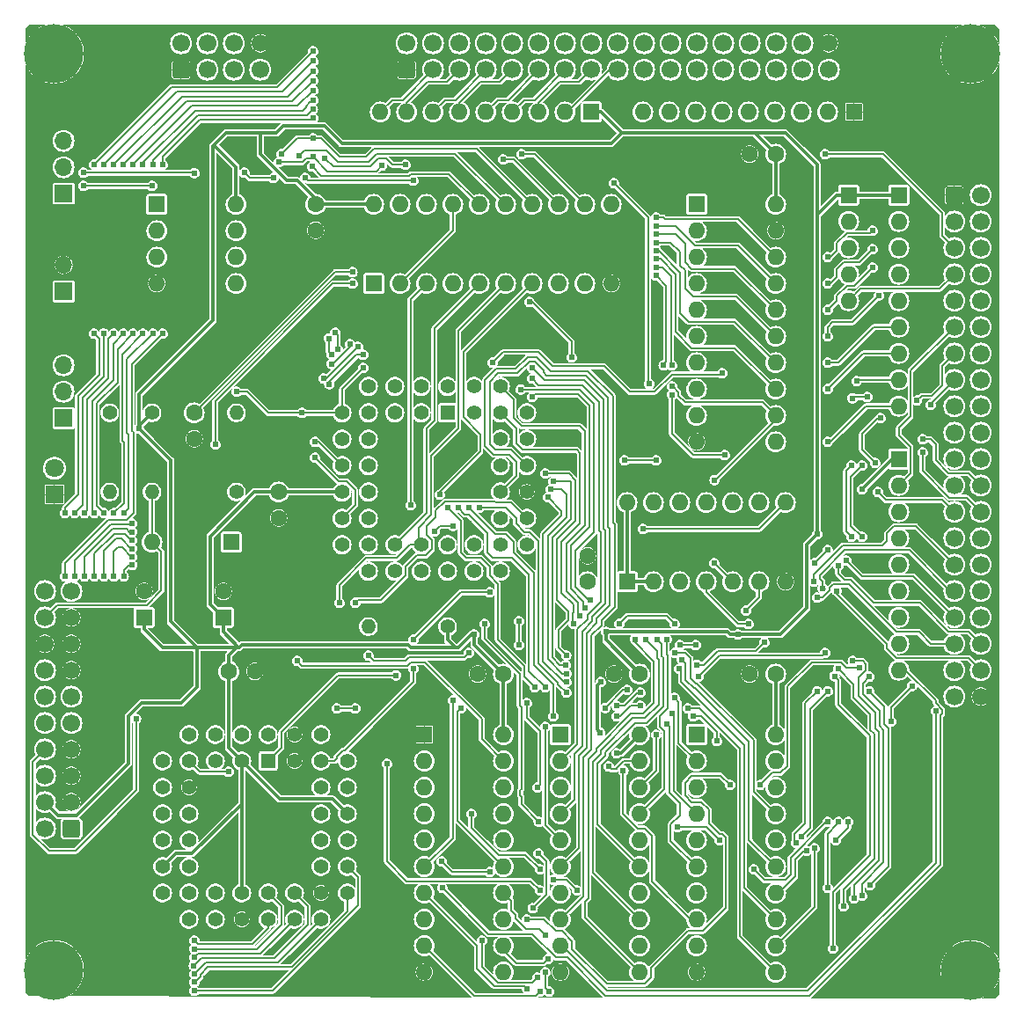
<source format=gbr>
G04 #@! TF.GenerationSoftware,KiCad,Pcbnew,8.0.3*
G04 #@! TF.CreationDate,2024-06-07T18:20:04+02:00*
G04 #@! TF.ProjectId,cpu_board_ext_bus_v2,6370755f-626f-4617-9264-5f6578745f62,2.3*
G04 #@! TF.SameCoordinates,PX18392c0PY730f910*
G04 #@! TF.FileFunction,Copper,L2,Bot*
G04 #@! TF.FilePolarity,Positive*
%FSLAX46Y46*%
G04 Gerber Fmt 4.6, Leading zero omitted, Abs format (unit mm)*
G04 Created by KiCad (PCBNEW 8.0.3) date 2024-06-07 18:20:04*
%MOMM*%
%LPD*%
G01*
G04 APERTURE LIST*
G04 Aperture macros list*
%AMRoundRect*
0 Rectangle with rounded corners*
0 $1 Rounding radius*
0 $2 $3 $4 $5 $6 $7 $8 $9 X,Y pos of 4 corners*
0 Add a 4 corners polygon primitive as box body*
4,1,4,$2,$3,$4,$5,$6,$7,$8,$9,$2,$3,0*
0 Add four circle primitives for the rounded corners*
1,1,$1+$1,$2,$3*
1,1,$1+$1,$4,$5*
1,1,$1+$1,$6,$7*
1,1,$1+$1,$8,$9*
0 Add four rect primitives between the rounded corners*
20,1,$1+$1,$2,$3,$4,$5,0*
20,1,$1+$1,$4,$5,$6,$7,0*
20,1,$1+$1,$6,$7,$8,$9,0*
20,1,$1+$1,$8,$9,$2,$3,0*%
G04 Aperture macros list end*
G04 #@! TA.AperFunction,ComponentPad*
%ADD10C,5.700000*%
G04 #@! TD*
G04 #@! TA.AperFunction,ComponentPad*
%ADD11R,1.600000X1.600000*%
G04 #@! TD*
G04 #@! TA.AperFunction,ComponentPad*
%ADD12O,1.600000X1.600000*%
G04 #@! TD*
G04 #@! TA.AperFunction,ComponentPad*
%ADD13C,1.600000*%
G04 #@! TD*
G04 #@! TA.AperFunction,ComponentPad*
%ADD14R,1.422400X1.422400*%
G04 #@! TD*
G04 #@! TA.AperFunction,ComponentPad*
%ADD15C,1.422400*%
G04 #@! TD*
G04 #@! TA.AperFunction,ComponentPad*
%ADD16R,1.700000X1.700000*%
G04 #@! TD*
G04 #@! TA.AperFunction,ComponentPad*
%ADD17O,1.700000X1.700000*%
G04 #@! TD*
G04 #@! TA.AperFunction,ComponentPad*
%ADD18RoundRect,0.250000X-0.600000X-0.600000X0.600000X-0.600000X0.600000X0.600000X-0.600000X0.600000X0*%
G04 #@! TD*
G04 #@! TA.AperFunction,ComponentPad*
%ADD19C,1.700000*%
G04 #@! TD*
G04 #@! TA.AperFunction,ComponentPad*
%ADD20C,1.400000*%
G04 #@! TD*
G04 #@! TA.AperFunction,ComponentPad*
%ADD21O,1.400000X1.400000*%
G04 #@! TD*
G04 #@! TA.AperFunction,ComponentPad*
%ADD22RoundRect,0.250000X0.600000X-0.600000X0.600000X0.600000X-0.600000X0.600000X-0.600000X-0.600000X0*%
G04 #@! TD*
G04 #@! TA.AperFunction,ComponentPad*
%ADD23R,1.800000X1.800000*%
G04 #@! TD*
G04 #@! TA.AperFunction,ComponentPad*
%ADD24C,1.800000*%
G04 #@! TD*
G04 #@! TA.AperFunction,ComponentPad*
%ADD25RoundRect,0.250000X0.600000X0.600000X-0.600000X0.600000X-0.600000X-0.600000X0.600000X-0.600000X0*%
G04 #@! TD*
G04 #@! TA.AperFunction,ViaPad*
%ADD26C,0.610000*%
G04 #@! TD*
G04 #@! TA.AperFunction,Conductor*
%ADD27C,0.304800*%
G04 #@! TD*
G04 #@! TA.AperFunction,Conductor*
%ADD28C,0.152400*%
G04 #@! TD*
G04 APERTURE END LIST*
D10*
G04 #@! TO.P,H1,1,1*
G04 #@! TO.N,/GND*
X3525000Y91725000D03*
G04 #@! TD*
D11*
G04 #@! TO.P,U2,1,I1/CLK*
G04 #@! TO.N,unconnected-(U2-I1{slash}CLK-Pad1)*
X34290000Y69596000D03*
D12*
G04 #@! TO.P,U2,2,I2*
G04 #@! TO.N,/MCU/BUSACK*
X36830000Y69596000D03*
G04 #@! TO.P,U2,3,I3*
G04 #@! TO.N,/MCU/~{IORQ}*
X39370000Y69596000D03*
G04 #@! TO.P,U2,4,I4*
G04 #@! TO.N,/MCU/~{M1}*
X41910000Y69596000D03*
G04 #@! TO.P,U2,5,I5*
G04 #@! TO.N,/MCU/~{MREQ}*
X44450000Y69596000D03*
G04 #@! TO.P,U2,6,I6*
G04 #@! TO.N,/MCU/~{RD}*
X46990000Y69596000D03*
G04 #@! TO.P,U2,7,I7*
G04 #@! TO.N,/MCU/~{WR}*
X49530000Y69596000D03*
G04 #@! TO.P,U2,8,I8*
G04 #@! TO.N,/PWR_OK*
X52070000Y69596000D03*
G04 #@! TO.P,U2,9,I9*
G04 #@! TO.N,/~{RESET0}*
X54610000Y69596000D03*
G04 #@! TO.P,U2,10,GND*
G04 #@! TO.N,/GND*
X57150000Y69596000D03*
G04 #@! TO.P,U2,11,I10/~{OE}*
G04 #@! TO.N,unconnected-(U2-I10{slash}~{OE}-Pad11)*
X57150000Y77216000D03*
G04 #@! TO.P,U2,12,IO8*
G04 #@! TO.N,/~{INTA}*
X54610000Y77216000D03*
G04 #@! TO.P,U2,13,IO7*
G04 #@! TO.N,/~{IOR}*
X52070000Y77216000D03*
G04 #@! TO.P,U2,14,IO6*
G04 #@! TO.N,/~{IOW}*
X49530000Y77216000D03*
G04 #@! TO.P,U2,15,IO5*
G04 #@! TO.N,/~{MEMW}*
X46990000Y77216000D03*
G04 #@! TO.P,U2,16,IO4*
G04 #@! TO.N,/~{MEMR}*
X44450000Y77216000D03*
G04 #@! TO.P,U2,17,I03*
G04 #@! TO.N,/MCU/BUSACK*
X41910000Y77216000D03*
G04 #@! TO.P,U2,18,IO2*
G04 #@! TO.N,/MCU/~{DBUS_DIR}*
X39370000Y77216000D03*
G04 #@! TO.P,U2,19,IO1*
G04 #@! TO.N,/~{RESET}*
X36830000Y77216000D03*
G04 #@! TO.P,U2,20,VCC*
G04 #@! TO.N,/+5V*
X34290000Y77216000D03*
G04 #@! TD*
D11*
G04 #@! TO.P,CP1,1*
G04 #@! TO.N,/+5V*
X12192000Y37465000D03*
D13*
G04 #@! TO.P,CP1,2*
G04 #@! TO.N,/GND*
X12192000Y39965000D03*
G04 #@! TD*
G04 #@! TO.P,C9,1*
G04 #@! TO.N,/~{RESET0}*
X17018000Y57150000D03*
G04 #@! TO.P,C9,2*
G04 #@! TO.N,/GND*
X17018000Y54650000D03*
G04 #@! TD*
G04 #@! TO.P,C3,1*
G04 #@! TO.N,/+5V*
X72990000Y32004000D03*
G04 #@! TO.P,C3,2*
G04 #@! TO.N,/GND*
X70490000Y32004000D03*
G04 #@! TD*
D14*
G04 #@! TO.P,U8,1,GCLR/I*
G04 #@! TO.N,/B_A1*
X24130000Y23638000D03*
D15*
G04 #@! TO.P,U8,2,GCLK2/OE2/I*
G04 #@! TO.N,/CPU_CLK*
X21590000Y26178000D03*
G04 #@! TO.P,U8,3,VCC*
G04 #@! TO.N,/+5V*
X21590000Y23638000D03*
G04 #@! TO.P,U8,4,I/O*
G04 #@! TO.N,/B_D0*
X19050000Y26178000D03*
G04 #@! TO.P,U8,5,I/O*
X19050000Y23638000D03*
G04 #@! TO.P,U8,6,I/O*
G04 #@! TO.N,/B_D1*
X16510000Y26178000D03*
G04 #@! TO.P,U8,7,TDI/I/O*
G04 #@! TO.N,unconnected-(U8-TDI{slash}I{slash}O-Pad7)*
X13970000Y23638000D03*
G04 #@! TO.P,U8,8,I/O*
G04 #@! TO.N,/B_D2*
X16510000Y23638000D03*
G04 #@! TO.P,U8,9,I/O*
G04 #@! TO.N,/B_D3*
X13970000Y21098000D03*
G04 #@! TO.P,U8,10,GND*
G04 #@! TO.N,/GND*
X16510000Y21098000D03*
G04 #@! TO.P,U8,11,PD1/I/O*
G04 #@! TO.N,/B_D4*
X13970000Y18558000D03*
G04 #@! TO.P,U8,12,I/O*
G04 #@! TO.N,/B_D5*
X16510000Y18558000D03*
G04 #@! TO.P,U8,13,I/O/TMS*
G04 #@! TO.N,/B_D6*
X13970000Y16018000D03*
G04 #@! TO.P,U8,14,I/O*
G04 #@! TO.N,/B_D7*
X16510000Y16018000D03*
G04 #@! TO.P,U8,15,VCC*
G04 #@! TO.N,/+5V*
X13970000Y13478000D03*
G04 #@! TO.P,U8,16,I/O*
G04 #@! TO.N,/~{IOW}*
X16510000Y13478000D03*
G04 #@! TO.P,U8,17,I/O*
G04 #@! TO.N,/~{IOR}*
X13970000Y10938000D03*
G04 #@! TO.P,U8,18,I/O*
G04 #@! TO.N,/Memory Mapper/~{MMU_CS}*
X16510000Y8398000D03*
G04 #@! TO.P,U8,19,I/O*
G04 #@! TO.N,/B_A15*
X16510000Y10938000D03*
G04 #@! TO.P,U8,20,I/O*
G04 #@! TO.N,/B_A14*
X19050000Y8398000D03*
G04 #@! TO.P,U8,21,I/O*
G04 #@! TO.N,/M_A21*
X19050000Y10938000D03*
G04 #@! TO.P,U8,22,GND*
G04 #@! TO.N,/GND*
X21590000Y8398000D03*
G04 #@! TO.P,U8,23,VCC*
G04 #@! TO.N,/+5V*
X21590000Y10938000D03*
G04 #@! TO.P,U8,24,I/O*
G04 #@! TO.N,/M_A20*
X24130000Y8398000D03*
G04 #@! TO.P,U8,25,PD2/I/O*
G04 #@! TO.N,/M_A19*
X24130000Y10938000D03*
G04 #@! TO.P,U8,26,I/O*
G04 #@! TO.N,/M_A18*
X26670000Y8398000D03*
G04 #@! TO.P,U8,27,I/O*
G04 #@! TO.N,/M_A17*
X26670000Y10938000D03*
G04 #@! TO.P,U8,28,I/O*
G04 #@! TO.N,/M_A16*
X29210000Y8398000D03*
G04 #@! TO.P,U8,29,I/O*
G04 #@! TO.N,/M_A15*
X31750000Y10938000D03*
G04 #@! TO.P,U8,30,GND*
G04 #@! TO.N,/GND*
X29210000Y10938000D03*
G04 #@! TO.P,U8,31,I/O*
G04 #@! TO.N,/M_A14*
X31750000Y13478000D03*
G04 #@! TO.P,U8,32,I/O/TCK*
G04 #@! TO.N,unconnected-(U8-I{slash}O{slash}TCK-Pad32)*
X29210000Y13478000D03*
G04 #@! TO.P,U8,33,I/O*
G04 #@! TO.N,/B_D7*
X31750000Y16018000D03*
G04 #@! TO.P,U8,34,I/O*
G04 #@! TO.N,/B_D6*
X29210000Y16018000D03*
G04 #@! TO.P,U8,35,VCC*
G04 #@! TO.N,/+5V*
X31750000Y18558000D03*
G04 #@! TO.P,U8,36,I/O*
G04 #@! TO.N,/B_D5*
X29210000Y18558000D03*
G04 #@! TO.P,U8,37,I/O*
G04 #@! TO.N,/B_D4*
X31750000Y21098000D03*
G04 #@! TO.P,U8,38,I/O/TDO*
G04 #@! TO.N,unconnected-(U8-I{slash}O{slash}TDO-Pad38)*
X29210000Y21098000D03*
G04 #@! TO.P,U8,39,I/O*
G04 #@! TO.N,/B_D3*
X31750000Y23638000D03*
G04 #@! TO.P,U8,40,I/O*
G04 #@! TO.N,/B_D2*
X29210000Y26178000D03*
G04 #@! TO.P,U8,41,GCLK3/I/O*
G04 #@! TO.N,/B_D1*
X29210000Y23638000D03*
G04 #@! TO.P,U8,42,GND*
G04 #@! TO.N,/GND*
X26670000Y26178000D03*
G04 #@! TO.P,U8,43,GCLK1/I*
X26670000Y23638000D03*
G04 #@! TO.P,U8,44,OE1/I*
G04 #@! TO.N,/B_A0*
X24130000Y26178000D03*
G04 #@! TD*
D11*
G04 #@! TO.P,U6,1,OEa*
G04 #@! TO.N,/GND*
X39162000Y26178000D03*
D12*
G04 #@! TO.P,U6,2,I0a*
G04 #@! TO.N,/MCU/~{M1}*
X39162000Y23638000D03*
G04 #@! TO.P,U6,3,O3b*
G04 #@! TO.N,/~{B_HALT}*
X39162000Y21098000D03*
G04 #@! TO.P,U6,4,I1a*
G04 #@! TO.N,/MCU/~{RD}*
X39162000Y18558000D03*
G04 #@! TO.P,U6,5,O2b*
G04 #@! TO.N,/~{B_BUSACK}*
X39162000Y16018000D03*
G04 #@! TO.P,U6,6,I2a*
G04 #@! TO.N,/MCU/~{WR}*
X39162000Y13478000D03*
G04 #@! TO.P,U6,7,O1b*
G04 #@! TO.N,/~{B_RFSH}*
X39162000Y10938000D03*
G04 #@! TO.P,U6,8,I3a*
G04 #@! TO.N,/MCU/~{MREQ}*
X39162000Y8398000D03*
G04 #@! TO.P,U6,9,O0b*
G04 #@! TO.N,/~{B_IORQ}*
X39162000Y5858000D03*
G04 #@! TO.P,U6,10,GND*
G04 #@! TO.N,/GND*
X39162000Y3318000D03*
G04 #@! TO.P,U6,11,I0b*
G04 #@! TO.N,/MCU/~{IORQ}*
X46782000Y3318000D03*
G04 #@! TO.P,U6,12,O3a*
G04 #@! TO.N,/~{B_MREQ}*
X46782000Y5858000D03*
G04 #@! TO.P,U6,13,I1b*
G04 #@! TO.N,/MCU/~{RFSH}*
X46782000Y8398000D03*
G04 #@! TO.P,U6,14,O2a*
G04 #@! TO.N,/~{B_WR}*
X46782000Y10938000D03*
G04 #@! TO.P,U6,15,I2b*
G04 #@! TO.N,/MCU/~{BUSACK}*
X46782000Y13478000D03*
G04 #@! TO.P,U6,16,O1a*
G04 #@! TO.N,/~{B_RD}*
X46782000Y16018000D03*
G04 #@! TO.P,U6,17,I3b*
G04 #@! TO.N,/MCU/~{HALT}*
X46782000Y18558000D03*
G04 #@! TO.P,U6,18,O0a*
G04 #@! TO.N,/~{B_M1}*
X46782000Y21098000D03*
G04 #@! TO.P,U6,19,OEb*
G04 #@! TO.N,/MCU/BUSACK*
X46782000Y23638000D03*
G04 #@! TO.P,U6,20,VCC*
G04 #@! TO.N,/+5V*
X46782000Y26178000D03*
G04 #@! TD*
D13*
G04 #@! TO.P,C4,1*
G04 #@! TO.N,/+5V*
X59886000Y32004000D03*
G04 #@! TO.P,C4,2*
G04 #@! TO.N,/GND*
X57386000Y32004000D03*
G04 #@! TD*
D14*
G04 #@! TO.P,U1,1,A11*
G04 #@! TO.N,/MCU/A11*
X41402000Y57150000D03*
D15*
G04 #@! TO.P,U1,2,A12*
G04 #@! TO.N,/MCU/A12*
X38862000Y59690000D03*
G04 #@! TO.P,U1,3,A13*
G04 #@! TO.N,/MCU/A13*
X38862000Y57150000D03*
G04 #@! TO.P,U1,4,A14*
G04 #@! TO.N,/MCU/A14*
X36322000Y59690000D03*
G04 #@! TO.P,U1,5,A15*
G04 #@! TO.N,/MCU/A15*
X36322000Y57150000D03*
G04 #@! TO.P,U1,6,NC*
G04 #@! TO.N,unconnected-(U1-NC-Pad6)*
X33782000Y59690000D03*
G04 #@! TO.P,U1,7,~{CLK}*
G04 #@! TO.N,/CPU_CLK*
X31242000Y57150000D03*
G04 #@! TO.P,U1,8,D4*
G04 #@! TO.N,/MCU/D4*
X33782000Y57150000D03*
G04 #@! TO.P,U1,9,D3*
G04 #@! TO.N,/MCU/D3*
X31242000Y54610000D03*
G04 #@! TO.P,U1,10,D5*
G04 #@! TO.N,/MCU/D5*
X33782000Y54610000D03*
G04 #@! TO.P,U1,11,D6*
G04 #@! TO.N,/MCU/D6*
X31242000Y52070000D03*
G04 #@! TO.P,U1,12,NC*
G04 #@! TO.N,unconnected-(U1-NC-Pad12)*
X33782000Y52070000D03*
G04 #@! TO.P,U1,13,VCC*
G04 #@! TO.N,/+5V*
X31242000Y49530000D03*
G04 #@! TO.P,U1,14,D2*
G04 #@! TO.N,/MCU/D2*
X33782000Y49530000D03*
G04 #@! TO.P,U1,15,D7*
G04 #@! TO.N,/MCU/D7*
X31242000Y46990000D03*
G04 #@! TO.P,U1,16,D0*
G04 #@! TO.N,/MCU/D0*
X33782000Y46990000D03*
G04 #@! TO.P,U1,17,D1*
G04 #@! TO.N,/MCU/D1*
X31242000Y44450000D03*
G04 #@! TO.P,U1,18,~{INT}*
G04 #@! TO.N,/~{CPU_INT}*
X33782000Y41910000D03*
G04 #@! TO.P,U1,19,~{NMI}*
G04 #@! TO.N,/~{NMI}*
X33782000Y44450000D03*
G04 #@! TO.P,U1,20,~{HALT}*
G04 #@! TO.N,/MCU/~{HALT}*
X36322000Y41910000D03*
G04 #@! TO.P,U1,21,~{MREQ}*
G04 #@! TO.N,/MCU/~{MREQ}*
X36322000Y44450000D03*
G04 #@! TO.P,U1,22,~{IORQ}*
G04 #@! TO.N,/MCU/~{IORQ}*
X38862000Y41910000D03*
G04 #@! TO.P,U1,23,~{RD}*
G04 #@! TO.N,/MCU/~{RD}*
X38862000Y44450000D03*
G04 #@! TO.P,U1,24,NC*
G04 #@! TO.N,unconnected-(U1-NC-Pad24)*
X41402000Y41910000D03*
G04 #@! TO.P,U1,25,NC*
G04 #@! TO.N,unconnected-(U1-NC-Pad25)*
X41402000Y44450000D03*
G04 #@! TO.P,U1,26,~{WR}*
G04 #@! TO.N,/MCU/~{WR}*
X43942000Y41910000D03*
G04 #@! TO.P,U1,27,~{BUSACK}*
G04 #@! TO.N,/MCU/~{BUSACK}*
X43942000Y44450000D03*
G04 #@! TO.P,U1,28,~{WAIT}*
G04 #@! TO.N,/~{WAIT}*
X46482000Y41910000D03*
G04 #@! TO.P,U1,29,~{BUSRQ}*
G04 #@! TO.N,/~{BUSREQ}*
X49022000Y44450000D03*
G04 #@! TO.P,U1,30,~{RESET}*
G04 #@! TO.N,/~{RESET}*
X46482000Y44450000D03*
G04 #@! TO.P,U1,31,~{M1}*
G04 #@! TO.N,/MCU/~{M1}*
X49022000Y46990000D03*
G04 #@! TO.P,U1,32,~{RFSH}*
G04 #@! TO.N,/MCU/~{RFSH}*
X46482000Y46990000D03*
G04 #@! TO.P,U1,33,GND*
G04 #@! TO.N,/GND*
X49022000Y49530000D03*
G04 #@! TO.P,U1,34,A0*
G04 #@! TO.N,/MCU/A0*
X46482000Y49530000D03*
G04 #@! TO.P,U1,35,A1*
G04 #@! TO.N,/MCU/A1*
X49022000Y52070000D03*
G04 #@! TO.P,U1,36,A2*
G04 #@! TO.N,/MCU/A2*
X46482000Y52070000D03*
G04 #@! TO.P,U1,37,A3*
G04 #@! TO.N,/MCU/A3*
X49022000Y54610000D03*
G04 #@! TO.P,U1,38,A4*
G04 #@! TO.N,/MCU/A4*
X46482000Y54610000D03*
G04 #@! TO.P,U1,39,A5*
G04 #@! TO.N,/MCU/A5*
X49022000Y57150000D03*
G04 #@! TO.P,U1,40,A6*
G04 #@! TO.N,/MCU/A6*
X46482000Y59690000D03*
G04 #@! TO.P,U1,41,A7*
G04 #@! TO.N,/MCU/A7*
X46482000Y57150000D03*
G04 #@! TO.P,U1,42,A8*
G04 #@! TO.N,/MCU/A8*
X43942000Y59690000D03*
G04 #@! TO.P,U1,43,A9*
G04 #@! TO.N,/MCU/A9*
X43942000Y57150000D03*
G04 #@! TO.P,U1,44,A10*
G04 #@! TO.N,/MCU/A10*
X41402000Y59690000D03*
G04 #@! TD*
D16*
G04 #@! TO.P,J6,1,Pin_1*
G04 #@! TO.N,/Clock & Reset circuit/INT_CLK*
X4445000Y56642000D03*
D17*
G04 #@! TO.P,J6,2,Pin_2*
G04 #@! TO.N,/CPU_CLK*
X4445000Y59182000D03*
G04 #@! TO.P,J6,3,Pin_3*
G04 #@! TO.N,/Clock & Reset circuit/EXT_CLK*
X4445000Y61722000D03*
G04 #@! TD*
D10*
G04 #@! TO.P,H2,1,1*
G04 #@! TO.N,/GND*
X91725000Y91725000D03*
G04 #@! TD*
D16*
G04 #@! TO.P,J7,1,Pin_1*
G04 #@! TO.N,/Clock & Reset circuit/INT_CLK*
X4445000Y78247000D03*
D17*
G04 #@! TO.P,J7,2,Pin_2*
G04 #@! TO.N,/BUS_CLK*
X4445000Y80787000D03*
G04 #@! TO.P,J7,3,Pin_3*
G04 #@! TO.N,/Clock & Reset circuit/EXT_CLK*
X4445000Y83327000D03*
G04 #@! TD*
D13*
G04 #@! TO.P,C5,1*
G04 #@! TO.N,/+5V*
X72990000Y82042000D03*
G04 #@! TO.P,C5,2*
G04 #@! TO.N,/GND*
X70490000Y82042000D03*
G04 #@! TD*
D11*
G04 #@! TO.P,RN1,1,common*
G04 #@! TO.N,/+5V*
X84836000Y52705000D03*
D12*
G04 #@! TO.P,RN1,2,R1*
G04 #@! TO.N,/~{B_M1}*
X84836000Y50165000D03*
G04 #@! TO.P,RN1,3,R2*
G04 #@! TO.N,/~{B_IORQ}*
X84836000Y47625000D03*
G04 #@! TO.P,RN1,4,R3*
G04 #@! TO.N,/~{B_MREQ}*
X84836000Y45085000D03*
G04 #@! TO.P,RN1,5,R4*
G04 #@! TO.N,/~{B_WR}*
X84836000Y42545000D03*
G04 #@! TO.P,RN1,6,R5*
G04 #@! TO.N,/~{B_RD}*
X84836000Y40005000D03*
G04 #@! TO.P,RN1,7,R6*
G04 #@! TO.N,/~{B_BUSACK}*
X84836000Y37465000D03*
G04 #@! TO.P,RN1,8,R7*
G04 #@! TO.N,/~{B_RFSH}*
X84836000Y34925000D03*
G04 #@! TO.P,RN1,9,R8*
G04 #@! TO.N,/~{B_HALT}*
X84836000Y32385000D03*
G04 #@! TD*
D11*
G04 #@! TO.P,D2,1,K*
G04 #@! TO.N,/~{RESET0}*
X20574000Y44704000D03*
D12*
G04 #@! TO.P,D2,2,A*
G04 #@! TO.N,/~{RESET_SW}*
X12954000Y44704000D03*
G04 #@! TD*
D18*
G04 #@! TO.P,J1,1,Pin_1*
G04 #@! TO.N,/GND*
X90170000Y78105000D03*
D19*
G04 #@! TO.P,J1,2,Pin_2*
G04 #@! TO.N,/~{NMI}*
X92710000Y78105000D03*
G04 #@! TO.P,J1,3,Pin_3*
G04 #@! TO.N,/~{RESET}*
X90170000Y75565000D03*
G04 #@! TO.P,J1,4,Pin_4*
G04 #@! TO.N,/B_D7*
X92710000Y75565000D03*
G04 #@! TO.P,J1,5,Pin_5*
G04 #@! TO.N,/BUS_CLK*
X90170000Y73025000D03*
G04 #@! TO.P,J1,6,Pin_6*
G04 #@! TO.N,/B_D6*
X92710000Y73025000D03*
G04 #@! TO.P,J1,7,Pin_7*
G04 #@! TO.N,/~{WAIT}*
X90170000Y70485000D03*
G04 #@! TO.P,J1,8,Pin_8*
G04 #@! TO.N,/B_D5*
X92710000Y70485000D03*
G04 #@! TO.P,J1,9,Pin_9*
G04 #@! TO.N,/CPU_CLK*
X90170000Y67945000D03*
G04 #@! TO.P,J1,10,Pin_10*
G04 #@! TO.N,/B_D4*
X92710000Y67945000D03*
G04 #@! TO.P,J1,11,Pin_11*
G04 #@! TO.N,/~{B_M1}*
X90170000Y65405000D03*
G04 #@! TO.P,J1,12,Pin_12*
G04 #@! TO.N,/B_D3*
X92710000Y65405000D03*
G04 #@! TO.P,J1,13,Pin_13*
G04 #@! TO.N,/~{B_IORQ}*
X90170000Y62865000D03*
G04 #@! TO.P,J1,14,Pin_14*
G04 #@! TO.N,/B_D2*
X92710000Y62865000D03*
G04 #@! TO.P,J1,15,Pin_15*
G04 #@! TO.N,/~{B_MREQ}*
X90170000Y60325000D03*
G04 #@! TO.P,J1,16,Pin_16*
G04 #@! TO.N,/B_D1*
X92710000Y60325000D03*
G04 #@! TO.P,J1,17,Pin_17*
G04 #@! TO.N,/~{B_WR}*
X90170000Y57785000D03*
G04 #@! TO.P,J1,18,Pin_18*
G04 #@! TO.N,/B_D0*
X92710000Y57785000D03*
G04 #@! TO.P,J1,19,Pin_19*
G04 #@! TO.N,/~{B_RD}*
X90170000Y55245000D03*
G04 #@! TO.P,J1,20,Pin_20*
G04 #@! TO.N,unconnected-(J1-Pin_20-Pad20)*
X92710000Y55245000D03*
G04 #@! TO.P,J1,21,Pin_21*
G04 #@! TO.N,/~{B_BUSACK}*
X90170000Y52705000D03*
G04 #@! TO.P,J1,22,Pin_22*
G04 #@! TO.N,unconnected-(J1-Pin_22-Pad22)*
X92710000Y52705000D03*
G04 #@! TO.P,J1,23,Pin_23*
G04 #@! TO.N,/~{B_RFSH}*
X90170000Y50165000D03*
G04 #@! TO.P,J1,24,Pin_24*
G04 #@! TO.N,/B_A13*
X92710000Y50165000D03*
G04 #@! TO.P,J1,25,Pin_25*
G04 #@! TO.N,/~{BUSREQ}*
X90170000Y47625000D03*
G04 #@! TO.P,J1,26,Pin_26*
G04 #@! TO.N,/B_A12*
X92710000Y47625000D03*
G04 #@! TO.P,J1,27,Pin_27*
G04 #@! TO.N,/~{CPU_INT}*
X90170000Y45085000D03*
G04 #@! TO.P,J1,28,Pin_28*
G04 #@! TO.N,/B_A11*
X92710000Y45085000D03*
G04 #@! TO.P,J1,29,Pin_29*
G04 #@! TO.N,/B_A5*
X90170000Y42545000D03*
G04 #@! TO.P,J1,30,Pin_30*
G04 #@! TO.N,/B_A10*
X92710000Y42545000D03*
G04 #@! TO.P,J1,31,Pin_31*
G04 #@! TO.N,/B_A4*
X90170000Y40005000D03*
G04 #@! TO.P,J1,32,Pin_32*
G04 #@! TO.N,/B_A9*
X92710000Y40005000D03*
G04 #@! TO.P,J1,33,Pin_33*
G04 #@! TO.N,/B_A3*
X90170000Y37465000D03*
G04 #@! TO.P,J1,34,Pin_34*
G04 #@! TO.N,/B_A8*
X92710000Y37465000D03*
G04 #@! TO.P,J1,35,Pin_35*
G04 #@! TO.N,/B_A2*
X90170000Y34925000D03*
G04 #@! TO.P,J1,36,Pin_36*
G04 #@! TO.N,/B_A7*
X92710000Y34925000D03*
G04 #@! TO.P,J1,37,Pin_37*
G04 #@! TO.N,/B_A1*
X90170000Y32385000D03*
G04 #@! TO.P,J1,38,Pin_38*
G04 #@! TO.N,/B_A6*
X92710000Y32385000D03*
G04 #@! TO.P,J1,39,Pin_39*
G04 #@! TO.N,/B_A0*
X90170000Y29845000D03*
G04 #@! TO.P,J1,40,Pin_40*
G04 #@! TO.N,/GND*
X92710000Y29845000D03*
G04 #@! TD*
D13*
G04 #@! TO.P,C6,1*
G04 #@! TO.N,/+5V*
X46782000Y32004000D03*
G04 #@! TO.P,C6,2*
G04 #@! TO.N,/GND*
X44282000Y32004000D03*
G04 #@! TD*
D11*
G04 #@! TO.P,RN5,1,common*
G04 #@! TO.N,/+5V*
X80010000Y78105000D03*
D12*
G04 #@! TO.P,RN5,2,R1*
G04 #@! TO.N,unconnected-(RN5-R1-Pad2)*
X80010000Y75565000D03*
G04 #@! TO.P,RN5,3,R2*
G04 #@! TO.N,/~{NMI}*
X80010000Y73025000D03*
G04 #@! TO.P,RN5,4,R3*
G04 #@! TO.N,/~{BUSREQ}*
X80010000Y70485000D03*
G04 #@! TO.P,RN5,5,R4*
G04 #@! TO.N,/~{WAIT}*
X80010000Y67945000D03*
G04 #@! TD*
D11*
G04 #@! TO.P,RN2,1,common*
G04 #@! TO.N,/+5V*
X55245000Y86106000D03*
D12*
G04 #@! TO.P,RN2,2,R1*
G04 #@! TO.N,/~{INT0}*
X52705000Y86106000D03*
G04 #@! TO.P,RN2,3,R2*
G04 #@! TO.N,/~{INT1}*
X50165000Y86106000D03*
G04 #@! TO.P,RN2,4,R3*
G04 #@! TO.N,/~{INT2}*
X47625000Y86106000D03*
G04 #@! TO.P,RN2,5,R4*
G04 #@! TO.N,/~{INT3}*
X45085000Y86106000D03*
G04 #@! TO.P,RN2,6,R5*
G04 #@! TO.N,/~{INT4}*
X42545000Y86106000D03*
G04 #@! TO.P,RN2,7,R6*
G04 #@! TO.N,/~{INT5}*
X40005000Y86106000D03*
G04 #@! TO.P,RN2,8,R7*
G04 #@! TO.N,/~{INT6}*
X37465000Y86106000D03*
G04 #@! TO.P,RN2,9,R8*
G04 #@! TO.N,/~{INT7}*
X34925000Y86106000D03*
G04 #@! TD*
D11*
G04 #@! TO.P,U3,1,OEa*
G04 #@! TO.N,/MCU/BUSACK*
X52266000Y26178000D03*
D12*
G04 #@! TO.P,U3,2,I0a*
G04 #@! TO.N,/MCU/A3*
X52266000Y23638000D03*
G04 #@! TO.P,U3,3,O3b*
G04 #@! TO.N,/B_A4*
X52266000Y21098000D03*
G04 #@! TO.P,U3,4,I1a*
G04 #@! TO.N,/MCU/A2*
X52266000Y18558000D03*
G04 #@! TO.P,U3,5,O2b*
G04 #@! TO.N,/B_A5*
X52266000Y16018000D03*
G04 #@! TO.P,U3,6,I2a*
G04 #@! TO.N,/MCU/A1*
X52266000Y13478000D03*
G04 #@! TO.P,U3,7,O1b*
G04 #@! TO.N,/B_A6*
X52266000Y10938000D03*
G04 #@! TO.P,U3,8,I3a*
G04 #@! TO.N,/MCU/A0*
X52266000Y8398000D03*
G04 #@! TO.P,U3,9,O0b*
G04 #@! TO.N,/B_A7*
X52266000Y5858000D03*
G04 #@! TO.P,U3,10,GND*
G04 #@! TO.N,/GND*
X52266000Y3318000D03*
G04 #@! TO.P,U3,11,I0b*
G04 #@! TO.N,/MCU/A7*
X59886000Y3318000D03*
G04 #@! TO.P,U3,12,O3a*
G04 #@! TO.N,/B_A0*
X59886000Y5858000D03*
G04 #@! TO.P,U3,13,I1b*
G04 #@! TO.N,/MCU/A6*
X59886000Y8398000D03*
G04 #@! TO.P,U3,14,O2a*
G04 #@! TO.N,/B_A1*
X59886000Y10938000D03*
G04 #@! TO.P,U3,15,I2b*
G04 #@! TO.N,/MCU/A5*
X59886000Y13478000D03*
G04 #@! TO.P,U3,16,O1a*
G04 #@! TO.N,/B_A2*
X59886000Y16018000D03*
G04 #@! TO.P,U3,17,I3b*
G04 #@! TO.N,/MCU/A4*
X59886000Y18558000D03*
G04 #@! TO.P,U3,18,O0a*
G04 #@! TO.N,/B_A3*
X59886000Y21098000D03*
G04 #@! TO.P,U3,19,OEb*
G04 #@! TO.N,/MCU/BUSACK*
X59886000Y23638000D03*
G04 #@! TO.P,U3,20,VCC*
G04 #@! TO.N,/+5V*
X59886000Y26178000D03*
G04 #@! TD*
D20*
G04 #@! TO.P,R1,1*
G04 #@! TO.N,/+5V*
X8890000Y57150000D03*
D21*
G04 #@! TO.P,R1,2*
G04 #@! TO.N,/LED+*
X8890000Y49530000D03*
G04 #@! TD*
D13*
G04 #@! TO.P,C7,1*
G04 #@! TO.N,/+5V*
X54864000Y40894000D03*
G04 #@! TO.P,C7,2*
G04 #@! TO.N,/GND*
X54864000Y43394000D03*
G04 #@! TD*
D11*
G04 #@! TO.P,RN4,1,common*
G04 #@! TO.N,/+5V*
X84836000Y78105000D03*
D12*
G04 #@! TO.P,RN4,2,R1*
G04 #@! TO.N,/B_D7*
X84836000Y75565000D03*
G04 #@! TO.P,RN4,3,R2*
G04 #@! TO.N,/B_D6*
X84836000Y73025000D03*
G04 #@! TO.P,RN4,4,R3*
G04 #@! TO.N,/B_D5*
X84836000Y70485000D03*
G04 #@! TO.P,RN4,5,R4*
G04 #@! TO.N,/B_D4*
X84836000Y67945000D03*
G04 #@! TO.P,RN4,6,R5*
G04 #@! TO.N,/B_D3*
X84836000Y65405000D03*
G04 #@! TO.P,RN4,7,R6*
G04 #@! TO.N,/B_D2*
X84836000Y62865000D03*
G04 #@! TO.P,RN4,8,R7*
G04 #@! TO.N,/B_D1*
X84836000Y60325000D03*
G04 #@! TO.P,RN4,9,R8*
G04 #@! TO.N,/B_D0*
X84836000Y57785000D03*
G04 #@! TD*
D13*
G04 #@! TO.P,C8,1*
G04 #@! TO.N,/+5V*
X20340000Y32258000D03*
G04 #@! TO.P,C8,2*
G04 #@! TO.N,/GND*
X22840000Y32258000D03*
G04 #@! TD*
D22*
G04 #@! TO.P,J4,1,Pin_1*
G04 #@! TO.N,/GND*
X15748000Y90170000D03*
D19*
G04 #@! TO.P,J4,2,Pin_2*
G04 #@! TO.N,unconnected-(J4-Pin_2-Pad2)*
X15748000Y92710000D03*
G04 #@! TO.P,J4,3,Pin_3*
G04 #@! TO.N,/~{MEMR}*
X18288000Y90170000D03*
G04 #@! TO.P,J4,4,Pin_4*
G04 #@! TO.N,/~{MEMW}*
X18288000Y92710000D03*
G04 #@! TO.P,J4,5,Pin_5*
G04 #@! TO.N,/~{IOR}*
X20828000Y90170000D03*
G04 #@! TO.P,J4,6,Pin_6*
G04 #@! TO.N,/~{IOW}*
X20828000Y92710000D03*
G04 #@! TO.P,J4,7,Pin_7*
G04 #@! TO.N,/~{INTA}*
X23368000Y90170000D03*
G04 #@! TO.P,J4,8,Pin_8*
G04 #@! TO.N,/GND*
X23368000Y92710000D03*
G04 #@! TD*
D20*
G04 #@! TO.P,R4,1*
G04 #@! TO.N,/+5V*
X41402000Y36576000D03*
D21*
G04 #@! TO.P,R4,2*
G04 #@! TO.N,/~{CPU_INT}*
X33782000Y36576000D03*
G04 #@! TD*
D13*
G04 #@! TO.P,C1,1*
G04 #@! TO.N,/+5V*
X25146000Y49530000D03*
G04 #@! TO.P,C1,2*
G04 #@! TO.N,/GND*
X25146000Y47030000D03*
G04 #@! TD*
D20*
G04 #@! TO.P,R3,1*
G04 #@! TO.N,/~{RESET0}*
X21082000Y49530000D03*
D21*
G04 #@! TO.P,R3,2*
G04 #@! TO.N,/~{RESET_SW}*
X21082000Y57150000D03*
G04 #@! TD*
D11*
G04 #@! TO.P,RN3,1,common*
G04 #@! TO.N,/GND*
X80518000Y86106000D03*
D12*
G04 #@! TO.P,RN3,2,R1*
G04 #@! TO.N,/M_A14*
X77978000Y86106000D03*
G04 #@! TO.P,RN3,3,R2*
G04 #@! TO.N,/M_A15*
X75438000Y86106000D03*
G04 #@! TO.P,RN3,4,R3*
G04 #@! TO.N,/M_A16*
X72898000Y86106000D03*
G04 #@! TO.P,RN3,5,R4*
G04 #@! TO.N,/M_A17*
X70358000Y86106000D03*
G04 #@! TO.P,RN3,6,R5*
G04 #@! TO.N,/M_A18*
X67818000Y86106000D03*
G04 #@! TO.P,RN3,7,R6*
G04 #@! TO.N,/M_A19*
X65278000Y86106000D03*
G04 #@! TO.P,RN3,8,R7*
G04 #@! TO.N,/M_A20*
X62738000Y86106000D03*
G04 #@! TO.P,RN3,9,R8*
G04 #@! TO.N,/M_A21*
X60198000Y86106000D03*
G04 #@! TD*
D23*
G04 #@! TO.P,D1,1,K*
G04 #@! TO.N,/GND*
X3556000Y49276000D03*
D24*
G04 #@! TO.P,D1,2,A*
G04 #@! TO.N,/LED+*
X3556000Y51816000D03*
G04 #@! TD*
D13*
G04 #@! TO.P,C2,1*
G04 #@! TO.N,/+5V*
X28702000Y77216000D03*
G04 #@! TO.P,C2,2*
G04 #@! TO.N,/GND*
X28702000Y74716000D03*
G04 #@! TD*
D16*
G04 #@! TO.P,J5,1,Pin_1*
G04 #@! TO.N,/Clock & Reset circuit/EXT_CLK*
X4445000Y68834000D03*
D17*
G04 #@! TO.P,J5,2,Pin_2*
G04 #@! TO.N,/GND*
X4445000Y71374000D03*
G04 #@! TD*
D11*
G04 #@! TO.P,CP2,1*
G04 #@! TO.N,/+5V*
X19812000Y37465000D03*
D13*
G04 #@! TO.P,CP2,2*
G04 #@! TO.N,/GND*
X19812000Y39965000D03*
G04 #@! TD*
D11*
G04 #@! TO.P,X1,1,EN*
G04 #@! TO.N,unconnected-(X1-EN-Pad1)*
X13422000Y77216000D03*
D12*
G04 #@! TO.P,X1,2*
G04 #@! TO.N,N/C*
X13422000Y74676000D03*
G04 #@! TO.P,X1,3*
X13422000Y72136000D03*
G04 #@! TO.P,X1,4,GND*
G04 #@! TO.N,/GND*
X13422000Y69596000D03*
G04 #@! TO.P,X1,5,OUT*
G04 #@! TO.N,/Clock & Reset circuit/INT_CLK*
X21042000Y69596000D03*
G04 #@! TO.P,X1,6*
G04 #@! TO.N,N/C*
X21042000Y72136000D03*
G04 #@! TO.P,X1,7*
X21042000Y74676000D03*
G04 #@! TO.P,X1,8,Vcc*
G04 #@! TO.N,/+5V*
X21042000Y77216000D03*
G04 #@! TD*
D25*
G04 #@! TO.P,J3,1,Pin_1*
G04 #@! TO.N,/+3.3V*
X5207000Y17145000D03*
D19*
G04 #@! TO.P,J3,2,Pin_2*
G04 #@! TO.N,/+3.3V2*
X2667000Y17145000D03*
G04 #@! TO.P,J3,3,Pin_3*
G04 #@! TO.N,/GND*
X5207000Y19685000D03*
G04 #@! TO.P,J3,4,Pin_4*
G04 #@! TO.N,/+5V*
X2667000Y19685000D03*
G04 #@! TO.P,J3,5,Pin_5*
G04 #@! TO.N,/GND*
X5207000Y22225000D03*
G04 #@! TO.P,J3,6,Pin_6*
G04 #@! TO.N,/+5V2*
X2667000Y22225000D03*
G04 #@! TO.P,J3,7,Pin_7*
G04 #@! TO.N,/GND*
X5207000Y24765000D03*
G04 #@! TO.P,J3,8,Pin_8*
G04 #@! TO.N,/PWR_OK*
X2667000Y24765000D03*
G04 #@! TO.P,J3,9,Pin_9*
G04 #@! TO.N,/+5VSB*
X5207000Y27305000D03*
G04 #@! TO.P,J3,10,Pin_10*
G04 #@! TO.N,/+12V*
X2667000Y27305000D03*
G04 #@! TO.P,J3,11,Pin_11*
G04 #@! TO.N,/+3.3V3*
X5207000Y29845000D03*
G04 #@! TO.P,J3,12,Pin_12*
G04 #@! TO.N,/-12V*
X2667000Y29845000D03*
G04 #@! TO.P,J3,13,Pin_13*
G04 #@! TO.N,/GND*
X5207000Y32385000D03*
G04 #@! TO.P,J3,14,Pin_14*
G04 #@! TO.N,/~{PS_ON}*
X2667000Y32385000D03*
G04 #@! TO.P,J3,15,Pin_15*
G04 #@! TO.N,/GND*
X5207000Y34925000D03*
G04 #@! TO.P,J3,16,Pin_16*
X2667000Y34925000D03*
G04 #@! TO.P,J3,17,Pin_17*
X5207000Y37465000D03*
G04 #@! TO.P,J3,18,Pin_18*
G04 #@! TO.N,/~{RESET_SW}*
X2667000Y37465000D03*
G04 #@! TO.P,J3,19,Pin_19*
G04 #@! TO.N,/+5V4*
X5207000Y40005000D03*
G04 #@! TO.P,J3,20,Pin_20*
G04 #@! TO.N,/+5V3*
X2667000Y40005000D03*
G04 #@! TD*
D10*
G04 #@! TO.P,H4,1,1*
G04 #@! TO.N,/GND*
X3525000Y3525000D03*
G04 #@! TD*
D22*
G04 #@! TO.P,J2,1,Pin_1*
G04 #@! TO.N,/GND*
X37465000Y90170000D03*
D19*
G04 #@! TO.P,J2,2,Pin_2*
G04 #@! TO.N,/USER15*
X37465000Y92710000D03*
G04 #@! TO.P,J2,3,Pin_3*
G04 #@! TO.N,/~{INT7}*
X40005000Y90170000D03*
G04 #@! TO.P,J2,4,Pin_4*
G04 #@! TO.N,/USER14*
X40005000Y92710000D03*
G04 #@! TO.P,J2,5,Pin_5*
G04 #@! TO.N,/~{INT6}*
X42545000Y90170000D03*
G04 #@! TO.P,J2,6,Pin_6*
G04 #@! TO.N,/USER13*
X42545000Y92710000D03*
G04 #@! TO.P,J2,7,Pin_7*
G04 #@! TO.N,/~{INT5}*
X45085000Y90170000D03*
G04 #@! TO.P,J2,8,Pin_8*
G04 #@! TO.N,/USER12*
X45085000Y92710000D03*
G04 #@! TO.P,J2,9,Pin_9*
G04 #@! TO.N,/~{INT4}*
X47625000Y90170000D03*
G04 #@! TO.P,J2,10,Pin_10*
G04 #@! TO.N,/USER11*
X47625000Y92710000D03*
G04 #@! TO.P,J2,11,Pin_11*
G04 #@! TO.N,/~{INT3}*
X50165000Y90170000D03*
G04 #@! TO.P,J2,12,Pin_12*
G04 #@! TO.N,/USER10*
X50165000Y92710000D03*
G04 #@! TO.P,J2,13,Pin_13*
G04 #@! TO.N,/~{INT2}*
X52705000Y90170000D03*
G04 #@! TO.P,J2,14,Pin_14*
G04 #@! TO.N,/USER9*
X52705000Y92710000D03*
G04 #@! TO.P,J2,15,Pin_15*
G04 #@! TO.N,/~{INT1}*
X55245000Y90170000D03*
G04 #@! TO.P,J2,16,Pin_16*
G04 #@! TO.N,/USER8*
X55245000Y92710000D03*
G04 #@! TO.P,J2,17,Pin_17*
G04 #@! TO.N,/~{INT0}*
X57785000Y90170000D03*
G04 #@! TO.P,J2,18,Pin_18*
G04 #@! TO.N,/USER7*
X57785000Y92710000D03*
G04 #@! TO.P,J2,19,Pin_19*
G04 #@! TO.N,/M_A21*
X60325000Y90170000D03*
G04 #@! TO.P,J2,20,Pin_20*
G04 #@! TO.N,/USER6*
X60325000Y92710000D03*
G04 #@! TO.P,J2,21,Pin_21*
G04 #@! TO.N,/M_A20*
X62865000Y90170000D03*
G04 #@! TO.P,J2,22,Pin_22*
G04 #@! TO.N,/USER5*
X62865000Y92710000D03*
G04 #@! TO.P,J2,23,Pin_23*
G04 #@! TO.N,/M_A19*
X65405000Y90170000D03*
G04 #@! TO.P,J2,24,Pin_24*
G04 #@! TO.N,/USER4*
X65405000Y92710000D03*
G04 #@! TO.P,J2,25,Pin_25*
G04 #@! TO.N,/M_A18*
X67945000Y90170000D03*
G04 #@! TO.P,J2,26,Pin_26*
G04 #@! TO.N,/USER3*
X67945000Y92710000D03*
G04 #@! TO.P,J2,27,Pin_27*
G04 #@! TO.N,/M_A17*
X70485000Y90170000D03*
G04 #@! TO.P,J2,28,Pin_28*
G04 #@! TO.N,/USER2*
X70485000Y92710000D03*
G04 #@! TO.P,J2,29,Pin_29*
G04 #@! TO.N,/M_A16*
X73025000Y90170000D03*
G04 #@! TO.P,J2,30,Pin_30*
G04 #@! TO.N,/USER1*
X73025000Y92710000D03*
G04 #@! TO.P,J2,31,Pin_31*
G04 #@! TO.N,/M_A15*
X75565000Y90170000D03*
G04 #@! TO.P,J2,32,Pin_32*
G04 #@! TO.N,/USER0*
X75565000Y92710000D03*
G04 #@! TO.P,J2,33,Pin_33*
G04 #@! TO.N,/M_A14*
X78105000Y90170000D03*
G04 #@! TO.P,J2,34,Pin_34*
G04 #@! TO.N,/GND*
X78105000Y92710000D03*
G04 #@! TD*
D20*
G04 #@! TO.P,R2,1*
G04 #@! TO.N,/+5V*
X12954000Y57150000D03*
D21*
G04 #@! TO.P,R2,2*
G04 #@! TO.N,/~{RESET_SW}*
X12954000Y49530000D03*
G04 #@! TD*
D11*
G04 #@! TO.P,U4,1,OEa*
G04 #@! TO.N,/MCU/BUSACK*
X65370000Y26178000D03*
D12*
G04 #@! TO.P,U4,2,I0a*
G04 #@! TO.N,/MCU/A15*
X65370000Y23638000D03*
G04 #@! TO.P,U4,3,O3b*
G04 #@! TO.N,/B_A8*
X65370000Y21098000D03*
G04 #@! TO.P,U4,4,I1a*
G04 #@! TO.N,/MCU/A14*
X65370000Y18558000D03*
G04 #@! TO.P,U4,5,O2b*
G04 #@! TO.N,/B_A9*
X65370000Y16018000D03*
G04 #@! TO.P,U4,6,I2a*
G04 #@! TO.N,/MCU/A13*
X65370000Y13478000D03*
G04 #@! TO.P,U4,7,O1b*
G04 #@! TO.N,/B_A10*
X65370000Y10938000D03*
G04 #@! TO.P,U4,8,I3a*
G04 #@! TO.N,/MCU/A12*
X65370000Y8398000D03*
G04 #@! TO.P,U4,9,O0b*
G04 #@! TO.N,/B_A11*
X65370000Y5858000D03*
G04 #@! TO.P,U4,10,GND*
G04 #@! TO.N,/GND*
X65370000Y3318000D03*
G04 #@! TO.P,U4,11,I0b*
G04 #@! TO.N,/MCU/A11*
X72990000Y3318000D03*
G04 #@! TO.P,U4,12,O3a*
G04 #@! TO.N,/B_A12*
X72990000Y5858000D03*
G04 #@! TO.P,U4,13,I1b*
G04 #@! TO.N,/MCU/A10*
X72990000Y8398000D03*
G04 #@! TO.P,U4,14,O2a*
G04 #@! TO.N,/B_A13*
X72990000Y10938000D03*
G04 #@! TO.P,U4,15,I2b*
G04 #@! TO.N,/MCU/A9*
X72990000Y13478000D03*
G04 #@! TO.P,U4,16,O1a*
G04 #@! TO.N,/B_A14*
X72990000Y16018000D03*
G04 #@! TO.P,U4,17,I3b*
G04 #@! TO.N,/MCU/A8*
X72990000Y18558000D03*
G04 #@! TO.P,U4,18,O0a*
G04 #@! TO.N,/B_A15*
X72990000Y21098000D03*
G04 #@! TO.P,U4,19,OEb*
G04 #@! TO.N,/MCU/BUSACK*
X72990000Y23638000D03*
G04 #@! TO.P,U4,20,VCC*
G04 #@! TO.N,/+5V*
X72990000Y26178000D03*
G04 #@! TD*
D11*
G04 #@! TO.P,U7,1*
G04 #@! TO.N,/+5V*
X58674000Y40894000D03*
D12*
G04 #@! TO.P,U7,2*
X61214000Y40894000D03*
G04 #@! TO.P,U7,3*
G04 #@! TO.N,/B_A2*
X63754000Y40894000D03*
G04 #@! TO.P,U7,4*
G04 #@! TO.N,/B_A3*
X66294000Y40894000D03*
G04 #@! TO.P,U7,5*
G04 #@! TO.N,/B_A4*
X68834000Y40894000D03*
G04 #@! TO.P,U7,6*
G04 #@! TO.N,/B_A5*
X71374000Y40894000D03*
G04 #@! TO.P,U7,7,GND*
G04 #@! TO.N,/GND*
X73914000Y40894000D03*
G04 #@! TO.P,U7,8*
G04 #@! TO.N,/Memory Mapper/~{MMU_CS}*
X73914000Y48514000D03*
G04 #@! TO.P,U7,9*
G04 #@! TO.N,N/C*
X71374000Y48514000D03*
G04 #@! TO.P,U7,10*
X68834000Y48514000D03*
G04 #@! TO.P,U7,11*
G04 #@! TO.N,/B_A7*
X66294000Y48514000D03*
G04 #@! TO.P,U7,12*
G04 #@! TO.N,/B_A6*
X63754000Y48514000D03*
G04 #@! TO.P,U7,13*
G04 #@! TO.N,N/C*
X61214000Y48514000D03*
G04 #@! TO.P,U7,14,VCC*
G04 #@! TO.N,/+5V*
X58674000Y48514000D03*
G04 #@! TD*
D11*
G04 #@! TO.P,U5,1,A->B*
G04 #@! TO.N,/MCU/~{DBUS_DIR}*
X65370000Y77216000D03*
D12*
G04 #@! TO.P,U5,2,A0*
G04 #@! TO.N,/MCU/D7*
X65370000Y74676000D03*
G04 #@! TO.P,U5,3,A1*
G04 #@! TO.N,/MCU/D6*
X65370000Y72136000D03*
G04 #@! TO.P,U5,4,A2*
G04 #@! TO.N,/MCU/D5*
X65370000Y69596000D03*
G04 #@! TO.P,U5,5,A3*
G04 #@! TO.N,/MCU/D4*
X65370000Y67056000D03*
G04 #@! TO.P,U5,6,A4*
G04 #@! TO.N,/MCU/D3*
X65370000Y64516000D03*
G04 #@! TO.P,U5,7,A5*
G04 #@! TO.N,/MCU/D2*
X65370000Y61976000D03*
G04 #@! TO.P,U5,8,A6*
G04 #@! TO.N,/MCU/D1*
X65370000Y59436000D03*
G04 #@! TO.P,U5,9,A7*
G04 #@! TO.N,/MCU/D0*
X65370000Y56896000D03*
G04 #@! TO.P,U5,10,GND*
G04 #@! TO.N,/GND*
X65370000Y54356000D03*
G04 #@! TO.P,U5,11,B7*
G04 #@! TO.N,/B_D0*
X72990000Y54356000D03*
G04 #@! TO.P,U5,12,B6*
G04 #@! TO.N,/B_D1*
X72990000Y56896000D03*
G04 #@! TO.P,U5,13,B5*
G04 #@! TO.N,/B_D2*
X72990000Y59436000D03*
G04 #@! TO.P,U5,14,B4*
G04 #@! TO.N,/B_D3*
X72990000Y61976000D03*
G04 #@! TO.P,U5,15,B3*
G04 #@! TO.N,/B_D4*
X72990000Y64516000D03*
G04 #@! TO.P,U5,16,B2*
G04 #@! TO.N,/B_D5*
X72990000Y67056000D03*
G04 #@! TO.P,U5,17,B1*
G04 #@! TO.N,/B_D6*
X72990000Y69596000D03*
G04 #@! TO.P,U5,18,B0*
G04 #@! TO.N,/B_D7*
X72990000Y72136000D03*
G04 #@! TO.P,U5,19,CE*
G04 #@! TO.N,/GND*
X72990000Y74676000D03*
G04 #@! TO.P,U5,20,VCC*
G04 #@! TO.N,/+5V*
X72990000Y77216000D03*
G04 #@! TD*
D10*
G04 #@! TO.P,H3,1,1*
G04 #@! TO.N,/GND*
X91725000Y3525000D03*
G04 #@! TD*
D26*
G04 #@! TO.N,/+5V*
X56134000Y31242000D03*
X57658000Y24384000D03*
X43942000Y35814000D03*
X56642000Y36068000D03*
X76962000Y45466000D03*
X11684000Y55626000D03*
X56076667Y26358667D03*
X69342000Y35814000D03*
X81280000Y49784000D03*
G04 #@! TO.N,/GND*
X57912000Y16510000D03*
X43688000Y53848000D03*
X19050000Y63246000D03*
X58166000Y35306000D03*
X58928000Y36830000D03*
X39370000Y67818000D03*
X67056000Y35052000D03*
X43434000Y14478000D03*
X68326000Y19050000D03*
X87376000Y68072000D03*
X53848000Y13716000D03*
X26670000Y80518000D03*
X55880000Y8382000D03*
X43434000Y46482000D03*
X15494000Y79502000D03*
X41148000Y55372000D03*
X78232000Y26162000D03*
X61214000Y26924000D03*
X79756000Y41910000D03*
X52324000Y37592000D03*
X41402000Y61214000D03*
X71628000Y17780000D03*
X56642000Y26924000D03*
X57150000Y18542000D03*
X48260000Y9906000D03*
X40894000Y7874000D03*
X8636000Y54610000D03*
X77978000Y41402000D03*
X77978000Y55880000D03*
X47498000Y62230000D03*
X3810000Y15748000D03*
X24465410Y82562000D03*
X36576000Y67818000D03*
X86614000Y34798000D03*
X35560000Y34036000D03*
X75692000Y13208000D03*
X71501000Y16002000D03*
X74930000Y6096000D03*
X47752000Y49276000D03*
X54102000Y57404000D03*
X68326000Y23876000D03*
X78740000Y36068000D03*
X34290000Y39878000D03*
X68072000Y5588000D03*
X61722000Y18542000D03*
X82550000Y34036000D03*
X60706000Y38608000D03*
X87376000Y36322000D03*
X56896000Y21082000D03*
X62738000Y72644000D03*
X50292000Y12192000D03*
X67183000Y10922000D03*
X86614000Y37846000D03*
X43434000Y10668000D03*
X74422000Y18796000D03*
X35560000Y40640000D03*
X86868000Y39624000D03*
X50800000Y46736000D03*
X41148000Y30226000D03*
X34036000Y26162000D03*
X44196000Y52070000D03*
X49276000Y43180000D03*
X83312000Y67056000D03*
X53594000Y3048000D03*
X79248000Y21082000D03*
X67056000Y13970000D03*
X56134000Y15494000D03*
X58928000Y62484000D03*
X42672000Y38100000D03*
X41148000Y32766000D03*
X61468000Y21336000D03*
X17780000Y76962000D03*
X55880000Y10668000D03*
X52070000Y54610000D03*
X48260000Y5334000D03*
X49276000Y24130000D03*
X57404000Y3556000D03*
X26924000Y32258000D03*
X19812000Y2540000D03*
X79756000Y30480000D03*
X21844000Y82550000D03*
X63246000Y30734000D03*
X52070000Y57404000D03*
X64516000Y29718000D03*
X20574000Y55372000D03*
X85852000Y26670000D03*
X54102000Y7620000D03*
X66548000Y24638000D03*
X87122000Y60452000D03*
X81280000Y38354000D03*
X62103000Y15367000D03*
X50546000Y29464000D03*
X41148000Y53340000D03*
X20066000Y75946000D03*
X12192000Y43434000D03*
X45212000Y47244000D03*
X80772000Y28448000D03*
X9144000Y58420000D03*
X55880000Y5842000D03*
X67310000Y20828000D03*
X61976000Y36830000D03*
X49022000Y20574000D03*
X76962000Y38354000D03*
X67310000Y30734000D03*
X47752000Y28702000D03*
X68453000Y8001000D03*
G04 #@! TO.N,/~{NMI}*
X45720000Y61976000D03*
X67818000Y60960000D03*
G04 #@! TO.N,/~{RESET}*
X57404000Y79248000D03*
X60826208Y59943031D03*
G04 #@! TO.N,/BUS_CLK*
X38100000Y79502000D03*
X21844000Y80264000D03*
X6350000Y80264000D03*
X27686000Y79756000D03*
X17018000Y80206000D03*
X77724000Y82042000D03*
X24638000Y79756000D03*
G04 #@! TO.N,/CPU_CLK*
X81788000Y58674000D03*
X58420000Y52578000D03*
X27394000Y57150000D03*
X80391000Y58547000D03*
X21082000Y59182000D03*
X33274000Y61468000D03*
X61468000Y52578000D03*
G04 #@! TO.N,/~{B_M1}*
X65532000Y31750000D03*
X67310000Y25553500D03*
X77724000Y34036000D03*
X65024000Y27940000D03*
G04 #@! TO.N,/~{B_IORQ}*
X82550000Y52324000D03*
X50292000Y1447600D03*
X78636451Y31796904D03*
X78486000Y5588000D03*
X86585500Y58335500D03*
X83058000Y56642000D03*
G04 #@! TO.N,/~{B_MREQ}*
X78994000Y32512000D03*
X87884000Y57912000D03*
X51054000Y4572000D03*
X79502000Y9652000D03*
G04 #@! TO.N,/~{B_WR}*
X82042000Y11684000D03*
X82004497Y30342500D03*
X50800000Y6858000D03*
X51181000Y1447600D03*
X50800000Y3302000D03*
G04 #@! TO.N,/~{B_RD}*
X80401500Y33274000D03*
X44704000Y6350000D03*
X80518000Y10414000D03*
X50038000Y2794000D03*
G04 #@! TO.N,/~{B_RFSH}*
X82004497Y31750000D03*
X81280000Y10668000D03*
X49022000Y1755800D03*
G04 #@! TO.N,/M_A21*
X7366008Y81026000D03*
X7366008Y64770000D03*
X4572000Y47498000D03*
X28448000Y91948000D03*
G04 #@! TO.N,/M_A20*
X5515427Y47498000D03*
X17018000Y6350000D03*
X10232562Y41402000D03*
X28466751Y91004573D03*
X8309435Y64788751D03*
X8309435Y81044751D03*
X11059500Y42482000D03*
G04 #@! TO.N,/M_A19*
X9252862Y81026000D03*
X6458854Y47498000D03*
X28448000Y90061146D03*
X9252862Y64770000D03*
X17018000Y5550497D03*
X9289135Y41402000D03*
X11059500Y43282000D03*
G04 #@! TO.N,/M_A18*
X17018000Y4750994D03*
X8345708Y41402000D03*
X11059500Y44082000D03*
X28448000Y89117719D03*
X10196289Y64770000D03*
X7402281Y47498000D03*
X10196289Y81026000D03*
G04 #@! TO.N,/M_A17*
X11059500Y44882000D03*
X11139716Y64770000D03*
X7402281Y41402000D03*
X11139716Y81026000D03*
X8345708Y47498000D03*
X28448000Y88174292D03*
X16988307Y3952043D03*
G04 #@! TO.N,/M_A16*
X11059500Y45682000D03*
X17022864Y3153288D03*
X9289135Y47498000D03*
X28448000Y87230865D03*
X6458854Y41402000D03*
X12083143Y64770000D03*
X12083143Y81026000D03*
G04 #@! TO.N,/Clock & Reset circuit/INT_CLK*
X6350000Y78994000D03*
X12954000Y78994000D03*
G04 #@! TO.N,/B_D7*
X61468000Y75946000D03*
X82296000Y74676000D03*
X77978000Y72136000D03*
G04 #@! TO.N,/PWR_OK*
X11414911Y27701089D03*
X32258000Y69596000D03*
X19050000Y54102000D03*
G04 #@! TO.N,/MCU/~{IORQ}*
X37846000Y48260000D03*
G04 #@! TO.N,/MCU/~{RD}*
X30988000Y38862000D03*
G04 #@! TO.N,/MCU/~{WR}*
X41910000Y29464000D03*
X40640000Y49276000D03*
G04 #@! TO.N,/MCU/~{M1}*
X53340000Y62484000D03*
X32512000Y38862000D03*
X49276000Y67818000D03*
G04 #@! TO.N,/MCU/~{RFSH}*
X40132000Y45720000D03*
X41941293Y46259293D03*
G04 #@! TO.N,/~{INTA}*
X48514000Y82042000D03*
X37338000Y81026000D03*
X29589140Y81659140D03*
G04 #@! TO.N,/MCU/~{BUSACK}*
X42672000Y28702000D03*
G04 #@! TO.N,/MCU/BUSACK*
X26924000Y33274000D03*
X56896000Y23114000D03*
G04 #@! TO.N,/B_D6*
X77978000Y69596000D03*
X82296000Y72898000D03*
X61468000Y75146000D03*
G04 #@! TO.N,/B_D5*
X82296000Y71120000D03*
X77978000Y67056000D03*
X61468000Y74346000D03*
G04 #@! TO.N,/B_D4*
X77978000Y64516000D03*
X61468000Y73546000D03*
X82932175Y68445500D03*
G04 #@! TO.N,/B_D3*
X77978000Y61976000D03*
X61468000Y72746000D03*
G04 #@! TO.N,/B_D2*
X77978000Y59436000D03*
X61468000Y71946000D03*
X20320000Y22606000D03*
G04 #@! TO.N,/B_D1*
X62992000Y59690000D03*
X38100000Y32528000D03*
X45466000Y39878000D03*
X61468000Y71146000D03*
X62992000Y61722000D03*
X80772000Y60198000D03*
X38100000Y35306000D03*
X67102000Y50683500D03*
G04 #@! TO.N,/B_D0*
X62992000Y58890000D03*
X62192000Y61722000D03*
X77978000Y54356000D03*
X68072000Y53086000D03*
X61468000Y70346000D03*
G04 #@! TO.N,/B_A14*
X63500000Y17272000D03*
X49598271Y9466271D03*
X67564000Y16002000D03*
X50154500Y14732000D03*
G04 #@! TO.N,/B_A13*
X80264000Y45212000D03*
X75946000Y14986000D03*
X76962000Y30342500D03*
X74930000Y15748000D03*
X80264000Y52070000D03*
X87122000Y54610000D03*
G04 #@! TO.N,/B_A12*
X81280000Y52070000D03*
X75438000Y16393500D03*
X81280000Y45212000D03*
X76708000Y15240000D03*
X77978000Y30342500D03*
X87122000Y53340000D03*
G04 #@! TO.N,/B_A7*
X88392000Y28448000D03*
X78994000Y42418000D03*
G04 #@! TO.N,/B_A6*
X78864327Y40007673D03*
X79968551Y17780500D03*
X78740000Y16002000D03*
G04 #@! TO.N,/B_A5*
X65278000Y34798000D03*
X50800000Y26924000D03*
X70104000Y38100000D03*
X76645500Y40894000D03*
X63754000Y34798000D03*
G04 #@! TO.N,/B_A4*
X50038000Y21082000D03*
X77470000Y40269500D03*
X48260000Y34798000D03*
X67056000Y42672000D03*
X48260000Y37084000D03*
X49022000Y29210000D03*
G04 #@! TO.N,/B_A3*
X76708000Y42672000D03*
X70358000Y36830000D03*
X71882000Y35052000D03*
X79756000Y42926000D03*
X61468000Y26162000D03*
X65410469Y32898469D03*
X77978000Y43942000D03*
G04 #@! TO.N,/B_A2*
X76962000Y39370000D03*
X84074000Y27432000D03*
X86106000Y30866822D03*
G04 #@! TO.N,/B_A1*
X70866000Y13208000D03*
X50292000Y13208000D03*
X36452589Y31880589D03*
X51562000Y12192000D03*
X77978000Y17780000D03*
X43688000Y18542000D03*
X53848000Y11176000D03*
G04 #@! TO.N,/B_A0*
X30734000Y28702000D03*
X35560000Y23368000D03*
X79031405Y17767480D03*
X50292000Y11176000D03*
X32512000Y28702000D03*
X77978000Y11430000D03*
G04 #@! TO.N,/MCU/D4*
X30596500Y64851010D03*
X30848958Y63239781D03*
G04 #@! TO.N,/MCU/D5*
X30226000Y62738000D03*
X29972000Y64322589D03*
G04 #@! TO.N,/MCU/D6*
X28643500Y54356000D03*
G04 #@! TO.N,/MCU/D2*
X30217839Y61851339D03*
X32004000Y63754000D03*
G04 #@! TO.N,/MCU/D7*
X28643500Y52832000D03*
G04 #@! TO.N,/MCU/D0*
X33274000Y62738000D03*
X30029333Y59886667D03*
G04 #@! TO.N,/MCU/D1*
X32766000Y63500000D03*
X29464000Y60452000D03*
G04 #@! TO.N,/MCU/A11*
X51054000Y49022000D03*
X52832000Y31242000D03*
X64516000Y28702000D03*
G04 #@! TO.N,/MCU/A12*
X52832000Y30226000D03*
X44450000Y48006000D03*
X58311000Y22715000D03*
G04 #@! TO.N,/MCU/A13*
X62484000Y27178000D03*
X59944000Y28956000D03*
X51562000Y27940000D03*
X43434000Y48006000D03*
X57658000Y27940000D03*
G04 #@! TO.N,/MCU/A14*
X58674000Y30480000D03*
X50800000Y30734000D03*
X62992000Y28194000D03*
X42418000Y48006000D03*
X56582769Y28761233D03*
G04 #@! TO.N,/MCU/A15*
X63246000Y29718000D03*
X57660213Y28955500D03*
X59944000Y30226000D03*
X49784000Y30734000D03*
X41402000Y48006000D03*
G04 #@! TO.N,/MCU/A2*
X49530000Y61468000D03*
G04 #@! TO.N,/MCU/A3*
X49530000Y60452000D03*
G04 #@! TO.N,/MCU/A4*
X62484000Y35368500D03*
X48456000Y59378000D03*
X55118000Y39116000D03*
G04 #@! TO.N,/MCU/A5*
X49530000Y58674000D03*
X54610000Y38354000D03*
X61534411Y35368500D03*
G04 #@! TO.N,/MCU/A6*
X54102000Y37592000D03*
X60452000Y35368500D03*
G04 #@! TO.N,/MCU/A7*
X59436000Y35368500D03*
X53536667Y36830000D03*
G04 #@! TO.N,/MCU/A8*
X50800000Y51308000D03*
X52819071Y33794929D03*
X63246000Y34036000D03*
G04 #@! TO.N,/MCU/A9*
X51562000Y50546000D03*
X52790163Y32882843D03*
X63947411Y33411500D03*
G04 #@! TO.N,/MCU/A10*
X63695500Y32512000D03*
X51308000Y49784000D03*
X52832000Y32041503D03*
G04 #@! TO.N,/~{B_BUSACK}*
X81026000Y32649500D03*
X40835500Y13970000D03*
X71490500Y21336000D03*
X68580000Y21336000D03*
X45466000Y12954000D03*
X49022000Y8382000D03*
G04 #@! TO.N,/~{MEMR}*
X28381589Y80838411D03*
G04 #@! TO.N,/~{MEMW}*
X27130481Y81919430D03*
G04 #@! TO.N,/M_A15*
X13026570Y81026000D03*
X13026570Y64770000D03*
X5515427Y41402000D03*
X10232562Y47498000D03*
X28443802Y86360607D03*
X17016523Y2353811D03*
X11059500Y46482000D03*
G04 #@! TO.N,/~{IOR}*
X25146000Y81280000D03*
X35087356Y80958000D03*
X46736000Y81534000D03*
X28448000Y81788000D03*
G04 #@! TO.N,/M_A14*
X28492488Y85512000D03*
X17018000Y1524000D03*
X13970000Y81026000D03*
X4572000Y41402000D03*
X13970000Y64770000D03*
G04 #@! TO.N,/~{IOW}*
X28448000Y83566000D03*
X25400000Y82042000D03*
G04 #@! TO.N,/~{CPU_INT}*
X43434000Y34036000D03*
X63246000Y36830000D03*
X33782000Y33782000D03*
X57912000Y36830000D03*
G04 #@! TO.N,/~{B_HALT}*
X40894000Y11430000D03*
G04 #@! TO.N,/~{BUSREQ}*
X82804000Y49530000D03*
G04 #@! TO.N,/~{RESET0}*
X32243731Y70682908D03*
G04 #@! TO.N,/Memory Mapper/~{MMU_CS}*
X50175500Y17796843D03*
X60198000Y45974000D03*
X44958000Y36830000D03*
G04 #@! TD*
D27*
G04 #@! TO.N,/+5V*
X75946000Y44450000D02*
X75946000Y38354000D01*
X15224000Y14732000D02*
X13970000Y13478000D01*
X11933872Y29210000D02*
X15748000Y29210000D01*
X28702000Y77216000D02*
X28702000Y77724000D01*
X55245000Y86106000D02*
X56134000Y86106000D01*
X21042000Y77216000D02*
X21042000Y80812000D01*
X11684000Y55626000D02*
X14732000Y52578000D01*
X56134000Y86106000D02*
X58166000Y84074000D01*
X20066000Y84074000D02*
X23368000Y84074000D01*
X70958000Y84074000D02*
X69596000Y84074000D01*
X46782000Y32004000D02*
X43942000Y34844000D01*
X15748000Y29210000D02*
X17267872Y30729872D01*
X19812000Y37465000D02*
X18542000Y38735000D01*
X84836000Y52705000D02*
X84201000Y52705000D01*
X18796000Y66040000D02*
X18796000Y82804000D01*
X11684000Y58928000D02*
X18796000Y66040000D01*
X21209000Y34671000D02*
X20340000Y33802000D01*
X73914000Y84074000D02*
X76962000Y81026000D01*
X56642000Y35306000D02*
X59886000Y32062000D01*
X41402000Y35306000D02*
X42164000Y34544000D01*
X10714911Y27991039D02*
X11933872Y29210000D01*
X68326000Y36068000D02*
X68580000Y35814000D01*
X14732000Y37079872D02*
X17267872Y34544000D01*
X43688000Y35814000D02*
X43942000Y35814000D01*
X42164000Y34544000D02*
X42418000Y34544000D01*
X25908000Y79502000D02*
X23368000Y82042000D01*
X21336000Y34544000D02*
X21209000Y34671000D01*
X58674000Y40894000D02*
X58674000Y48514000D01*
X72990000Y32004000D02*
X72990000Y26178000D01*
X24892000Y84074000D02*
X25580000Y84762000D01*
X21590000Y23638000D02*
X21590000Y19526525D01*
X46782000Y32004000D02*
X46782000Y26178000D01*
X72990000Y82042000D02*
X72990000Y77216000D01*
X21336000Y34544000D02*
X14224000Y34544000D01*
X5735000Y18435000D02*
X10714911Y23414911D01*
X42418000Y34544000D02*
X43688000Y35814000D01*
X55781000Y26654334D02*
X55781000Y30889000D01*
X57150000Y83058000D02*
X58166000Y84074000D01*
X21336000Y34544000D02*
X21590000Y34798000D01*
X14732000Y52578000D02*
X14732000Y37079872D01*
X56642000Y36068000D02*
X56642000Y35306000D01*
X56076667Y26358667D02*
X55781000Y26654334D01*
X30321200Y19986800D02*
X31750000Y18558000D01*
X26924000Y79502000D02*
X25908000Y79502000D01*
X18796000Y82804000D02*
X18923000Y82931000D01*
X73406000Y35814000D02*
X69342000Y35814000D01*
X21590000Y34798000D02*
X37618050Y34798000D01*
X11684000Y55880000D02*
X12954000Y57150000D01*
X76962000Y76200000D02*
X76962000Y45466000D01*
X16795475Y14732000D02*
X15224000Y14732000D01*
X58166000Y84074000D02*
X69596000Y84074000D01*
X21590000Y19526525D02*
X16795475Y14732000D01*
X11684000Y55626000D02*
X11684000Y58928000D01*
X3917000Y18435000D02*
X5735000Y18435000D01*
X21590000Y23638000D02*
X25241200Y19986800D01*
X18542000Y45272000D02*
X22800000Y49530000D01*
X78867000Y78105000D02*
X80010000Y78105000D01*
X14224000Y34544000D02*
X13970000Y34544000D01*
X20340000Y33802000D02*
X20340000Y32258000D01*
X56642000Y36068000D02*
X68326000Y36068000D01*
X80010000Y78105000D02*
X84836000Y78105000D01*
X76962000Y81026000D02*
X76962000Y76200000D01*
X84201000Y52705000D02*
X81280000Y49784000D01*
X25146000Y49530000D02*
X31242000Y49530000D01*
X18542000Y38735000D02*
X18542000Y45272000D01*
X17267872Y30729872D02*
X17267872Y34544000D01*
X41402000Y36576000D02*
X41402000Y35306000D01*
X23368000Y82042000D02*
X23368000Y84074000D01*
X25241200Y19986800D02*
X30321200Y19986800D01*
X20066000Y84074000D02*
X18923000Y82931000D01*
X21590000Y19526525D02*
X21590000Y10938000D01*
X10714911Y23414911D02*
X10714911Y27991039D01*
X21209000Y34671000D02*
X19812000Y36068000D01*
X55781000Y30889000D02*
X56134000Y31242000D01*
X29538000Y84762000D02*
X31242000Y83058000D01*
X23368000Y84074000D02*
X24892000Y84074000D01*
X20340000Y24888000D02*
X21590000Y23638000D01*
X69342000Y35814000D02*
X68580000Y35814000D01*
X22800000Y49530000D02*
X25146000Y49530000D01*
X37872050Y34544000D02*
X42164000Y34544000D01*
X19812000Y36068000D02*
X19812000Y37465000D01*
X11684000Y55626000D02*
X11684000Y55880000D01*
X76962000Y45466000D02*
X75946000Y44450000D01*
X37618050Y34798000D02*
X37872050Y34544000D01*
X75946000Y38354000D02*
X73406000Y35814000D01*
X28702000Y77724000D02*
X26924000Y79502000D01*
X69596000Y84074000D02*
X73914000Y84074000D01*
X59886000Y32062000D02*
X59886000Y32004000D01*
X69180000Y35814000D02*
X68580000Y35814000D01*
X58092000Y24384000D02*
X59886000Y26178000D01*
X21042000Y80812000D02*
X18923000Y82931000D01*
X12192000Y36322000D02*
X12192000Y37465000D01*
X72990000Y82042000D02*
X70958000Y84074000D01*
X58674000Y40894000D02*
X61214000Y40894000D01*
X2667000Y19685000D02*
X3917000Y18435000D01*
X20340000Y32258000D02*
X20340000Y24888000D01*
X76962000Y76200000D02*
X78867000Y78105000D01*
X25580000Y84762000D02*
X29538000Y84762000D01*
X57658000Y24384000D02*
X58092000Y24384000D01*
X28702000Y77216000D02*
X34290000Y77216000D01*
X13970000Y34544000D02*
X12192000Y36322000D01*
X43942000Y34844000D02*
X43942000Y35814000D01*
X31242000Y83058000D02*
X57150000Y83058000D01*
D28*
G04 #@! TO.N,/~{RESET_SW}*
X12954000Y44704000D02*
X13854000Y43804000D01*
X3842000Y38640000D02*
X2667000Y37465000D01*
X13854000Y40036009D02*
X12457991Y38640000D01*
X12954000Y44704000D02*
X12954000Y49530000D01*
X12457991Y38640000D02*
X3842000Y38640000D01*
X13854000Y43804000D02*
X13854000Y40036009D01*
G04 #@! TO.N,/~{NMI}*
X67818000Y60960000D02*
X67709000Y60851000D01*
X63004884Y60851000D02*
X61335884Y59182000D01*
X56482000Y61628000D02*
X51526676Y61628000D01*
X58928000Y59182000D02*
X56482000Y61628000D01*
X46737000Y62993000D02*
X45720000Y61976000D01*
X51526676Y61628000D02*
X50161676Y62993000D01*
X61335884Y59182000D02*
X58928000Y59182000D01*
X50161676Y62993000D02*
X46737000Y62993000D01*
X67709000Y60851000D02*
X63004884Y60851000D01*
G04 #@! TO.N,/~{RESET}*
X60706000Y60063239D02*
X60706000Y75946000D01*
X60826208Y59943031D02*
X60706000Y60063239D01*
X60706000Y75946000D02*
X57404000Y79248000D01*
G04 #@! TO.N,/BUS_CLK*
X88995000Y74200000D02*
X90170000Y73025000D01*
X16960000Y80264000D02*
X6350000Y80264000D01*
X27940000Y79502000D02*
X38100000Y79502000D01*
X83312000Y82042000D02*
X88995000Y76359000D01*
X24638000Y79756000D02*
X22352000Y79756000D01*
X88995000Y76359000D02*
X88995000Y74200000D01*
X77724000Y82042000D02*
X83312000Y82042000D01*
X17018000Y80206000D02*
X16960000Y80264000D01*
X27686000Y79756000D02*
X27940000Y79502000D01*
X22352000Y79756000D02*
X21844000Y80264000D01*
G04 #@! TO.N,/CPU_CLK*
X24130000Y57150000D02*
X27394000Y57150000D01*
X80518000Y58674000D02*
X80391000Y58547000D01*
X27394000Y57150000D02*
X31242000Y57150000D01*
X33274000Y61468000D02*
X31242000Y59436000D01*
X22098000Y59182000D02*
X24130000Y57150000D01*
X31242000Y59436000D02*
X31242000Y57150000D01*
X81788000Y58674000D02*
X80518000Y58674000D01*
X61468000Y52578000D02*
X58420000Y52578000D01*
X21082000Y59182000D02*
X22098000Y59182000D01*
G04 #@! TO.N,/~{B_M1}*
X84836000Y54996116D02*
X84836000Y55692058D01*
X84836000Y50165000D02*
X85961000Y51290000D01*
X65780416Y27940000D02*
X65024000Y27940000D01*
X67310000Y25553500D02*
X67310000Y26410416D01*
X77470000Y33782000D02*
X77724000Y34036000D01*
X65532000Y31750000D02*
X67564000Y33782000D01*
X85961000Y51290000D02*
X85961000Y53871116D01*
X84836000Y55692058D02*
X85961000Y56817058D01*
X85961000Y56817058D02*
X85961000Y61196000D01*
X85961000Y61196000D02*
X90170000Y65405000D01*
X67564000Y33782000D02*
X77470000Y33782000D01*
X67310000Y26410416D02*
X65780416Y27940000D01*
X85961000Y53871116D02*
X84836000Y54996116D01*
G04 #@! TO.N,/~{B_IORQ}*
X50292000Y1447600D02*
X49860400Y1016000D01*
X82020000Y26056532D02*
X78994000Y29082532D01*
X87999604Y58791000D02*
X88995000Y59786396D01*
X78994000Y29082532D02*
X78994000Y31439355D01*
X78486000Y5588000D02*
X78486000Y11054116D01*
X82020000Y14588116D02*
X82020000Y26056532D01*
X81280000Y55118000D02*
X81280000Y53594000D01*
X88995000Y61690000D02*
X90170000Y62865000D01*
X87041000Y58791000D02*
X87999604Y58791000D01*
X44004000Y1016000D02*
X39162000Y5858000D01*
X88995000Y59786396D02*
X88995000Y61690000D01*
X78994000Y31439355D02*
X78636451Y31796904D01*
X83058000Y56642000D02*
X82804000Y56642000D01*
X78486000Y11054116D02*
X82020000Y14588116D01*
X86585500Y58335500D02*
X87041000Y58791000D01*
X49860400Y1016000D02*
X44004000Y1016000D01*
X81280000Y53594000D02*
X82550000Y52324000D01*
X82804000Y56642000D02*
X81280000Y55118000D01*
G04 #@! TO.N,/~{B_MREQ}*
X46782000Y5420116D02*
X46782000Y5858000D01*
X87884000Y57912000D02*
X87884000Y58039000D01*
X82470000Y14268676D02*
X79502000Y11300676D01*
X82470000Y26242928D02*
X82470000Y14268676D01*
X79502000Y11300676D02*
X79502000Y9652000D01*
X78994000Y32512000D02*
X80479497Y31026503D01*
X87884000Y58039000D02*
X90170000Y60325000D01*
X82099000Y26613928D02*
X82470000Y26242928D01*
X80479497Y31026503D02*
X80479497Y29710824D01*
X51054000Y4572000D02*
X50683000Y4201000D01*
X80479497Y29710824D02*
X82099000Y28091321D01*
X50683000Y4201000D02*
X48001116Y4201000D01*
X82099000Y28091321D02*
X82099000Y26613928D01*
X48001116Y4201000D02*
X46782000Y5420116D01*
G04 #@! TO.N,/~{B_WR}*
X50800000Y6858000D02*
X50225000Y7433000D01*
X83820000Y26802116D02*
X83820000Y13462000D01*
X47907000Y8863991D02*
X47498000Y9272991D01*
X83449000Y27173116D02*
X83820000Y26802116D01*
X82004497Y30342500D02*
X83449000Y28897997D01*
X83449000Y28897997D02*
X83449000Y27173116D01*
X47498000Y10222000D02*
X46782000Y10938000D01*
X50225000Y7433000D02*
X48955000Y7433000D01*
X47907000Y8481000D02*
X47907000Y8863991D01*
X51181000Y1447600D02*
X50800000Y1828600D01*
X47498000Y9272991D02*
X47498000Y10222000D01*
X83820000Y13462000D02*
X82042000Y11684000D01*
X48955000Y7433000D02*
X47907000Y8481000D01*
X50800000Y1828600D02*
X50800000Y3302000D01*
G04 #@! TO.N,/~{B_RD}*
X81364381Y33274000D02*
X81651000Y32987382D01*
X80929497Y29897220D02*
X82549000Y28277717D01*
X80518000Y11680280D02*
X80518000Y10414000D01*
X80929497Y31653497D02*
X80929497Y29897220D01*
X44704000Y3805009D02*
X44704000Y6350000D01*
X49533400Y2289400D02*
X46219609Y2289400D01*
X50038000Y2794000D02*
X49533400Y2289400D01*
X82920000Y26429324D02*
X82920000Y14082280D01*
X82549000Y28277717D02*
X82549000Y26800324D01*
X80401500Y33274000D02*
X81364381Y33274000D01*
X46219609Y2289400D02*
X44704000Y3805009D01*
X81651000Y32375000D02*
X80929497Y31653497D01*
X82549000Y26800324D02*
X82920000Y26429324D01*
X80518000Y10414000D02*
X80518000Y10668000D01*
X82920000Y14082280D02*
X80518000Y11680280D01*
X81651000Y32987382D02*
X81651000Y32375000D01*
G04 #@! TO.N,/~{WAIT}*
X88755000Y69070000D02*
X90170000Y70485000D01*
X80010000Y67945000D02*
X81135000Y69070000D01*
X81135000Y69070000D02*
X88755000Y69070000D01*
G04 #@! TO.N,/~{B_RFSH}*
X48793200Y1984600D02*
X45888013Y1984600D01*
X44254000Y5846000D02*
X39162000Y10938000D01*
X81280000Y11805884D02*
X81280000Y10668000D01*
X82004497Y31750000D02*
X81379497Y31125000D01*
X82999000Y28464113D02*
X82999000Y26986720D01*
X45888013Y1984600D02*
X44254000Y3618613D01*
X81379497Y31125000D02*
X81379497Y30083616D01*
X83370000Y13895884D02*
X81280000Y11805884D01*
X82004497Y31750000D02*
X82042000Y31712497D01*
X82999000Y26986720D02*
X83370000Y26615720D01*
X44254000Y3618613D02*
X44254000Y5846000D01*
X83370000Y26615720D02*
X83370000Y13895884D01*
X49022000Y1755800D02*
X48793200Y1984600D01*
X81379497Y30083616D02*
X82999000Y28464113D01*
G04 #@! TO.N,/M_A21*
X4572000Y47498000D02*
X4572000Y48006000D01*
X28448000Y91948000D02*
X24994008Y88494008D01*
X7859435Y64276573D02*
X7366008Y64770000D01*
X5842000Y58807980D02*
X7859435Y60825415D01*
X14834016Y88494008D02*
X7366008Y81026000D01*
X4572000Y48006000D02*
X5842000Y49276000D01*
X5842000Y49276000D02*
X5842000Y58807980D01*
X7859435Y60825415D02*
X7859435Y64276573D01*
X24994008Y88494008D02*
X14834016Y88494008D01*
G04 #@! TO.N,/M_A20*
X5515427Y47498000D02*
X6292000Y48274573D01*
X10232562Y41982562D02*
X10232562Y41402000D01*
X17414381Y6038000D02*
X17102381Y6350000D01*
X25506186Y88044008D02*
X15308692Y88044008D01*
X6292000Y58621584D02*
X8309435Y60639019D01*
X15308692Y88044008D02*
X8309435Y81044751D01*
X24130000Y7568987D02*
X22599013Y6038000D01*
X10732000Y42482000D02*
X10232562Y41982562D01*
X11059500Y42482000D02*
X10732000Y42482000D01*
X22599013Y6038000D02*
X17414381Y6038000D01*
X28466751Y91004573D02*
X25506186Y88044008D01*
X24130000Y8398000D02*
X24130000Y7568987D01*
X17102381Y6350000D02*
X17018000Y6350000D01*
X8309435Y60639019D02*
X8309435Y64788751D01*
X6292000Y48274573D02*
X6292000Y58621584D01*
G04 #@! TO.N,/M_A19*
X9289135Y41402000D02*
X9289135Y43833135D01*
X6742000Y58435188D02*
X8759435Y60452623D01*
X28448000Y90061146D02*
X25980862Y87594008D01*
X6458854Y47498000D02*
X6742000Y47781146D01*
X25400000Y7911295D02*
X25400000Y9668000D01*
X8759435Y64276573D02*
X9252862Y64770000D01*
X15820870Y87594008D02*
X9252862Y81026000D01*
X6742000Y47781146D02*
X6742000Y58435188D01*
X9652000Y44196000D02*
X10061616Y44196000D01*
X17018000Y5550497D02*
X23039202Y5550497D01*
X9289135Y43833135D02*
X9652000Y44196000D01*
X10061616Y44196000D02*
X10975616Y43282000D01*
X23039202Y5550497D02*
X25400000Y7911295D01*
X25980862Y87594008D02*
X15820870Y87594008D01*
X10975616Y43282000D02*
X11059500Y43282000D01*
X8759435Y60452623D02*
X8759435Y64276573D01*
X25400000Y9668000D02*
X24130000Y10938000D01*
G04 #@! TO.N,/M_A18*
X7192000Y47708281D02*
X7402281Y47498000D01*
X8345708Y43900124D02*
X9518584Y45073000D01*
X9209435Y60266227D02*
X7192000Y58248792D01*
X10196289Y64770000D02*
X9209435Y63783146D01*
X17405006Y5138000D02*
X17018000Y4750994D01*
X9209435Y63783146D02*
X9209435Y60266227D01*
X26670000Y8398000D02*
X26670000Y8382000D01*
X8345708Y41402000D02*
X8345708Y43900124D01*
X23426000Y5138000D02*
X17405006Y5138000D01*
X9984616Y45073000D02*
X10975616Y44082000D01*
X28448000Y89117719D02*
X26474289Y87144008D01*
X26474289Y87144008D02*
X16314297Y87144008D01*
X10975616Y44082000D02*
X11059500Y44082000D01*
X26670000Y8382000D02*
X23426000Y5138000D01*
X16314297Y87144008D02*
X10196289Y81026000D01*
X7192000Y58248792D02*
X7192000Y47708281D01*
X9518584Y45073000D02*
X9984616Y45073000D01*
G04 #@! TO.N,/M_A17*
X10976113Y44882000D02*
X10335113Y45523000D01*
X28448000Y88174292D02*
X26967716Y86694008D01*
X27940000Y9668000D02*
X26670000Y10938000D01*
X7642000Y48201708D02*
X8345708Y47498000D01*
X9332188Y45523000D02*
X7402281Y43593093D01*
X11059500Y44882000D02*
X10976113Y44882000D01*
X9659435Y63289719D02*
X9659435Y60079831D01*
X17724264Y4688000D02*
X24754000Y4688000D01*
X24754000Y4688000D02*
X27940000Y7874000D01*
X27940000Y7874000D02*
X27940000Y9668000D01*
X7402281Y43593093D02*
X7402281Y41402000D01*
X11139716Y64770000D02*
X9659435Y63289719D01*
X10335113Y45523000D02*
X9332188Y45523000D01*
X9659435Y60079831D02*
X7642000Y58062396D01*
X16988307Y3952043D02*
X17724264Y4688000D01*
X16807724Y86694008D02*
X11139716Y81026000D01*
X26967716Y86694008D02*
X16807724Y86694008D01*
X7642000Y58062396D02*
X7642000Y48201708D01*
G04 #@! TO.N,/M_A16*
X28252742Y87035607D02*
X28164207Y87035607D01*
X10259000Y54331431D02*
X10259000Y54102000D01*
X6458854Y43286062D02*
X6458854Y41402000D01*
X10521509Y45973000D02*
X10812509Y45682000D01*
X25050000Y4238000D02*
X29210000Y8398000D01*
X17022864Y3153288D02*
X17073436Y3153288D01*
X10812509Y45682000D02*
X11059500Y45682000D01*
X18158148Y4238000D02*
X25050000Y4238000D01*
X28448000Y87230865D02*
X28252742Y87035607D01*
X27461143Y86244008D02*
X17153216Y86244008D01*
X10109435Y62796292D02*
X10109435Y54480996D01*
X10259000Y54102000D02*
X10259000Y48467865D01*
X27768802Y86640202D02*
X27768802Y86551667D01*
X9145792Y45973000D02*
X6458854Y43286062D01*
X12083143Y64770000D02*
X10109435Y62796292D01*
X17153216Y86244008D02*
X12083143Y81173935D01*
X28164207Y87035607D02*
X27768802Y86640202D01*
X10109435Y54480996D02*
X10259000Y54331431D01*
X10259000Y48467865D02*
X9289135Y47498000D01*
X12083143Y81173935D02*
X12083143Y81026000D01*
X17073436Y3153288D02*
X18158148Y4238000D01*
X10521509Y45973000D02*
X9145792Y45973000D01*
X27768802Y86551667D02*
X27461143Y86244008D01*
G04 #@! TO.N,/Clock & Reset circuit/INT_CLK*
X12954000Y78994000D02*
X6350000Y78994000D01*
G04 #@! TO.N,/B_D7*
X61577000Y76055000D02*
X61468000Y75946000D01*
X72990000Y72136000D02*
X69325000Y75801000D01*
X78885000Y73490991D02*
X79834009Y74440000D01*
X62339000Y75801000D02*
X62194000Y75946000D01*
X62194000Y75946000D02*
X61468000Y75946000D01*
X78232000Y72136000D02*
X78885000Y72789000D01*
X78885000Y72789000D02*
X78885000Y73490991D01*
X82060000Y74440000D02*
X82296000Y74676000D01*
X79834009Y74440000D02*
X82060000Y74440000D01*
X69325000Y75801000D02*
X62339000Y75801000D01*
X77978000Y72136000D02*
X78232000Y72136000D01*
G04 #@! TO.N,/PWR_OK*
X1492000Y16542000D02*
X1492000Y23590000D01*
X3048000Y14986000D02*
X1492000Y16542000D01*
X11414911Y20812911D02*
X5588000Y14986000D01*
X11414911Y27701089D02*
X11414911Y20812911D01*
X19050000Y58291604D02*
X19050000Y54102000D01*
X1492000Y23590000D02*
X2667000Y24765000D01*
X32258000Y69596000D02*
X30354396Y69596000D01*
X5588000Y14986000D02*
X3048000Y14986000D01*
X30354396Y69596000D02*
X19050000Y58291604D01*
G04 #@! TO.N,/MCU/~{MREQ}*
X39370000Y47498000D02*
X39370000Y55626000D01*
X39370000Y55626000D02*
X40132000Y56388000D01*
X40132000Y65278000D02*
X44450000Y69596000D01*
X36322000Y44450000D02*
X39370000Y47498000D01*
X40132000Y56388000D02*
X40132000Y65278000D01*
G04 #@! TO.N,/MCU/~{IORQ}*
X37825800Y48280200D02*
X37825800Y68051800D01*
X37825800Y68051800D02*
X39370000Y69596000D01*
X37846000Y48260000D02*
X37825800Y48280200D01*
G04 #@! TO.N,/MCU/~{RD}*
X42438200Y65044200D02*
X46990000Y69596000D01*
X38862000Y44450000D02*
X38608000Y44704000D01*
X38608000Y46099604D02*
X39820000Y47311604D01*
X33586591Y43180000D02*
X30988000Y40581409D01*
X38608000Y44704000D02*
X38608000Y46099604D01*
X30988000Y40581409D02*
X30988000Y38862000D01*
X39820000Y53028000D02*
X42438200Y55646200D01*
X42438200Y55646200D02*
X42438200Y65044200D01*
X37787409Y44450000D02*
X36517409Y43180000D01*
X39820000Y47311604D02*
X39820000Y53028000D01*
X38862000Y44450000D02*
X37787409Y44450000D01*
X36517409Y43180000D02*
X33586591Y43180000D01*
G04 #@! TO.N,/MCU/~{WR}*
X42905800Y62971800D02*
X49530000Y69596000D01*
X41910000Y16226000D02*
X39162000Y13478000D01*
X40640000Y49530000D02*
X44545800Y53435800D01*
X44545800Y53435800D02*
X44545800Y55080791D01*
X40640000Y49276000D02*
X40640000Y49530000D01*
X44545800Y55080791D02*
X42905800Y56720791D01*
X42905800Y56720791D02*
X42905800Y62971800D01*
X41910000Y29464000D02*
X41910000Y16226000D01*
G04 #@! TO.N,/MCU/~{M1}*
X40270000Y47125208D02*
X40270000Y47757884D01*
X46052791Y48493800D02*
X47518200Y48493800D01*
X39291209Y43413800D02*
X39898200Y44020791D01*
X39370000Y45407409D02*
X39370000Y46225208D01*
X41143116Y48631000D02*
X45915591Y48631000D01*
X39370000Y46225208D02*
X40270000Y47125208D01*
X38432791Y43413800D02*
X39291209Y43413800D01*
X40270000Y47757884D02*
X41143116Y48631000D01*
X37358200Y41480791D02*
X37358200Y42339209D01*
X49530000Y67818000D02*
X53340000Y64008000D01*
X32766000Y39116000D02*
X34993409Y39116000D01*
X37358200Y42339209D02*
X38432791Y43413800D01*
X45915591Y48631000D02*
X46052791Y48493800D01*
X39898200Y44020791D02*
X39898200Y44879209D01*
X53340000Y64008000D02*
X53340000Y62484000D01*
X39898200Y44879209D02*
X39370000Y45407409D01*
X34993409Y39116000D02*
X37358200Y41480791D01*
X47518200Y48493800D02*
X49022000Y46990000D01*
X32512000Y38862000D02*
X32766000Y39116000D01*
X49276000Y67818000D02*
X49530000Y67818000D01*
G04 #@! TO.N,/MCU/~{RFSH}*
X41941293Y46259293D02*
X40671293Y46259293D01*
X40671293Y46259293D02*
X40132000Y45720000D01*
G04 #@! TO.N,/~{INTA}*
X34775116Y81633000D02*
X35465720Y81633000D01*
X30396280Y80852000D02*
X33994116Y80852000D01*
X36072720Y81026000D02*
X37338000Y81026000D01*
X35465720Y81633000D02*
X36072720Y81026000D01*
X29589140Y81659140D02*
X30396280Y80852000D01*
X48514000Y82042000D02*
X49784000Y82042000D01*
X49784000Y82042000D02*
X54610000Y77216000D01*
X33994116Y80852000D02*
X34775116Y81633000D01*
G04 #@! TO.N,/MCU/~{BUSACK}*
X42360000Y28390000D02*
X42360000Y17900000D01*
X42672000Y28702000D02*
X42360000Y28390000D01*
X42360000Y17900000D02*
X46782000Y13478000D01*
G04 #@! TO.N,/MCU/BUSACK*
X58350116Y23638000D02*
X59886000Y23638000D01*
X57150000Y22860000D02*
X57686000Y22860000D01*
X57686000Y22973884D02*
X58350116Y23638000D01*
X37512116Y32824000D02*
X37841116Y33153000D01*
X44688000Y25732000D02*
X46782000Y23638000D01*
X41910000Y74676000D02*
X36830000Y69596000D01*
X41910000Y77216000D02*
X41910000Y74676000D01*
X39237000Y33153000D02*
X44688000Y27702000D01*
X37841116Y33153000D02*
X39237000Y33153000D01*
X57686000Y22860000D02*
X57686000Y22973884D01*
X26924000Y33274000D02*
X27374000Y32824000D01*
X27374000Y32824000D02*
X37512116Y32824000D01*
X44688000Y27702000D02*
X44688000Y25732000D01*
X56896000Y23114000D02*
X57150000Y22860000D01*
G04 #@! TO.N,/B_D6*
X81008000Y71610000D02*
X82296000Y72898000D01*
X78232000Y69596000D02*
X78885000Y70249000D01*
X78885000Y70950991D02*
X79544009Y71610000D01*
X65194009Y73261000D02*
X63309009Y75146000D01*
X79544009Y71610000D02*
X81008000Y71610000D01*
X63309009Y75146000D02*
X61468000Y75146000D01*
X78885000Y70249000D02*
X78885000Y70950991D01*
X72990000Y69596000D02*
X69325000Y73261000D01*
X69325000Y73261000D02*
X65194009Y73261000D01*
X77978000Y69596000D02*
X78232000Y69596000D01*
G04 #@! TO.N,/B_D5*
X77978000Y67056000D02*
X78885000Y67963000D01*
X80536000Y69360000D02*
X82296000Y71120000D01*
X64245000Y73423000D02*
X63322000Y74346000D01*
X78885000Y67963000D02*
X78885000Y68410991D01*
X64904009Y71011000D02*
X64245000Y71670009D01*
X69035000Y71011000D02*
X64904009Y71011000D01*
X64245000Y71670009D02*
X64245000Y73423000D01*
X78885000Y68410991D02*
X79834009Y69360000D01*
X63322000Y74346000D02*
X61468000Y74346000D01*
X72990000Y67056000D02*
X69035000Y71011000D01*
X79834009Y69360000D02*
X80536000Y69360000D01*
G04 #@! TO.N,/B_D4*
X72990000Y64516000D02*
X69180000Y68326000D01*
X77978000Y65406396D02*
X78426604Y65855000D01*
X69180000Y68326000D02*
X65049009Y68326000D01*
X63754000Y72644000D02*
X62852000Y73546000D01*
X78426604Y65855000D02*
X80341675Y65855000D01*
X77978000Y64516000D02*
X77978000Y65406396D01*
X80341675Y65855000D02*
X82932175Y68445500D01*
X64245000Y69130009D02*
X64245000Y70849000D01*
X64245000Y70849000D02*
X63754000Y71340000D01*
X65049009Y68326000D02*
X64245000Y69130009D01*
X63754000Y71340000D02*
X63754000Y72644000D01*
X62852000Y73546000D02*
X61468000Y73546000D01*
G04 #@! TO.N,/B_D3*
X64625000Y65931000D02*
X63795000Y66761000D01*
X61711604Y72746000D02*
X61468000Y72746000D01*
X84836000Y65405000D02*
X82423000Y65405000D01*
X63795000Y70662604D02*
X61711604Y72746000D01*
X63795000Y66761000D02*
X63795000Y70662604D01*
X82423000Y65405000D02*
X78994000Y61976000D01*
X72990000Y61976000D02*
X69035000Y65931000D01*
X69035000Y65931000D02*
X64625000Y65931000D01*
X78994000Y61976000D02*
X77978000Y61976000D01*
G04 #@! TO.N,/B_D2*
X84836000Y62865000D02*
X81407000Y62865000D01*
X63345000Y70476208D02*
X61875208Y71946000D01*
X20320000Y22606000D02*
X20315800Y22601800D01*
X20315800Y22601800D02*
X17546200Y22601800D01*
X69035000Y63391000D02*
X64904009Y63391000D01*
X81407000Y62865000D02*
X77978000Y59436000D01*
X64904009Y63391000D02*
X63345000Y64950009D01*
X17546200Y22601800D02*
X16510000Y23638000D01*
X63345000Y64950009D02*
X63345000Y70476208D01*
X72990000Y59436000D02*
X69035000Y63391000D01*
X61875208Y71946000D02*
X61468000Y71946000D01*
G04 #@! TO.N,/B_D1*
X62992000Y61722000D02*
X62895000Y61819000D01*
X31532200Y24674200D02*
X31320791Y24674200D01*
X80899000Y60325000D02*
X84836000Y60325000D01*
X63617000Y59148884D02*
X63075884Y59690000D01*
X30496000Y23638000D02*
X29210000Y23638000D01*
X71720000Y58166000D02*
X64262000Y58166000D01*
X67193500Y50683500D02*
X72990000Y56480000D01*
X62038812Y71146000D02*
X61468000Y71146000D01*
X67102000Y50683500D02*
X66964500Y50546000D01*
X42672000Y39878000D02*
X45466000Y39878000D01*
X62895000Y70289812D02*
X62038812Y71146000D01*
X80772000Y60198000D02*
X80899000Y60325000D01*
X30713800Y23855800D02*
X30496000Y23638000D01*
X62895000Y61819000D02*
X62895000Y70289812D01*
X38100000Y35306000D02*
X42672000Y39878000D01*
X72990000Y56896000D02*
X71720000Y58166000D01*
X63075884Y59690000D02*
X62992000Y59690000D01*
X72990000Y56480000D02*
X72990000Y56896000D01*
X31320791Y24674200D02*
X30713800Y24067209D01*
X30713800Y24067209D02*
X30713800Y23855800D01*
X67102000Y50683500D02*
X67193500Y50683500D01*
X38100000Y31242000D02*
X31532200Y24674200D01*
X64262000Y58166000D02*
X63617000Y58811000D01*
X62992000Y59690000D02*
X63004505Y59702505D01*
X38100000Y32528000D02*
X38100000Y31242000D01*
X63617000Y58811000D02*
X63617000Y59148884D01*
G04 #@! TO.N,/B_D0*
X62445000Y69369000D02*
X61468000Y70346000D01*
X84836000Y57785000D02*
X81661000Y57785000D01*
X65049009Y53086000D02*
X62992000Y55143009D01*
X68072000Y53086000D02*
X65049009Y53086000D01*
X62192000Y61722000D02*
X62192000Y61805884D01*
X62992000Y55143009D02*
X62992000Y58674000D01*
X62445000Y62058884D02*
X62445000Y69369000D01*
X62192000Y61805884D02*
X62445000Y62058884D01*
X81661000Y57785000D02*
X78232000Y54356000D01*
X78232000Y54356000D02*
X77978000Y54356000D01*
G04 #@! TO.N,/B_A14*
X50937000Y13949500D02*
X50154500Y14732000D01*
X66294000Y17272000D02*
X63500000Y17272000D01*
X50937000Y10805000D02*
X50937000Y13949500D01*
X49598271Y9466271D02*
X50937000Y10805000D01*
X67564000Y16002000D02*
X66294000Y17272000D01*
G04 #@! TO.N,/B_A13*
X75830000Y29210500D02*
X75830000Y17669384D01*
X75830000Y17669384D02*
X74813000Y16652384D01*
X74872000Y12513604D02*
X73296396Y10938000D01*
X76962000Y30342500D02*
X75830000Y29210500D01*
X91535000Y51340000D02*
X92710000Y50165000D01*
X88392000Y54102000D02*
X88392000Y52578000D01*
X88392000Y52578000D02*
X89630000Y51340000D01*
X80264000Y52070000D02*
X79756000Y51562000D01*
X73296396Y10938000D02*
X72990000Y10938000D01*
X74872000Y14159488D02*
X74872000Y12513604D01*
X74813000Y15865000D02*
X74930000Y15748000D01*
X75946000Y14986000D02*
X75698512Y14986000D01*
X79756000Y51562000D02*
X79756000Y45720000D01*
X74813000Y16652384D02*
X74813000Y15865000D01*
X87122000Y54610000D02*
X87884000Y54610000D01*
X79756000Y45720000D02*
X80264000Y45212000D01*
X89630000Y51340000D02*
X91535000Y51340000D01*
X87884000Y54610000D02*
X88392000Y54102000D01*
X75698512Y14986000D02*
X74872000Y14159488D01*
G04 #@! TO.N,/B_A12*
X76280000Y28644500D02*
X76280000Y17235500D01*
X87122000Y51551299D02*
X89683299Y48990000D01*
X89683299Y48990000D02*
X91345000Y48990000D01*
X91345000Y48990000D02*
X92710000Y47625000D01*
X81280000Y52070000D02*
X80206000Y50996000D01*
X77978000Y30342500D02*
X76280000Y28644500D01*
X76280000Y17235500D02*
X75438000Y16393500D01*
X80206000Y46286000D02*
X81280000Y45212000D01*
X80206000Y50996000D02*
X80206000Y46286000D01*
X76708000Y15240000D02*
X76708000Y9576000D01*
X76708000Y9576000D02*
X72990000Y5858000D01*
X87122000Y53340000D02*
X87122000Y51551299D01*
G04 #@! TO.N,/~{INT7}*
X37066000Y87231000D02*
X40005000Y90170000D01*
X36050000Y87231000D02*
X37066000Y87231000D01*
X34925000Y86106000D02*
X36050000Y87231000D01*
G04 #@! TO.N,/~{INT6}*
X37465000Y86106000D02*
X37465000Y86993604D01*
X39466396Y88995000D02*
X41370000Y88995000D01*
X41370000Y88995000D02*
X42545000Y90170000D01*
X37465000Y86993604D02*
X39466396Y88995000D01*
G04 #@! TO.N,/~{INT5}*
X41130000Y87231000D02*
X42146000Y87231000D01*
X40005000Y86106000D02*
X41130000Y87231000D01*
X42146000Y87231000D02*
X45085000Y90170000D01*
G04 #@! TO.N,/~{INT4}*
X42545000Y86106000D02*
X42545000Y86993604D01*
X42545000Y86993604D02*
X44572348Y89020952D01*
X44598299Y88995000D02*
X46450000Y88995000D01*
X44572348Y89020952D02*
X44598299Y88995000D01*
X46450000Y88995000D02*
X47625000Y90170000D01*
G04 #@! TO.N,/~{INT3}*
X46210000Y87231000D02*
X47226000Y87231000D01*
X45085000Y86106000D02*
X46210000Y87231000D01*
X47226000Y87231000D02*
X50165000Y90170000D01*
G04 #@! TO.N,/B_A7*
X89630000Y36100000D02*
X91535000Y36100000D01*
X52266000Y5858000D02*
X52433604Y5858000D01*
X76071604Y1524000D02*
X88392000Y13844396D01*
X78994000Y41656000D02*
X79567327Y41082673D01*
X82424396Y38862000D02*
X86868000Y38862000D01*
X52433604Y5858000D02*
X56767604Y1524000D01*
X78994000Y42418000D02*
X78994000Y41656000D01*
X91535000Y36100000D02*
X92710000Y34925000D01*
X56767604Y1524000D02*
X76071604Y1524000D01*
X79567327Y41082673D02*
X80203723Y41082673D01*
X86868000Y38862000D02*
X89630000Y36100000D01*
X88392000Y13844396D02*
X88392000Y28448000D01*
X80203723Y41082673D02*
X82424396Y38862000D01*
G04 #@! TO.N,/~{INT2}*
X49766000Y87231000D02*
X52705000Y90170000D01*
X47625000Y86106000D02*
X48750000Y87231000D01*
X48750000Y87231000D02*
X49766000Y87231000D01*
G04 #@! TO.N,/B_A6*
X78864327Y40007673D02*
X78864327Y39753673D01*
X79968551Y17230551D02*
X78740000Y16002000D01*
X83711000Y34459009D02*
X84610009Y33560000D01*
X84610009Y33560000D02*
X91535000Y33560000D01*
X91535000Y33560000D02*
X92710000Y32385000D01*
X83711000Y34907000D02*
X83711000Y34459009D01*
X79968551Y17780500D02*
X79968551Y17230551D01*
X78864327Y39753673D02*
X83711000Y34907000D01*
G04 #@! TO.N,/B_A5*
X76645500Y40894000D02*
X76645500Y41589780D01*
X50800000Y17484000D02*
X50800000Y26924000D01*
X86487000Y46228000D02*
X90170000Y42545000D01*
X71374000Y40894000D02*
X71374000Y39370000D01*
X83254000Y44392000D02*
X83711000Y44849000D01*
X83711000Y45550991D02*
X84388009Y46228000D01*
X65278000Y34798000D02*
X63754000Y34798000D01*
X83711000Y44849000D02*
X83711000Y45550991D01*
X84388009Y46228000D02*
X86487000Y46228000D01*
X52266000Y16018000D02*
X50800000Y17484000D01*
X71374000Y39370000D02*
X70104000Y38100000D01*
X76645500Y41589780D02*
X79447720Y44392000D01*
X79447720Y44392000D02*
X83254000Y44392000D01*
G04 #@! TO.N,/B_A4*
X68834000Y40894000D02*
X67056000Y42672000D01*
X77470000Y40269500D02*
X77470000Y40953384D01*
X77216000Y41207384D02*
X77216000Y41523884D01*
X49022000Y27818116D02*
X49022000Y29210000D01*
X85852000Y43942000D02*
X89789000Y40005000D01*
X50350000Y26490116D02*
X49022000Y27818116D01*
X79634116Y43942000D02*
X85852000Y43942000D01*
X77470000Y40953384D02*
X77216000Y41207384D01*
X50350000Y21394000D02*
X50350000Y26490116D01*
X48260000Y34798000D02*
X48260000Y37084000D01*
X50038000Y21082000D02*
X50350000Y21394000D01*
X77216000Y41523884D02*
X79634116Y43942000D01*
X77470000Y40269500D02*
X77729384Y40269500D01*
X89789000Y40005000D02*
X90170000Y40005000D01*
G04 #@! TO.N,/B_A3*
X61468000Y22680000D02*
X61468000Y26162000D01*
X66044073Y32898469D02*
X66864802Y33719198D01*
X77978000Y43942000D02*
X76708000Y42672000D01*
X70358000Y36830000D02*
X69342000Y36830000D01*
X66294000Y39878000D02*
X66294000Y40894000D01*
X65410469Y32898469D02*
X66044073Y32898469D01*
X59886000Y21098000D02*
X61468000Y22680000D01*
X81280000Y41402000D02*
X86233000Y41402000D01*
X71062000Y34232000D02*
X67377604Y34232000D01*
X86233000Y41402000D02*
X90170000Y37465000D01*
X71882000Y35052000D02*
X71062000Y34232000D01*
X69342000Y36830000D02*
X66294000Y39878000D01*
X79756000Y42926000D02*
X81280000Y41402000D01*
X67377604Y34232000D02*
X66864802Y33719198D01*
G04 #@! TO.N,/B_A2*
X76962000Y39370000D02*
X77466280Y39370000D01*
X84600000Y36050000D02*
X86764116Y36050000D01*
X84074000Y27432000D02*
X84074000Y28834822D01*
X80017327Y40632673D02*
X84600000Y36050000D01*
X87889116Y34925000D02*
X90170000Y34925000D01*
X84074000Y28834822D02*
X86106000Y30866822D01*
X78478673Y40632673D02*
X80017327Y40632673D01*
X78179384Y40333384D02*
X78478673Y40632673D01*
X86764116Y36050000D02*
X87889116Y34925000D01*
X77466280Y39370000D02*
X78179384Y40083104D01*
X78179384Y40083104D02*
X78179384Y40333384D01*
G04 #@! TO.N,/B_A1*
X71882000Y12192000D02*
X73914000Y12192000D01*
X43688000Y17208396D02*
X43688000Y18542000D01*
X73914000Y12192000D02*
X74422000Y12700000D01*
X77856116Y17780000D02*
X77978000Y17780000D01*
X48897000Y14603000D02*
X46293396Y14603000D01*
X74422000Y14345884D02*
X77856116Y17780000D01*
X70866000Y13208000D02*
X71882000Y12192000D01*
X74422000Y12700000D02*
X74422000Y14345884D01*
X53848000Y11176000D02*
X52832000Y12192000D01*
X46293396Y14603000D02*
X43688000Y17208396D01*
X50292000Y13208000D02*
X48897000Y14603000D01*
X25400000Y26416000D02*
X25400000Y24908000D01*
X30864589Y31880589D02*
X25400000Y26416000D01*
X52832000Y12192000D02*
X51562000Y12192000D01*
X25400000Y24908000D02*
X24130000Y23638000D01*
X36452589Y31880589D02*
X30864589Y31880589D01*
G04 #@! TO.N,/B_A0*
X78857000Y17593075D02*
X78857000Y17521116D01*
X78857000Y17521116D02*
X77978000Y16642116D01*
X35560000Y13970000D02*
X37467000Y12063000D01*
X35560000Y23368000D02*
X35560000Y13970000D01*
X49405000Y12063000D02*
X50292000Y11176000D01*
X77978000Y16642116D02*
X77978000Y11430000D01*
X37467000Y12063000D02*
X49405000Y12063000D01*
X30734000Y28702000D02*
X32512000Y28702000D01*
X79031405Y17767480D02*
X78857000Y17593075D01*
G04 #@! TO.N,/~{INT0}*
X52964350Y86106000D02*
X57028350Y90170000D01*
X52705000Y86106000D02*
X52964350Y86106000D01*
X57028350Y90170000D02*
X57785000Y90170000D01*
G04 #@! TO.N,/~{INT1}*
X52166396Y88995000D02*
X54070000Y88995000D01*
X50165000Y86993604D02*
X52166396Y88995000D01*
X54070000Y88995000D02*
X55245000Y90170000D01*
X50165000Y86106000D02*
X50165000Y86993604D01*
G04 #@! TO.N,/MCU/D4*
X30848958Y64598552D02*
X30848958Y63239781D01*
X30596500Y64851010D02*
X30848958Y64598552D01*
G04 #@! TO.N,/MCU/D5*
X29972000Y64322589D02*
X29972000Y62992000D01*
X29972000Y62992000D02*
X30226000Y62738000D01*
G04 #@! TO.N,/MCU/D6*
X28956000Y54356000D02*
X31242000Y52070000D01*
X28643500Y54356000D02*
X28956000Y54356000D01*
G04 #@! TO.N,/MCU/D2*
X30344400Y61851339D02*
X32004000Y63510939D01*
X32004000Y63510939D02*
X32004000Y63754000D01*
X30217839Y61851339D02*
X30344400Y61851339D01*
G04 #@! TO.N,/MCU/D7*
X31671209Y50566200D02*
X32512000Y49725409D01*
X32512000Y48260000D02*
X31242000Y46990000D01*
X28643500Y52832000D02*
X30909300Y50566200D01*
X30909300Y50566200D02*
X31671209Y50566200D01*
X32512000Y49725409D02*
X32512000Y48260000D01*
G04 #@! TO.N,/MCU/D0*
X30029333Y60126937D02*
X30029333Y59886667D01*
X32640396Y62738000D02*
X30029333Y60126937D01*
X33274000Y62738000D02*
X32640396Y62738000D01*
G04 #@! TO.N,/MCU/D1*
X29718000Y60452000D02*
X29464000Y60452000D01*
X32766000Y63500000D02*
X29718000Y60452000D01*
G04 #@! TO.N,/MCU/A11*
X65654812Y28702000D02*
X69516000Y24840812D01*
X50582000Y45504792D02*
X52360000Y47282792D01*
X52580792Y31242000D02*
X50582000Y33240792D01*
X52360000Y47282792D02*
X52360000Y47716000D01*
X50582000Y33240792D02*
X50582000Y45504792D01*
X69516000Y6792000D02*
X72990000Y3318000D01*
X69516000Y24840812D02*
X69516000Y6792000D01*
X64516000Y28702000D02*
X65654812Y28702000D01*
X52832000Y31242000D02*
X52580792Y31242000D01*
X52360000Y47716000D02*
X51054000Y49022000D01*
G04 #@! TO.N,/MCU/A12*
X50132000Y44805409D02*
X49261409Y45676000D01*
X50132000Y33054396D02*
X50132000Y44805409D01*
X58311000Y22715000D02*
X58311000Y18542009D01*
X47985800Y46502200D02*
X47985800Y47010200D01*
X58311000Y18542009D02*
X59710009Y17143000D01*
X60351991Y17143000D02*
X61087000Y16407991D01*
X61087000Y12065000D02*
X64754000Y8398000D01*
X52012000Y31174396D02*
X50132000Y33054396D01*
X64754000Y8398000D02*
X65370000Y8398000D01*
X61087000Y16407991D02*
X61087000Y12065000D01*
X52012000Y31046000D02*
X52012000Y31174396D01*
X52832000Y30226000D02*
X52012000Y31046000D01*
X46969800Y48026200D02*
X44470200Y48026200D01*
X49261409Y45676000D02*
X48812000Y45676000D01*
X48812000Y45676000D02*
X47985800Y46502200D01*
X59710009Y17143000D02*
X60351991Y17143000D01*
X47985800Y47010200D02*
X46969800Y48026200D01*
X44470200Y48026200D02*
X44450000Y48006000D01*
G04 #@! TO.N,/MCU/A13*
X47752000Y43688000D02*
X47752000Y44704000D01*
X62875000Y17530884D02*
X62875000Y15973000D01*
X59056396Y28956000D02*
X59944000Y28956000D01*
X63754000Y19537604D02*
X63754000Y18409884D01*
X62737000Y20554604D02*
X63754000Y19537604D01*
X46969800Y45486200D02*
X45953800Y45486200D01*
X57658000Y27940000D02*
X58040396Y27940000D01*
X47752000Y44704000D02*
X46969800Y45486200D01*
X51562000Y30988000D02*
X49682000Y32868000D01*
X49682000Y32868000D02*
X49682000Y41758000D01*
X49682000Y41758000D02*
X47752000Y43688000D01*
X63754000Y18409884D02*
X62875000Y17530884D01*
X62484000Y27178000D02*
X62737000Y26925000D01*
X62737000Y26925000D02*
X62737000Y20554604D01*
X58040396Y27940000D02*
X59056396Y28956000D01*
X51562000Y27940000D02*
X51562000Y30988000D01*
X45953800Y45486200D02*
X43434000Y48006000D01*
X62875000Y15973000D02*
X65370000Y13478000D01*
G04 #@! TO.N,/MCU/A14*
X58301536Y30480000D02*
X58674000Y30480000D01*
X63187000Y20741000D02*
X65370000Y18558000D01*
X45212000Y45591604D02*
X45212000Y43688000D01*
X62992000Y28194000D02*
X63187000Y27999000D01*
X42418000Y48006000D02*
X43043000Y47381000D01*
X45212000Y43688000D02*
X45720000Y43180000D01*
X49232000Y32302000D02*
X50800000Y30734000D01*
X56582769Y28761233D02*
X58301536Y30480000D01*
X47623604Y43180000D02*
X49232000Y41571604D01*
X45720000Y43180000D02*
X47623604Y43180000D01*
X49232000Y41571604D02*
X49232000Y32302000D01*
X63187000Y27999000D02*
X63187000Y20741000D01*
X43043000Y47381000D02*
X43422604Y47381000D01*
X43422604Y47381000D02*
X45212000Y45591604D01*
X58674000Y30480000D02*
X58420000Y30480000D01*
G04 #@! TO.N,/MCU/A15*
X43180000Y43180000D02*
X44605009Y43180000D01*
X44605009Y43180000D02*
X45445800Y42339209D01*
X59690000Y30226000D02*
X58419500Y28955500D01*
X42672000Y46736000D02*
X42672000Y43688000D01*
X41402000Y48006000D02*
X42672000Y46736000D01*
X46228000Y35306000D02*
X48782000Y32752000D01*
X59944000Y30226000D02*
X59690000Y30226000D01*
X63637000Y25371000D02*
X65370000Y23638000D01*
X63246000Y29718000D02*
X63637000Y29327000D01*
X46228000Y40698591D02*
X46228000Y35306000D01*
X45445800Y42339209D02*
X45445800Y41480791D01*
X48782000Y31736000D02*
X49784000Y30734000D01*
X48782000Y32752000D02*
X48782000Y31736000D01*
X45445800Y41480791D02*
X46228000Y40698591D01*
X42672000Y43688000D02*
X43180000Y43180000D01*
X63637000Y29327000D02*
X63637000Y25371000D01*
X58419500Y28955500D02*
X57660213Y28955500D01*
G04 #@! TO.N,/MCU/A0*
X44995800Y53935804D02*
X44995800Y60305605D01*
X56214000Y37164928D02*
X56214000Y36714261D01*
X46482000Y49530000D02*
X47985800Y51033800D01*
X44995800Y60305605D02*
X46100195Y61410000D01*
X47985800Y51033800D02*
X47985800Y52469804D01*
X49084720Y62543000D02*
X49975280Y62543000D01*
X57484000Y46402000D02*
X57484000Y38434928D01*
X57484000Y38434928D02*
X56214000Y37164928D01*
X54494000Y10626000D02*
X52266000Y8398000D01*
X57310000Y46576000D02*
X57484000Y46402000D01*
X56214000Y36714261D02*
X55256000Y35756261D01*
X46100195Y61410000D02*
X47951720Y61410000D01*
X47331804Y53123800D02*
X45807804Y53123800D01*
X47951720Y61410000D02*
X49084720Y62543000D01*
X47985800Y52469804D02*
X47331804Y53123800D01*
X57310000Y58776376D02*
X57310000Y46576000D01*
X45807804Y53123800D02*
X44995800Y53935804D01*
X54494000Y23956812D02*
X54494000Y10626000D01*
X54908376Y61178000D02*
X57310000Y58776376D01*
X51340280Y61178000D02*
X54908376Y61178000D01*
X49975280Y62543000D02*
X51340280Y61178000D01*
X55256000Y35756261D02*
X55256000Y24718812D01*
X55256000Y24718812D02*
X54494000Y23956812D01*
G04 #@! TO.N,/MCU/A1*
X56860000Y46164416D02*
X57034000Y45990416D01*
X54044000Y15256000D02*
X52266000Y13478000D01*
X45994200Y53573800D02*
X45445800Y54122200D01*
X49022000Y52070000D02*
X47518200Y53573800D01*
X48138116Y60960000D02*
X49271116Y62093000D01*
X50610198Y61271686D02*
X50610198Y61024198D01*
X56860000Y58589980D02*
X56860000Y46164416D01*
X49271116Y62093000D02*
X49788884Y62093000D01*
X47518200Y53573800D02*
X45994200Y53573800D01*
X45445800Y54122200D02*
X45445800Y60119209D01*
X57034000Y38621324D02*
X55764000Y37351324D01*
X54044000Y24143208D02*
X54044000Y15256000D01*
X50610198Y61024198D02*
X50906396Y60728000D01*
X55764000Y37351324D02*
X55764000Y36900657D01*
X46286591Y60960000D02*
X48138116Y60960000D01*
X49788884Y62093000D02*
X50610198Y61271686D01*
X45445800Y60119209D02*
X46286591Y60960000D01*
X55764000Y36900657D02*
X54806000Y35942657D01*
X54721980Y60728000D02*
X56860000Y58589980D01*
X54806000Y35942657D02*
X54806000Y24905208D01*
X54806000Y24905208D02*
X54044000Y24143208D01*
X50906396Y60728000D02*
X54721980Y60728000D01*
X57034000Y45990416D02*
X57034000Y38621324D01*
G04 #@! TO.N,/MCU/A2*
X54356000Y36129053D02*
X54356000Y25091604D01*
X56584000Y38807720D02*
X55314000Y37537720D01*
X56410000Y45978020D02*
X56584000Y45804020D01*
X55314000Y37087053D02*
X54356000Y36129053D01*
X53594000Y24329604D02*
X53594000Y19886000D01*
X49530000Y61468000D02*
X50720000Y60278000D01*
X56584000Y45804020D02*
X56584000Y38807720D01*
X50720000Y60278000D02*
X54535584Y60278000D01*
X54356000Y25091604D02*
X53594000Y24329604D01*
X53594000Y19886000D02*
X52266000Y18558000D01*
X55314000Y37537720D02*
X55314000Y37087053D01*
X56410000Y58403584D02*
X56410000Y45978020D01*
X54535584Y60278000D02*
X56410000Y58403584D01*
G04 #@! TO.N,/MCU/A3*
X49530000Y60452000D02*
X50154000Y59828000D01*
X56134000Y45617624D02*
X56134000Y38994116D01*
X54864000Y37724116D02*
X54864000Y37273449D01*
X55960000Y58217188D02*
X55960000Y45791624D01*
X50154000Y59828000D02*
X54349188Y59828000D01*
X54864000Y37273449D02*
X53906000Y36315449D01*
X54349188Y59828000D02*
X55960000Y58217188D01*
X53906000Y36315449D02*
X53906000Y25278000D01*
X55960000Y45791624D02*
X56134000Y45617624D01*
X53906000Y25278000D02*
X52266000Y23638000D01*
X56134000Y38994116D02*
X54864000Y37724116D01*
G04 #@! TO.N,/MCU/A4*
X61859000Y27948604D02*
X61859000Y26919116D01*
X62484000Y33914116D02*
X62621000Y33777116D01*
X55009000Y39116000D02*
X53739000Y40386000D01*
X62484000Y35368500D02*
X62484000Y33914116D01*
X62621000Y33777116D02*
X62621000Y28710604D01*
X55510000Y45630991D02*
X53739000Y43859991D01*
X53739000Y43859991D02*
X53739000Y40640000D01*
X48456000Y59378000D02*
X54160000Y59378000D01*
X62287000Y20959000D02*
X59886000Y18558000D01*
X53739000Y40386000D02*
X53739000Y40640000D01*
X54160000Y59378000D02*
X55510000Y58028000D01*
X62621000Y28710604D02*
X61859000Y27948604D01*
X61859000Y26919116D02*
X62287000Y26491116D01*
X55510000Y58028000D02*
X55510000Y45630991D01*
X62287000Y26491116D02*
X62287000Y20959000D01*
X55118000Y39116000D02*
X55009000Y39116000D01*
G04 #@! TO.N,/MCU/A5*
X62171000Y33590720D02*
X62171000Y28897000D01*
X56606000Y24159624D02*
X55844000Y23397624D01*
X56606000Y24488991D02*
X56606000Y24159624D01*
X59420009Y27303000D02*
X56606000Y24488991D01*
X53973604Y58928000D02*
X55060000Y57841604D01*
X49530000Y58674000D02*
X49784000Y58928000D01*
X49784000Y58928000D02*
X53973604Y58928000D01*
X54493000Y38995604D02*
X54493000Y38471000D01*
X55060000Y46164416D02*
X53289000Y44393416D01*
X53289000Y40199604D02*
X54493000Y38995604D01*
X61534411Y35368500D02*
X62034000Y34868911D01*
X62034000Y33727720D02*
X62171000Y33590720D01*
X53289000Y44393416D02*
X53289000Y40199604D01*
X62034000Y34868911D02*
X62034000Y33727720D01*
X55844000Y17520000D02*
X59886000Y13478000D01*
X60577000Y27303000D02*
X59420009Y27303000D01*
X62171000Y28897000D02*
X60577000Y27303000D01*
X55060000Y57841604D02*
X55060000Y46164416D01*
X54493000Y38471000D02*
X54610000Y38354000D01*
X55844000Y23397624D02*
X55844000Y17520000D01*
G04 #@! TO.N,/MCU/A6*
X54610000Y46350812D02*
X54610000Y55372000D01*
X60390604Y27753000D02*
X59233613Y27753000D01*
X56156000Y24346020D02*
X55394000Y23584020D01*
X53985000Y38867208D02*
X52832000Y40020208D01*
X54610000Y55372000D02*
X54102000Y55880000D01*
X56156000Y24675387D02*
X56156000Y24346020D01*
X60452000Y35368500D02*
X61584000Y34236500D01*
X54102000Y37592000D02*
X53985000Y37709000D01*
X61721000Y33404324D02*
X61721000Y29083396D01*
X61584000Y33541324D02*
X61721000Y33404324D01*
X55394000Y12890000D02*
X59886000Y8398000D01*
X61584000Y34236500D02*
X61584000Y33541324D01*
X47752000Y58420000D02*
X46482000Y59690000D01*
X61721000Y29083396D02*
X60390604Y27753000D01*
X48514000Y55880000D02*
X47752000Y56642000D01*
X53985000Y37709000D02*
X53985000Y38867208D01*
X47752000Y56642000D02*
X47752000Y58420000D01*
X54102000Y55880000D02*
X48514000Y55880000D01*
X59233613Y27753000D02*
X56156000Y24675387D01*
X55394000Y23584020D02*
X55394000Y12890000D01*
X52832000Y40020208D02*
X52832000Y44572812D01*
X52832000Y44572812D02*
X54610000Y46350812D01*
G04 #@! TO.N,/MCU/A7*
X53477000Y36889667D02*
X53477000Y37850884D01*
X61271000Y29269792D02*
X61271000Y33217928D01*
X59886000Y3318000D02*
X54610000Y8594000D01*
X47985800Y54180791D02*
X47985800Y55646200D01*
X53536667Y36830000D02*
X53477000Y36889667D01*
X61271000Y33217928D02*
X59436000Y35052928D01*
X54944000Y10439604D02*
X54944000Y23770416D01*
X55706000Y24861783D02*
X59047217Y28203000D01*
X53535000Y37908884D02*
X53535000Y38680812D01*
X53868200Y53573800D02*
X48592791Y53573800D01*
X53535000Y38680812D02*
X52382000Y39833812D01*
X54944000Y23770416D02*
X55706000Y24532416D01*
X52382000Y44759208D02*
X54160000Y46537208D01*
X53477000Y37850884D02*
X53535000Y37908884D01*
X54610000Y8594000D02*
X54610000Y10105604D01*
X52382000Y39833812D02*
X52382000Y44759208D01*
X59047217Y28203000D02*
X60204208Y28203000D01*
X54160000Y53282000D02*
X53868200Y53573800D01*
X54160000Y46537208D02*
X54160000Y53282000D01*
X60204208Y28203000D02*
X61271000Y29269792D01*
X47985800Y55646200D02*
X46482000Y57150000D01*
X54610000Y10105604D02*
X54944000Y10439604D01*
X59436000Y35052928D02*
X59436000Y35368500D01*
X48592791Y53573800D02*
X47985800Y54180791D01*
X55706000Y24532416D02*
X55706000Y24861783D01*
G04 #@! TO.N,/MCU/A8*
X64262000Y34036000D02*
X64770000Y33528000D01*
X53086000Y51308000D02*
X50800000Y51308000D01*
X65273116Y31125000D02*
X65395000Y31125000D01*
X65395000Y31125000D02*
X70866000Y25654000D01*
X51932000Y44945604D02*
X53710000Y46723604D01*
X70866000Y20682000D02*
X72990000Y18558000D01*
X51932000Y39132280D02*
X51932000Y44945604D01*
X53710000Y46723604D02*
X53710000Y50684000D01*
X64770000Y31628116D02*
X65273116Y31125000D01*
X52070000Y36247217D02*
X53027000Y37204217D01*
X52819071Y33794929D02*
X52070000Y34544000D01*
X53027000Y38037280D02*
X51932000Y39132280D01*
X53710000Y50684000D02*
X53086000Y51308000D01*
X70866000Y25654000D02*
X70866000Y20682000D01*
X63246000Y34036000D02*
X64262000Y34036000D01*
X53027000Y37204217D02*
X53027000Y38037280D01*
X52070000Y34544000D02*
X52070000Y36247217D01*
X64770000Y33528000D02*
X64770000Y31628116D01*
G04 #@! TO.N,/MCU/A9*
X65086720Y30675000D02*
X65208604Y30675000D01*
X51482000Y33613584D02*
X51482000Y45132000D01*
X70416000Y25467604D02*
X70416000Y16052000D01*
X63947411Y33411500D02*
X64320000Y33038911D01*
X53260000Y50497604D02*
X53211604Y50546000D01*
X65208604Y30675000D02*
X70416000Y25467604D01*
X70416000Y16052000D02*
X72990000Y13478000D01*
X64320000Y33038911D02*
X64320000Y31441720D01*
X64320000Y31441720D02*
X65086720Y30675000D01*
X52212741Y32882843D02*
X51482000Y33613584D01*
X51482000Y45132000D02*
X53260000Y46910000D01*
X52790163Y32882843D02*
X52212741Y32882843D01*
X53260000Y46910000D02*
X53260000Y50497604D01*
X53211604Y50546000D02*
X51562000Y50546000D01*
G04 #@! TO.N,/MCU/A10*
X69966000Y11422000D02*
X72990000Y8398000D01*
X63870000Y31255324D02*
X69966000Y25159324D01*
X52832000Y32041503D02*
X52417685Y32041503D01*
X63695500Y32512000D02*
X63870000Y32337500D01*
X52810000Y49298000D02*
X52324000Y49784000D01*
X69966000Y25159324D02*
X69966000Y11422000D01*
X51032000Y33427188D02*
X51032000Y45318396D01*
X52810000Y47096396D02*
X52810000Y49298000D01*
X52324000Y49784000D02*
X51308000Y49784000D01*
X51032000Y45318396D02*
X52810000Y47096396D01*
X52417685Y32041503D02*
X51032000Y33427188D01*
X63870000Y32337500D02*
X63870000Y31255324D01*
G04 #@! TO.N,/~{B_BUSACK}*
X52441991Y7273000D02*
X53391000Y6323991D01*
X64500009Y7273000D02*
X65947000Y7273000D01*
X79740384Y32649500D02*
X81026000Y32649500D01*
X53391000Y5537000D02*
X56735000Y2193000D01*
X74115000Y23172009D02*
X74115000Y30806604D01*
X66548000Y17654396D02*
X66548000Y18970991D01*
X73455991Y22513000D02*
X74115000Y23172009D01*
X68189000Y16260884D02*
X67822884Y16627000D01*
X56735000Y2193000D02*
X60351991Y2193000D01*
X61011000Y3783991D02*
X64500009Y7273000D01*
X67822884Y16627000D02*
X67575396Y16627000D01*
X68189000Y9515000D02*
X68189000Y16260884D01*
X65947000Y7273000D02*
X68189000Y9515000D01*
X64904009Y22223000D02*
X67693000Y22223000D01*
X71490500Y21336000D02*
X72667500Y22513000D01*
X51800009Y7273000D02*
X52441991Y7273000D01*
X79252884Y33137000D02*
X79740384Y32649500D01*
X50691009Y8382000D02*
X51800009Y7273000D01*
X74115000Y30806604D02*
X76445396Y33137000D01*
X41851500Y12954000D02*
X45466000Y12954000D01*
X67575396Y16627000D02*
X66548000Y17654396D01*
X40835500Y13970000D02*
X41851500Y12954000D01*
X61011000Y2852009D02*
X61011000Y3783991D01*
X65835991Y19683000D02*
X64881396Y19683000D01*
X64881396Y19683000D02*
X64245000Y20319396D01*
X53391000Y6323991D02*
X53391000Y5537000D01*
X64245000Y20319396D02*
X64245000Y21563991D01*
X66548000Y18970991D02*
X65835991Y19683000D01*
X72667500Y22513000D02*
X73455991Y22513000D01*
X67693000Y22223000D02*
X68580000Y21336000D01*
X64245000Y21563991D02*
X64904009Y22223000D01*
X76445396Y33137000D02*
X79252884Y33137000D01*
X49022000Y8382000D02*
X50691009Y8382000D01*
X60351991Y2193000D02*
X61011000Y2852009D01*
G04 #@! TO.N,/~{MEMR}*
X28381589Y80838411D02*
X29268000Y79952000D01*
X37666116Y79952000D02*
X37841116Y80127000D01*
X29268000Y79952000D02*
X37666116Y79952000D01*
X41539000Y80127000D02*
X44450000Y77216000D01*
X37841116Y80127000D02*
X41539000Y80127000D01*
G04 #@! TO.N,/~{MEMW}*
X30830164Y81302000D02*
X29719164Y82413000D01*
X34588720Y82083000D02*
X33807720Y81302000D01*
X33807720Y81302000D02*
X30830164Y81302000D01*
X27624051Y82413000D02*
X27130481Y81919430D01*
X42123000Y82083000D02*
X34588720Y82083000D01*
X46990000Y77216000D02*
X42123000Y82083000D01*
X29719164Y82413000D02*
X27624051Y82413000D01*
G04 #@! TO.N,/M_A15*
X17107271Y2353811D02*
X17647864Y2894404D01*
X18344544Y3788000D02*
X26394000Y3788000D01*
X13026570Y64770000D02*
X10559435Y62302865D01*
X17647864Y3091320D02*
X18344544Y3788000D01*
X17647864Y2894404D02*
X17647864Y3091320D01*
X17016523Y2353811D02*
X17107271Y2353811D01*
X10709000Y55080720D02*
X10709000Y47974438D01*
X5515427Y42979031D02*
X5515427Y41402000D01*
X26394000Y3788000D02*
X31750000Y9144000D01*
X8959396Y46423000D02*
X5515427Y42979031D01*
X31750000Y9144000D02*
X31750000Y10938000D01*
X13026570Y81480966D02*
X17339612Y85794008D01*
X17339612Y85794008D02*
X27877203Y85794008D01*
X10559435Y55230285D02*
X10709000Y55080720D01*
X11000500Y46423000D02*
X11059500Y46482000D01*
X8959396Y46423000D02*
X11000500Y46423000D01*
X10559435Y62302865D02*
X10559435Y55230285D01*
X10709000Y47974438D02*
X10232562Y47498000D01*
X13026570Y81026000D02*
X13026570Y81480966D01*
X27877203Y85794008D02*
X28443802Y86360607D01*
G04 #@! TO.N,/~{IOR}*
X29834000Y80402000D02*
X34531356Y80402000D01*
X28448000Y81788000D02*
X29834000Y80402000D01*
X25146000Y81280000D02*
X27414481Y81280000D01*
X34531356Y80402000D02*
X35087356Y80958000D01*
X46736000Y81534000D02*
X47752000Y81534000D01*
X28331000Y81671000D02*
X28448000Y81788000D01*
X27414481Y81280000D02*
X27805481Y81671000D01*
X27805481Y81671000D02*
X28331000Y81671000D01*
X47752000Y81534000D02*
X52070000Y77216000D01*
G04 #@! TO.N,/M_A14*
X31750000Y13478000D02*
X32786200Y12441800D01*
X13970000Y81026000D02*
X13970000Y81788000D01*
X28324496Y85344008D02*
X28492488Y85512000D01*
X10491446Y46873000D02*
X8773000Y46873000D01*
X8773000Y46873000D02*
X4572000Y42672000D01*
X4572000Y42672000D02*
X4572000Y41402000D01*
X11009435Y55416681D02*
X11159000Y55267116D01*
X24561052Y1524000D02*
X17018000Y1524000D01*
X32786200Y9749148D02*
X24561052Y1524000D01*
X13970000Y64770000D02*
X11009435Y61809435D01*
X13970000Y81788000D02*
X17526008Y85344008D01*
X11159000Y55267116D02*
X11159000Y47540554D01*
X11009435Y61809435D02*
X11009435Y55416681D01*
X32786200Y12441800D02*
X32786200Y9749148D01*
X17526008Y85344008D02*
X28324496Y85344008D01*
X11159000Y47540554D02*
X10491446Y46873000D01*
G04 #@! TO.N,/~{IOW}*
X26924000Y83566000D02*
X25400000Y82042000D01*
X29210000Y83566000D02*
X28448000Y83566000D01*
X30243000Y82533000D02*
X29210000Y83566000D01*
X49530000Y77216000D02*
X44213000Y82533000D01*
X30988000Y81788000D02*
X33545000Y81788000D01*
X44213000Y82533000D02*
X34290000Y82533000D01*
X30243000Y82533000D02*
X30988000Y81788000D01*
X33545000Y81788000D02*
X34290000Y82533000D01*
X26924000Y83566000D02*
X28448000Y83566000D01*
G04 #@! TO.N,/~{CPU_INT}*
X37654720Y33603000D02*
X37325720Y33274000D01*
X58674000Y37592000D02*
X57912000Y36830000D01*
X43434000Y34036000D02*
X43001000Y33603000D01*
X34290000Y33274000D02*
X33782000Y33782000D01*
X63246000Y36830000D02*
X62484000Y37592000D01*
X37325720Y33274000D02*
X34290000Y33274000D01*
X62484000Y37592000D02*
X58674000Y37592000D01*
X43001000Y33603000D02*
X37654720Y33603000D01*
G04 #@! TO.N,/~{B_HALT}*
X45341000Y6983000D02*
X49550009Y6983000D01*
X76258000Y1074000D02*
X88842000Y13658000D01*
X88842000Y28014116D02*
X89017000Y28189116D01*
X88392000Y29464000D02*
X85471000Y32385000D01*
X88842000Y13658000D02*
X88842000Y28014116D01*
X89017000Y28189116D02*
X89017000Y28585000D01*
X88392000Y29210000D02*
X88392000Y29464000D01*
X56581208Y1074000D02*
X76258000Y1074000D01*
X51800009Y4733000D02*
X52922208Y4733000D01*
X89017000Y28585000D02*
X88392000Y29210000D01*
X85471000Y32385000D02*
X84836000Y32385000D01*
X40894000Y11430000D02*
X45341000Y6983000D01*
X49550009Y6983000D02*
X51800009Y4733000D01*
X52922208Y4733000D02*
X56581208Y1074000D01*
G04 #@! TO.N,/~{BUSREQ}*
X82804000Y49530000D02*
X83566000Y48768000D01*
X89027000Y48768000D02*
X90170000Y47625000D01*
X83566000Y48768000D02*
X89027000Y48768000D01*
G04 #@! TO.N,/~{RESET0}*
X30550908Y70682908D02*
X17018000Y57150000D01*
X32243731Y70682908D02*
X30550908Y70682908D01*
G04 #@! TO.N,/Memory Mapper/~{MMU_CS}*
X50175500Y17796843D02*
X48514000Y19458343D01*
X48397000Y20315116D02*
X48397000Y20832884D01*
X71374000Y45974000D02*
X60198000Y45974000D01*
X48332000Y32044991D02*
X44958000Y35418991D01*
X73914000Y48514000D02*
X71374000Y45974000D01*
X48514000Y20198116D02*
X48397000Y20315116D01*
X48397000Y20832884D02*
X48514000Y20949884D01*
X48332000Y29016116D02*
X48332000Y32044991D01*
X48514000Y28834116D02*
X48332000Y29016116D01*
X48514000Y20949884D02*
X48514000Y28834116D01*
X44958000Y35418991D02*
X44958000Y36830000D01*
X48514000Y19458343D02*
X48514000Y20198116D01*
G04 #@! TD*
G04 #@! TA.AperFunction,Conductor*
G04 #@! TO.N,/GND*
G36*
X94486323Y2623403D02*
G01*
X94488000Y2616759D01*
X94488000Y1167811D01*
X94483899Y1157912D01*
X94483886Y1157898D01*
X94092114Y767187D01*
X94082210Y763101D01*
X92647341Y766990D01*
X92637454Y771116D01*
X92633380Y781027D01*
X92637507Y790915D01*
X92642592Y794145D01*
X92867648Y876059D01*
X93167444Y1026623D01*
X93447728Y1210969D01*
X93704731Y1426620D01*
X93741732Y1465840D01*
X93741732Y1465843D01*
X92835158Y2372417D01*
X92877583Y2414842D01*
X93782923Y1509502D01*
X93782926Y1509502D01*
X93934936Y1670623D01*
X93934945Y1670634D01*
X94135287Y1939738D01*
X94135288Y1939741D01*
X94303024Y2230269D01*
X94435898Y2538310D01*
X94435902Y2538319D01*
X94460588Y2620774D01*
X94467356Y2629082D01*
X94478015Y2630171D01*
X94486323Y2623403D01*
G37*
G04 #@! TD.AperFunction*
G04 #@! TA.AperFunction,Conductor*
G36*
X26133140Y3507199D02*
G01*
X26137241Y3497300D01*
X26133140Y3487401D01*
X24450540Y1804801D01*
X24440641Y1800700D01*
X17453504Y1800700D01*
X17443605Y1804801D01*
X17442923Y1805532D01*
X17418637Y1833560D01*
X17352436Y1909960D01*
X17352433Y1909962D01*
X17352431Y1909964D01*
X17324983Y1927604D01*
X17318872Y1936405D01*
X17320775Y1946950D01*
X17324979Y1951156D01*
X17350959Y1967851D01*
X17446149Y2077707D01*
X17506534Y2209931D01*
X17506535Y2209935D01*
X17527221Y2353808D01*
X17527221Y2353814D01*
X17524618Y2371912D01*
X17527267Y2382294D01*
X17528569Y2383798D01*
X17869279Y2724506D01*
X17905708Y2787601D01*
X17924564Y2857976D01*
X17924564Y2930832D01*
X17924564Y2970909D01*
X17928665Y2980808D01*
X18455056Y3507199D01*
X18464955Y3511300D01*
X26123241Y3511300D01*
X26133140Y3507199D01*
G37*
G04 #@! TD.AperFunction*
G04 #@! TA.AperFunction,Conductor*
G36*
X90826223Y94483899D02*
G01*
X90830324Y94474000D01*
X90826223Y94464101D01*
X90821112Y94460844D01*
X90582351Y94373942D01*
X90282555Y94223378D01*
X90002271Y94039032D01*
X89745268Y93823381D01*
X89708266Y93784162D01*
X89708266Y93784159D01*
X90614841Y92877584D01*
X90572416Y92835159D01*
X89667075Y93740500D01*
X89667072Y93740500D01*
X89515063Y93579378D01*
X89515054Y93579367D01*
X89314712Y93310263D01*
X89314711Y93310260D01*
X89146975Y93019732D01*
X89014101Y92711692D01*
X89014095Y92711677D01*
X88917879Y92390296D01*
X88859625Y92059911D01*
X88840119Y91725006D01*
X88840119Y91724995D01*
X88859625Y91390090D01*
X88917879Y91059708D01*
X88917878Y91059708D01*
X89014095Y90738324D01*
X89014101Y90738309D01*
X89146975Y90430269D01*
X89314711Y90139741D01*
X89314712Y90139738D01*
X89515054Y89870634D01*
X89515063Y89870623D01*
X89667072Y89709502D01*
X89667075Y89709502D01*
X90572415Y90614843D01*
X90614840Y90572418D01*
X89708266Y89665843D01*
X89708266Y89665840D01*
X89745268Y89626620D01*
X90002271Y89410969D01*
X90282555Y89226623D01*
X90582351Y89076059D01*
X90897607Y88961315D01*
X90897611Y88961314D01*
X91224043Y88883948D01*
X91224056Y88883946D01*
X91557244Y88845001D01*
X91557261Y88845000D01*
X91892739Y88845000D01*
X91892755Y88845001D01*
X92225943Y88883946D01*
X92225956Y88883948D01*
X92552388Y88961314D01*
X92552392Y88961315D01*
X92867648Y89076059D01*
X93167444Y89226623D01*
X93447728Y89410969D01*
X93704731Y89626620D01*
X93741732Y89665840D01*
X93741732Y89665843D01*
X92835158Y90572417D01*
X92877583Y90614842D01*
X93782923Y89709502D01*
X93782926Y89709502D01*
X93934936Y89870623D01*
X93934945Y89870634D01*
X94135287Y90139738D01*
X94135288Y90139741D01*
X94303024Y90430269D01*
X94435898Y90738310D01*
X94435902Y90738319D01*
X94460588Y90820774D01*
X94467356Y90829082D01*
X94478015Y90830171D01*
X94486323Y90823403D01*
X94488000Y90816759D01*
X94488000Y4433243D01*
X94483899Y4423344D01*
X94474000Y4419243D01*
X94464101Y4423344D01*
X94460588Y4429228D01*
X94435904Y4511677D01*
X94435898Y4511692D01*
X94303024Y4819732D01*
X94135288Y5110260D01*
X94135287Y5110263D01*
X93934945Y5379367D01*
X93934936Y5379378D01*
X93782926Y5540500D01*
X93782923Y5540500D01*
X92877582Y4635160D01*
X92835157Y4677585D01*
X93741732Y5584159D01*
X93741732Y5584162D01*
X93704731Y5623381D01*
X93447728Y5839032D01*
X93167444Y6023378D01*
X92867648Y6173942D01*
X92552392Y6288686D01*
X92552388Y6288687D01*
X92225956Y6366053D01*
X92225943Y6366055D01*
X91892755Y6405000D01*
X91557244Y6405000D01*
X91224056Y6366055D01*
X91224043Y6366053D01*
X90897611Y6288687D01*
X90897607Y6288686D01*
X90582351Y6173942D01*
X90282555Y6023378D01*
X90002271Y5839032D01*
X89745268Y5623381D01*
X89708266Y5584162D01*
X89708266Y5584159D01*
X90614841Y4677584D01*
X90572416Y4635159D01*
X89667075Y5540500D01*
X89667072Y5540500D01*
X89515063Y5379378D01*
X89515054Y5379367D01*
X89314712Y5110263D01*
X89314711Y5110260D01*
X89146975Y4819732D01*
X89014101Y4511692D01*
X89014095Y4511677D01*
X88917879Y4190296D01*
X88859625Y3859911D01*
X88840119Y3525006D01*
X88840119Y3524995D01*
X88859625Y3190090D01*
X88917879Y2859705D01*
X89014095Y2538324D01*
X89014101Y2538309D01*
X89146975Y2230269D01*
X89314711Y1939741D01*
X89314712Y1939738D01*
X89515054Y1670634D01*
X89515063Y1670623D01*
X89667072Y1509502D01*
X89667075Y1509502D01*
X90572415Y2414843D01*
X90614840Y2372418D01*
X89708266Y1465843D01*
X89708266Y1465840D01*
X89745268Y1426620D01*
X90002271Y1210969D01*
X90282555Y1026623D01*
X90582351Y876059D01*
X90793567Y799182D01*
X90801467Y791943D01*
X90801935Y781238D01*
X90794696Y773338D01*
X90788741Y772027D01*
X90640857Y772427D01*
X76408078Y810999D01*
X76398190Y815126D01*
X76394116Y825037D01*
X76398243Y834925D01*
X76401110Y837119D01*
X76427898Y852585D01*
X89063415Y13488102D01*
X89073433Y13505453D01*
X89099844Y13551198D01*
X89118700Y13621572D01*
X89118700Y27893705D01*
X89122801Y27903604D01*
X89238415Y28019218D01*
X89254341Y28046803D01*
X89274844Y28082314D01*
X89293700Y28152688D01*
X89293700Y28621428D01*
X89274844Y28691802D01*
X89258443Y28720209D01*
X89238417Y28754896D01*
X89214022Y28779291D01*
X89186898Y28806415D01*
X88672801Y29320512D01*
X88668700Y29330411D01*
X88668700Y29500425D01*
X88668700Y29500428D01*
X88655926Y29548102D01*
X88653945Y29555497D01*
X88649845Y29570801D01*
X88649844Y29570802D01*
X88649844Y29570803D01*
X88613415Y29633898D01*
X88613412Y29633901D01*
X88613408Y29633906D01*
X88402314Y29845000D01*
X89114417Y29845000D01*
X89134700Y29639064D01*
X89134701Y29639060D01*
X89194766Y29441051D01*
X89194768Y29441046D01*
X89236256Y29363429D01*
X89292314Y29258551D01*
X89292316Y29258548D01*
X89423589Y29098590D01*
X89583547Y28967317D01*
X89583550Y28967315D01*
X89766046Y28869768D01*
X89844805Y28845877D01*
X89957736Y28811620D01*
X89964066Y28809700D01*
X90170000Y28789417D01*
X90375934Y28809700D01*
X90573954Y28869768D01*
X90756450Y28967315D01*
X90916410Y29098590D01*
X91047685Y29258550D01*
X91145232Y29441046D01*
X91205300Y29639066D01*
X91225583Y29845000D01*
X91225583Y29845004D01*
X91825153Y29845004D01*
X91825153Y29844997D01*
X91844487Y29661034D01*
X91844488Y29661032D01*
X91901652Y29485101D01*
X91901654Y29485096D01*
X91994145Y29324898D01*
X92066790Y29244219D01*
X92335232Y29512662D01*
X92377659Y29470235D01*
X92106994Y29199570D01*
X92106994Y29199569D01*
X92117924Y29187429D01*
X92267577Y29078700D01*
X92436567Y29003461D01*
X92436573Y29003459D01*
X92617503Y28965001D01*
X92617509Y28965000D01*
X92802491Y28965000D01*
X92802496Y28965001D01*
X92983426Y29003459D01*
X92983432Y29003461D01*
X93152422Y29078700D01*
X93302076Y29187430D01*
X93302079Y29187433D01*
X93313005Y29199568D01*
X93042339Y29470234D01*
X93084766Y29512661D01*
X93353208Y29244219D01*
X93425854Y29324898D01*
X93518345Y29485096D01*
X93518347Y29485101D01*
X93575511Y29661032D01*
X93575512Y29661034D01*
X93594847Y29844997D01*
X93594847Y29845004D01*
X93575512Y30028967D01*
X93575511Y30028969D01*
X93518347Y30204900D01*
X93518345Y30204905D01*
X93425854Y30365103D01*
X93353208Y30445784D01*
X93084765Y30177341D01*
X93042338Y30219768D01*
X93313004Y30490433D01*
X93302075Y30502572D01*
X93152422Y30611301D01*
X92983432Y30686540D01*
X92983426Y30686542D01*
X92802496Y30725000D01*
X92617503Y30725000D01*
X92436573Y30686542D01*
X92436567Y30686540D01*
X92267578Y30611301D01*
X92117924Y30502571D01*
X92117920Y30502567D01*
X92106994Y30490433D01*
X92106994Y30490432D01*
X92377660Y30219766D01*
X92335234Y30177340D01*
X92066790Y30445784D01*
X91994144Y30365101D01*
X91994141Y30365098D01*
X91901654Y30204905D01*
X91901652Y30204900D01*
X91844488Y30028969D01*
X91844487Y30028967D01*
X91825153Y29845004D01*
X91225583Y29845004D01*
X91205300Y30050934D01*
X91145232Y30248954D01*
X91047685Y30431450D01*
X91035926Y30445779D01*
X90916410Y30591411D01*
X90756452Y30722684D01*
X90756449Y30722686D01*
X90681803Y30762585D01*
X90573954Y30820232D01*
X90573951Y30820233D01*
X90573949Y30820234D01*
X90375940Y30880299D01*
X90375936Y30880300D01*
X90170000Y30900583D01*
X89964063Y30880300D01*
X89964059Y30880299D01*
X89766050Y30820234D01*
X89583550Y30722686D01*
X89583547Y30722684D01*
X89423589Y30591411D01*
X89292316Y30431453D01*
X89292314Y30431450D01*
X89194766Y30248950D01*
X89134701Y30050941D01*
X89134700Y30050937D01*
X89114417Y29845000D01*
X88402314Y29845000D01*
X85842592Y32404721D01*
X85838558Y32413248D01*
X85837097Y32428085D01*
X85822024Y32581132D01*
X85819048Y32590941D01*
X85774146Y32738963D01*
X85764814Y32769727D01*
X85671910Y32943538D01*
X85546883Y33095883D01*
X85394538Y33220910D01*
X85379038Y33229195D01*
X85327107Y33256953D01*
X85320310Y33265236D01*
X85321360Y33275900D01*
X85329643Y33282697D01*
X85333707Y33283300D01*
X89569542Y33283300D01*
X89579441Y33279199D01*
X89583542Y33269300D01*
X89579441Y33259401D01*
X89578423Y33258478D01*
X89423589Y33131411D01*
X89292316Y32971453D01*
X89292314Y32971450D01*
X89194766Y32788950D01*
X89134701Y32590941D01*
X89134700Y32590937D01*
X89114417Y32385000D01*
X89134700Y32179064D01*
X89134701Y32179060D01*
X89194766Y31981051D01*
X89194768Y31981046D01*
X89252372Y31873278D01*
X89292314Y31798551D01*
X89292316Y31798548D01*
X89423589Y31638590D01*
X89583547Y31507317D01*
X89583550Y31507315D01*
X89766046Y31409768D01*
X89844805Y31385877D01*
X89941276Y31356613D01*
X89964066Y31349700D01*
X90170000Y31329417D01*
X90375934Y31349700D01*
X90573954Y31409768D01*
X90756450Y31507315D01*
X90916410Y31638590D01*
X91047685Y31798550D01*
X91145232Y31981046D01*
X91205300Y32179066D01*
X91225583Y32385000D01*
X91205300Y32590934D01*
X91201930Y32602042D01*
X91157488Y32748550D01*
X91145232Y32788954D01*
X91047685Y32971450D01*
X91047683Y32971453D01*
X90916410Y33131411D01*
X90761577Y33258478D01*
X90756525Y33267928D01*
X90759636Y33278181D01*
X90769086Y33283233D01*
X90770458Y33283300D01*
X91414589Y33283300D01*
X91424488Y33279199D01*
X91790112Y32913575D01*
X91794213Y32903676D01*
X91792560Y32897077D01*
X91734766Y32788952D01*
X91674701Y32590941D01*
X91674700Y32590937D01*
X91654417Y32385000D01*
X91674700Y32179064D01*
X91674701Y32179060D01*
X91734766Y31981051D01*
X91734768Y31981046D01*
X91792372Y31873278D01*
X91832314Y31798551D01*
X91832316Y31798548D01*
X91963589Y31638590D01*
X92123547Y31507317D01*
X92123550Y31507315D01*
X92306046Y31409768D01*
X92384805Y31385877D01*
X92481276Y31356613D01*
X92504066Y31349700D01*
X92710000Y31329417D01*
X92915934Y31349700D01*
X93113954Y31409768D01*
X93296450Y31507315D01*
X93456410Y31638590D01*
X93587685Y31798550D01*
X93685232Y31981046D01*
X93745300Y32179066D01*
X93765583Y32385000D01*
X93745300Y32590934D01*
X93741930Y32602042D01*
X93697488Y32748550D01*
X93685232Y32788954D01*
X93587685Y32971450D01*
X93587683Y32971453D01*
X93456410Y33131411D01*
X93296452Y33262684D01*
X93296449Y33262686D01*
X93206529Y33310749D01*
X93113954Y33360232D01*
X93113951Y33360233D01*
X93113949Y33360234D01*
X92915940Y33420299D01*
X92915936Y33420300D01*
X92710000Y33440583D01*
X92504063Y33420300D01*
X92504059Y33420299D01*
X92306048Y33360234D01*
X92197923Y33302440D01*
X92187260Y33301390D01*
X92181426Y33304887D01*
X91704898Y33781415D01*
X91704896Y33781416D01*
X91704894Y33781418D01*
X91641807Y33817842D01*
X91641805Y33817843D01*
X91641803Y33817844D01*
X91571428Y33836700D01*
X84730420Y33836700D01*
X84720521Y33840801D01*
X84648098Y33913224D01*
X84643997Y33923123D01*
X84648098Y33933022D01*
X84657997Y33937123D01*
X84659355Y33937057D01*
X84836000Y33919659D01*
X85032132Y33938976D01*
X85220727Y33996186D01*
X85394538Y34089090D01*
X85546883Y34214117D01*
X85671910Y34366462D01*
X85764814Y34540273D01*
X85822024Y34728868D01*
X85841341Y34925000D01*
X85822024Y35121132D01*
X85820289Y35126850D01*
X85780038Y35259540D01*
X85764814Y35309727D01*
X85671910Y35483538D01*
X85546883Y35635883D01*
X85409685Y35748479D01*
X85404635Y35757928D01*
X85407746Y35768182D01*
X85417196Y35773233D01*
X85418568Y35773300D01*
X86643705Y35773300D01*
X86653604Y35769199D01*
X87667701Y34755102D01*
X87693935Y34728868D01*
X87719220Y34703583D01*
X87774857Y34671462D01*
X87782314Y34667156D01*
X87852688Y34648300D01*
X87925544Y34648300D01*
X89145783Y34648300D01*
X89155682Y34644199D01*
X89159180Y34638364D01*
X89194701Y34521264D01*
X89194768Y34521046D01*
X89239587Y34437197D01*
X89292314Y34338551D01*
X89292316Y34338548D01*
X89423589Y34178590D01*
X89583547Y34047317D01*
X89583550Y34047315D01*
X89766046Y33949768D01*
X89844805Y33925877D01*
X89956081Y33892122D01*
X89964066Y33889700D01*
X90170000Y33869417D01*
X90375934Y33889700D01*
X90573954Y33949768D01*
X90756450Y34047315D01*
X90916410Y34178590D01*
X91047685Y34338550D01*
X91145232Y34521046D01*
X91205300Y34719066D01*
X91225583Y34925000D01*
X91205300Y35130934D01*
X91203734Y35136095D01*
X91165376Y35262548D01*
X91145232Y35328954D01*
X91047685Y35511450D01*
X91047683Y35511453D01*
X90916410Y35671411D01*
X90761577Y35798478D01*
X90756525Y35807928D01*
X90759636Y35818181D01*
X90769086Y35823233D01*
X90770458Y35823300D01*
X91414589Y35823300D01*
X91424488Y35819199D01*
X91790112Y35453575D01*
X91794213Y35443676D01*
X91792560Y35437077D01*
X91734766Y35328952D01*
X91674701Y35130941D01*
X91674700Y35130937D01*
X91654417Y34925000D01*
X91674700Y34719064D01*
X91674701Y34719060D01*
X91734766Y34521051D01*
X91734768Y34521046D01*
X91779587Y34437197D01*
X91832314Y34338551D01*
X91832316Y34338548D01*
X91963589Y34178590D01*
X92123547Y34047317D01*
X92123550Y34047315D01*
X92306046Y33949768D01*
X92384805Y33925877D01*
X92496081Y33892122D01*
X92504066Y33889700D01*
X92710000Y33869417D01*
X92915934Y33889700D01*
X93113954Y33949768D01*
X93296450Y34047315D01*
X93456410Y34178590D01*
X93587685Y34338550D01*
X93685232Y34521046D01*
X93745300Y34719066D01*
X93765583Y34925000D01*
X93745300Y35130934D01*
X93743734Y35136095D01*
X93705376Y35262548D01*
X93685232Y35328954D01*
X93587685Y35511450D01*
X93587683Y35511453D01*
X93456410Y35671411D01*
X93296452Y35802684D01*
X93296449Y35802686D01*
X93205467Y35851317D01*
X93113954Y35900232D01*
X93113951Y35900233D01*
X93113949Y35900234D01*
X92915940Y35960299D01*
X92915936Y35960300D01*
X92710000Y35980583D01*
X92504063Y35960300D01*
X92504059Y35960299D01*
X92306048Y35900234D01*
X92197923Y35842440D01*
X92187260Y35841390D01*
X92181426Y35844887D01*
X91704898Y36321415D01*
X91704896Y36321416D01*
X91704894Y36321418D01*
X91641807Y36357842D01*
X91641805Y36357843D01*
X91641803Y36357844D01*
X91571428Y36376700D01*
X89750411Y36376700D01*
X89740512Y36380801D01*
X89508723Y36612590D01*
X89504622Y36622489D01*
X89508723Y36632388D01*
X89518622Y36636489D01*
X89527503Y36633311D01*
X89583547Y36587317D01*
X89583550Y36587315D01*
X89766046Y36489768D01*
X89862864Y36460399D01*
X89946923Y36434900D01*
X89964066Y36429700D01*
X90170000Y36409417D01*
X90375934Y36429700D01*
X90573954Y36489768D01*
X90756450Y36587315D01*
X90916410Y36718590D01*
X91047685Y36878550D01*
X91145232Y37061046D01*
X91205300Y37259066D01*
X91225583Y37465000D01*
X91654417Y37465000D01*
X91674700Y37259064D01*
X91674701Y37259060D01*
X91734766Y37061051D01*
X91734768Y37061046D01*
X91781359Y36973882D01*
X91832314Y36878551D01*
X91832316Y36878548D01*
X91963589Y36718590D01*
X92123547Y36587317D01*
X92123550Y36587315D01*
X92306046Y36489768D01*
X92402864Y36460399D01*
X92486923Y36434900D01*
X92504066Y36429700D01*
X92710000Y36409417D01*
X92915934Y36429700D01*
X93113954Y36489768D01*
X93296450Y36587315D01*
X93456410Y36718590D01*
X93587685Y36878550D01*
X93685232Y37061046D01*
X93745300Y37259066D01*
X93765583Y37465000D01*
X93745300Y37670934D01*
X93685232Y37868954D01*
X93587685Y38051450D01*
X93587683Y38051453D01*
X93456410Y38211411D01*
X93296452Y38342684D01*
X93296449Y38342686D01*
X93193987Y38397453D01*
X93113954Y38440232D01*
X93113951Y38440233D01*
X93113949Y38440234D01*
X92915940Y38500299D01*
X92915936Y38500300D01*
X92710000Y38520583D01*
X92504063Y38500300D01*
X92504059Y38500299D01*
X92306050Y38440234D01*
X92123550Y38342686D01*
X92123547Y38342684D01*
X91963589Y38211411D01*
X91832316Y38051453D01*
X91832314Y38051450D01*
X91734766Y37868950D01*
X91674701Y37670941D01*
X91674700Y37670937D01*
X91654417Y37465000D01*
X91225583Y37465000D01*
X91205300Y37670934D01*
X91145232Y37868954D01*
X91047685Y38051450D01*
X91047683Y38051453D01*
X90916410Y38211411D01*
X90756452Y38342684D01*
X90756449Y38342686D01*
X90653987Y38397453D01*
X90573954Y38440232D01*
X90573951Y38440233D01*
X90573949Y38440234D01*
X90375940Y38500299D01*
X90375936Y38500300D01*
X90170000Y38520583D01*
X89964063Y38500300D01*
X89964059Y38500299D01*
X89766048Y38440234D01*
X89657923Y38382440D01*
X89647260Y38381390D01*
X89641425Y38384888D01*
X86402905Y41623409D01*
X86402894Y41623418D01*
X86339807Y41659842D01*
X86339805Y41659843D01*
X86339803Y41659844D01*
X86269428Y41678700D01*
X85393574Y41678700D01*
X85383675Y41682801D01*
X85379574Y41692700D01*
X85383675Y41702599D01*
X85386974Y41705047D01*
X85394538Y41709090D01*
X85546883Y41834117D01*
X85671910Y41986462D01*
X85764814Y42160273D01*
X85822024Y42348868D01*
X85841341Y42545000D01*
X85822024Y42741132D01*
X85819048Y42750941D01*
X85775032Y42896044D01*
X85764814Y42929727D01*
X85671910Y43103538D01*
X85546883Y43255883D01*
X85394538Y43380910D01*
X85220727Y43473814D01*
X85220724Y43473815D01*
X85220722Y43473816D01*
X85032138Y43531023D01*
X85032134Y43531024D01*
X84836000Y43550341D01*
X84639865Y43531024D01*
X84639861Y43531023D01*
X84451277Y43473816D01*
X84451273Y43473815D01*
X84451273Y43473814D01*
X84420838Y43457546D01*
X84277463Y43380911D01*
X84125117Y43255883D01*
X84000089Y43103537D01*
X83907184Y42929723D01*
X83849977Y42741139D01*
X83849976Y42741135D01*
X83830659Y42545000D01*
X83849976Y42348866D01*
X83849977Y42348862D01*
X83907184Y42160278D01*
X83907186Y42160273D01*
X84000090Y41986462D01*
X84125117Y41834117D01*
X84277462Y41709090D01*
X84285026Y41705047D01*
X84291823Y41696764D01*
X84290773Y41686100D01*
X84282490Y41679303D01*
X84278426Y41678700D01*
X81400411Y41678700D01*
X81390512Y41682801D01*
X80256645Y42816668D01*
X80252544Y42826567D01*
X80252687Y42828560D01*
X80253596Y42834876D01*
X80263456Y42903454D01*
X80266698Y42925998D01*
X80266698Y42926004D01*
X80246012Y43069877D01*
X80246011Y43069879D01*
X80244323Y43073575D01*
X80195254Y43181021D01*
X80185627Y43202102D01*
X80185626Y43202103D01*
X80185626Y43202104D01*
X80090436Y43311960D01*
X80011848Y43362466D01*
X79968151Y43390548D01*
X79828683Y43431500D01*
X79828680Y43431500D01*
X79683320Y43431500D01*
X79683316Y43431500D01*
X79543848Y43390548D01*
X79457858Y43335285D01*
X79447313Y43333383D01*
X79438511Y43339494D01*
X79436609Y43350039D01*
X79440387Y43356959D01*
X79744629Y43661201D01*
X79754527Y43665300D01*
X85731589Y43665300D01*
X85741488Y43661199D01*
X89142044Y40260643D01*
X89146145Y40250744D01*
X89145542Y40246680D01*
X89134701Y40210941D01*
X89134700Y40210937D01*
X89114417Y40005000D01*
X89134700Y39799064D01*
X89134701Y39799060D01*
X89194766Y39601051D01*
X89194768Y39601046D01*
X89234051Y39527553D01*
X89292314Y39418551D01*
X89292316Y39418548D01*
X89423589Y39258590D01*
X89583547Y39127317D01*
X89583550Y39127315D01*
X89766046Y39029768D01*
X89844805Y39005877D01*
X89956081Y38972122D01*
X89964066Y38969700D01*
X90170000Y38949417D01*
X90375934Y38969700D01*
X90573954Y39029768D01*
X90756450Y39127315D01*
X90916410Y39258590D01*
X91047685Y39418550D01*
X91145232Y39601046D01*
X91205300Y39799066D01*
X91225583Y40005000D01*
X91654417Y40005000D01*
X91674700Y39799064D01*
X91674701Y39799060D01*
X91734766Y39601051D01*
X91734768Y39601046D01*
X91774051Y39527553D01*
X91832314Y39418551D01*
X91832316Y39418548D01*
X91963589Y39258590D01*
X92123547Y39127317D01*
X92123550Y39127315D01*
X92306046Y39029768D01*
X92384805Y39005877D01*
X92496081Y38972122D01*
X92504066Y38969700D01*
X92710000Y38949417D01*
X92915934Y38969700D01*
X93113954Y39029768D01*
X93296450Y39127315D01*
X93456410Y39258590D01*
X93587685Y39418550D01*
X93685232Y39601046D01*
X93745300Y39799066D01*
X93765583Y40005000D01*
X93745300Y40210934D01*
X93685232Y40408954D01*
X93587685Y40591450D01*
X93566030Y40617837D01*
X93456410Y40751411D01*
X93296452Y40882684D01*
X93296449Y40882686D01*
X93219154Y40924001D01*
X93113954Y40980232D01*
X93113951Y40980233D01*
X93113949Y40980234D01*
X92915940Y41040299D01*
X92915936Y41040300D01*
X92710000Y41060583D01*
X92504063Y41040300D01*
X92504059Y41040299D01*
X92306050Y40980234D01*
X92123550Y40882686D01*
X92123547Y40882684D01*
X91963589Y40751411D01*
X91832316Y40591453D01*
X91832314Y40591450D01*
X91734766Y40408950D01*
X91674701Y40210941D01*
X91674700Y40210937D01*
X91654417Y40005000D01*
X91225583Y40005000D01*
X91205300Y40210934D01*
X91145232Y40408954D01*
X91047685Y40591450D01*
X91026030Y40617837D01*
X90916410Y40751411D01*
X90756452Y40882684D01*
X90756449Y40882686D01*
X90679154Y40924001D01*
X90573954Y40980232D01*
X90573951Y40980233D01*
X90573949Y40980234D01*
X90375940Y41040299D01*
X90375936Y41040300D01*
X90170000Y41060583D01*
X89964063Y41040300D01*
X89964059Y41040299D01*
X89766050Y40980234D01*
X89583550Y40882686D01*
X89583547Y40882684D01*
X89439061Y40764109D01*
X89428808Y40760998D01*
X89420281Y40765032D01*
X86021905Y44163409D01*
X86021894Y44163418D01*
X85958807Y44199842D01*
X85958805Y44199843D01*
X85958803Y44199844D01*
X85888428Y44218700D01*
X85393574Y44218700D01*
X85383675Y44222801D01*
X85379574Y44232700D01*
X85383675Y44242599D01*
X85386974Y44245047D01*
X85394538Y44249090D01*
X85546883Y44374117D01*
X85671910Y44526462D01*
X85764814Y44700273D01*
X85822024Y44888868D01*
X85841341Y45085000D01*
X85822024Y45281132D01*
X85819048Y45290941D01*
X85765945Y45465997D01*
X85764814Y45469727D01*
X85671910Y45643538D01*
X85546883Y45795883D01*
X85394538Y45920910D01*
X85386973Y45924954D01*
X85380177Y45933236D01*
X85381227Y45943900D01*
X85389510Y45950697D01*
X85393574Y45951300D01*
X86366589Y45951300D01*
X86376488Y45947199D01*
X89250112Y43073575D01*
X89254213Y43063676D01*
X89252560Y43057077D01*
X89194766Y42948952D01*
X89134701Y42750941D01*
X89134700Y42750937D01*
X89114417Y42545000D01*
X89134700Y42339064D01*
X89134701Y42339060D01*
X89194509Y42141899D01*
X89194768Y42141046D01*
X89237017Y42062005D01*
X89292314Y41958551D01*
X89292316Y41958548D01*
X89423589Y41798590D01*
X89583547Y41667317D01*
X89583550Y41667315D01*
X89766046Y41569768D01*
X89964066Y41509700D01*
X90170000Y41489417D01*
X90375934Y41509700D01*
X90573954Y41569768D01*
X90756450Y41667315D01*
X90916410Y41798590D01*
X91047685Y41958550D01*
X91145232Y42141046D01*
X91205300Y42339066D01*
X91225583Y42545000D01*
X91654417Y42545000D01*
X91674700Y42339064D01*
X91674701Y42339060D01*
X91734509Y42141899D01*
X91734768Y42141046D01*
X91777017Y42062005D01*
X91832314Y41958551D01*
X91832316Y41958548D01*
X91963589Y41798590D01*
X92123547Y41667317D01*
X92123550Y41667315D01*
X92306046Y41569768D01*
X92504066Y41509700D01*
X92710000Y41489417D01*
X92915934Y41509700D01*
X93113954Y41569768D01*
X93296450Y41667315D01*
X93456410Y41798590D01*
X93587685Y41958550D01*
X93685232Y42141046D01*
X93745300Y42339066D01*
X93765583Y42545000D01*
X93745300Y42750934D01*
X93738366Y42773791D01*
X93709631Y42868519D01*
X93685232Y42948954D01*
X93587685Y43131450D01*
X93583502Y43136547D01*
X93456410Y43291411D01*
X93296452Y43422684D01*
X93296449Y43422686D01*
X93200791Y43473816D01*
X93113954Y43520232D01*
X93113951Y43520233D01*
X93113949Y43520234D01*
X92915940Y43580299D01*
X92915936Y43580300D01*
X92710000Y43600583D01*
X92504063Y43580300D01*
X92504059Y43580299D01*
X92306050Y43520234D01*
X92306046Y43520233D01*
X92306046Y43520232D01*
X92299262Y43516606D01*
X92123550Y43422686D01*
X92123547Y43422684D01*
X91963589Y43291411D01*
X91832316Y43131453D01*
X91832314Y43131450D01*
X91734766Y42948950D01*
X91674701Y42750941D01*
X91674700Y42750937D01*
X91654417Y42545000D01*
X91225583Y42545000D01*
X91205300Y42750934D01*
X91198366Y42773791D01*
X91169631Y42868519D01*
X91145232Y42948954D01*
X91047685Y43131450D01*
X91043502Y43136547D01*
X90916410Y43291411D01*
X90756452Y43422684D01*
X90756449Y43422686D01*
X90660791Y43473816D01*
X90573954Y43520232D01*
X90573951Y43520233D01*
X90573949Y43520234D01*
X90375940Y43580299D01*
X90375936Y43580300D01*
X90170000Y43600583D01*
X89964063Y43580300D01*
X89964059Y43580299D01*
X89766048Y43520234D01*
X89657923Y43462440D01*
X89647260Y43461390D01*
X89641425Y43464888D01*
X88021314Y45085000D01*
X89114417Y45085000D01*
X89134700Y44879064D01*
X89134701Y44879060D01*
X89194766Y44681051D01*
X89194768Y44681046D01*
X89230916Y44613418D01*
X89292314Y44498551D01*
X89292316Y44498548D01*
X89423589Y44338590D01*
X89583547Y44207317D01*
X89583550Y44207315D01*
X89766046Y44109768D01*
X89844805Y44085877D01*
X89928838Y44060386D01*
X89964066Y44049700D01*
X90170000Y44029417D01*
X90375934Y44049700D01*
X90573954Y44109768D01*
X90756450Y44207315D01*
X90916410Y44338590D01*
X91047685Y44498550D01*
X91145232Y44681046D01*
X91205300Y44879066D01*
X91225583Y45085000D01*
X91654417Y45085000D01*
X91674700Y44879064D01*
X91674701Y44879060D01*
X91734766Y44681051D01*
X91734768Y44681046D01*
X91770916Y44613418D01*
X91832314Y44498551D01*
X91832316Y44498548D01*
X91963589Y44338590D01*
X92123547Y44207317D01*
X92123550Y44207315D01*
X92306046Y44109768D01*
X92384805Y44085877D01*
X92468838Y44060386D01*
X92504066Y44049700D01*
X92710000Y44029417D01*
X92915934Y44049700D01*
X93113954Y44109768D01*
X93296450Y44207315D01*
X93456410Y44338590D01*
X93587685Y44498550D01*
X93685232Y44681046D01*
X93745300Y44879066D01*
X93765583Y45085000D01*
X93745300Y45290934D01*
X93736950Y45318459D01*
X93695658Y45454583D01*
X93685232Y45488954D01*
X93587685Y45671450D01*
X93587683Y45671453D01*
X93456410Y45831411D01*
X93296452Y45962684D01*
X93296449Y45962686D01*
X93221803Y46002585D01*
X93113954Y46060232D01*
X93113951Y46060233D01*
X93113949Y46060234D01*
X92915940Y46120299D01*
X92915936Y46120300D01*
X92710000Y46140583D01*
X92504063Y46120300D01*
X92504059Y46120299D01*
X92306050Y46060234D01*
X92123550Y45962686D01*
X92123547Y45962684D01*
X91963589Y45831411D01*
X91832316Y45671453D01*
X91832314Y45671450D01*
X91734766Y45488950D01*
X91674701Y45290941D01*
X91674700Y45290937D01*
X91654417Y45085000D01*
X91225583Y45085000D01*
X91205300Y45290934D01*
X91196950Y45318459D01*
X91155658Y45454583D01*
X91145232Y45488954D01*
X91047685Y45671450D01*
X91047683Y45671453D01*
X90916410Y45831411D01*
X90756452Y45962684D01*
X90756449Y45962686D01*
X90681803Y46002585D01*
X90573954Y46060232D01*
X90573951Y46060233D01*
X90573949Y46060234D01*
X90375940Y46120299D01*
X90375936Y46120300D01*
X90170000Y46140583D01*
X89964063Y46120300D01*
X89964059Y46120299D01*
X89766050Y46060234D01*
X89583550Y45962686D01*
X89583547Y45962684D01*
X89423589Y45831411D01*
X89292316Y45671453D01*
X89292314Y45671450D01*
X89194766Y45488950D01*
X89134701Y45290941D01*
X89134700Y45290937D01*
X89114417Y45085000D01*
X88021314Y45085000D01*
X86656905Y46449409D01*
X86656894Y46449418D01*
X86593807Y46485842D01*
X86593805Y46485843D01*
X86593803Y46485844D01*
X86523428Y46504700D01*
X84351581Y46504700D01*
X84351580Y46504700D01*
X84281210Y46485845D01*
X84281202Y46485842D01*
X84252376Y46469198D01*
X84218112Y46449417D01*
X84218109Y46449415D01*
X83489591Y45720897D01*
X83489582Y45720886D01*
X83453155Y45657793D01*
X83453154Y45657792D01*
X83446463Y45632814D01*
X83434300Y45587420D01*
X83434300Y44969411D01*
X83430199Y44959512D01*
X83143488Y44672801D01*
X83133589Y44668700D01*
X79411291Y44668700D01*
X79340921Y44649845D01*
X79340913Y44649842D01*
X79277824Y44613418D01*
X78498673Y43834268D01*
X78488774Y43830168D01*
X78478874Y43834269D01*
X78474774Y43844168D01*
X78474916Y43846152D01*
X78488140Y43938120D01*
X78488698Y43941998D01*
X78488698Y43942004D01*
X78468012Y44085877D01*
X78468011Y44085879D01*
X78460693Y44101903D01*
X78407626Y44218104D01*
X78312436Y44327960D01*
X78233848Y44378466D01*
X78190151Y44406548D01*
X78050683Y44447500D01*
X78050680Y44447500D01*
X77905320Y44447500D01*
X77905316Y44447500D01*
X77765848Y44406548D01*
X77643564Y44327960D01*
X77643561Y44327957D01*
X77548372Y44218102D01*
X77487988Y44085879D01*
X77487987Y44085877D01*
X77467302Y43942004D01*
X77467302Y43942002D01*
X77467302Y43942000D01*
X77471788Y43910802D01*
X77481311Y43844558D01*
X77478660Y43834176D01*
X77477352Y43832667D01*
X76818638Y43173953D01*
X76808739Y43169852D01*
X76804796Y43170419D01*
X76800303Y43171739D01*
X76780683Y43177500D01*
X76780680Y43177500D01*
X76635320Y43177500D01*
X76635316Y43177500D01*
X76495848Y43136548D01*
X76373564Y43057960D01*
X76373557Y43057954D01*
X76323480Y43000162D01*
X76313899Y42995366D01*
X76303732Y42998750D01*
X76298936Y43008331D01*
X76298900Y43009330D01*
X76298900Y44298026D01*
X76303001Y44307925D01*
X76951475Y44956399D01*
X76961374Y44960500D01*
X77034677Y44960500D01*
X77034680Y44960500D01*
X77174152Y45001453D01*
X77296436Y45080040D01*
X77391626Y45189896D01*
X77452011Y45322120D01*
X77453725Y45334041D01*
X77472698Y45465997D01*
X77472698Y45466004D01*
X77452012Y45609877D01*
X77452011Y45609879D01*
X77451228Y45611593D01*
X77393978Y45736954D01*
X77391627Y45742102D01*
X77391626Y45742103D01*
X77391626Y45742104D01*
X77345027Y45795883D01*
X77318319Y45826707D01*
X77314900Y45835875D01*
X77314900Y51598429D01*
X79479300Y51598429D01*
X79479300Y45683572D01*
X79498155Y45613201D01*
X79498158Y45613193D01*
X79534582Y45550106D01*
X79534584Y45550104D01*
X79534585Y45550102D01*
X79763352Y45321335D01*
X79767453Y45311436D01*
X79767311Y45309444D01*
X79760922Y45265000D01*
X79753662Y45214500D01*
X79753302Y45211997D01*
X79773987Y45068124D01*
X79773988Y45068122D01*
X79834372Y44935899D01*
X79834373Y44935898D01*
X79834374Y44935896D01*
X79929564Y44826040D01*
X80051848Y44747453D01*
X80191316Y44706501D01*
X80191317Y44706501D01*
X80191320Y44706500D01*
X80191323Y44706500D01*
X80336677Y44706500D01*
X80336680Y44706500D01*
X80476152Y44747453D01*
X80598436Y44826040D01*
X80693626Y44935896D01*
X80754011Y45068120D01*
X80758142Y45096858D01*
X80763610Y45106072D01*
X80773992Y45108722D01*
X80783208Y45103254D01*
X80785857Y45096859D01*
X80787027Y45088723D01*
X80789989Y45068119D01*
X80850372Y44935899D01*
X80850373Y44935898D01*
X80850374Y44935896D01*
X80945564Y44826040D01*
X81067848Y44747453D01*
X81207316Y44706501D01*
X81207317Y44706501D01*
X81207320Y44706500D01*
X81207323Y44706500D01*
X81352677Y44706500D01*
X81352680Y44706500D01*
X81492152Y44747453D01*
X81614436Y44826040D01*
X81709626Y44935896D01*
X81770011Y45068120D01*
X81771725Y45080041D01*
X81790698Y45211997D01*
X81790698Y45212004D01*
X81770012Y45355877D01*
X81770011Y45355879D01*
X81769338Y45357352D01*
X81709626Y45488104D01*
X81614436Y45597960D01*
X81535712Y45648553D01*
X81492151Y45676548D01*
X81352683Y45717500D01*
X81352680Y45717500D01*
X81207320Y45717500D01*
X81202743Y45716156D01*
X81183203Y45710419D01*
X81172549Y45711565D01*
X81169360Y45713953D01*
X80486801Y46396512D01*
X80482700Y46406411D01*
X80482700Y50875589D01*
X80486799Y50885487D01*
X81169360Y51568049D01*
X81179259Y51572149D01*
X81183201Y51571583D01*
X81207320Y51564500D01*
X81207323Y51564500D01*
X81352677Y51564500D01*
X81352680Y51564500D01*
X81492152Y51605453D01*
X81614436Y51684040D01*
X81709626Y51793896D01*
X81770011Y51926120D01*
X81771725Y51938041D01*
X81790698Y52069997D01*
X81790698Y52070004D01*
X81770012Y52213877D01*
X81770011Y52213879D01*
X81769383Y52215254D01*
X81709626Y52346104D01*
X81614436Y52455960D01*
X81535848Y52506466D01*
X81492151Y52534548D01*
X81352683Y52575500D01*
X81352680Y52575500D01*
X81207320Y52575500D01*
X81207316Y52575500D01*
X81067848Y52534548D01*
X80945564Y52455960D01*
X80945561Y52455957D01*
X80850372Y52346102D01*
X80789989Y52213882D01*
X80788500Y52203526D01*
X80785857Y52185144D01*
X80780390Y52175929D01*
X80770008Y52173279D01*
X80760792Y52178747D01*
X80758142Y52185144D01*
X80754011Y52213880D01*
X80693626Y52346104D01*
X80598436Y52455960D01*
X80519848Y52506466D01*
X80476151Y52534548D01*
X80336683Y52575500D01*
X80336680Y52575500D01*
X80191320Y52575500D01*
X80191316Y52575500D01*
X80051848Y52534548D01*
X79929564Y52455960D01*
X79929561Y52455957D01*
X79834372Y52346102D01*
X79773988Y52213879D01*
X79773987Y52213877D01*
X79753302Y52070004D01*
X79753302Y52070002D01*
X79753302Y52070000D01*
X79754380Y52062504D01*
X79767311Y51972559D01*
X79764660Y51962177D01*
X79763353Y51960668D01*
X79534588Y51731902D01*
X79534582Y51731895D01*
X79498157Y51668807D01*
X79498157Y51668805D01*
X79498156Y51668802D01*
X79479300Y51598429D01*
X77314900Y51598429D01*
X77314900Y54356004D01*
X77467302Y54356004D01*
X77467302Y54355997D01*
X77487987Y54212124D01*
X77487988Y54212122D01*
X77548372Y54079899D01*
X77548373Y54079898D01*
X77548374Y54079896D01*
X77643564Y53970040D01*
X77740810Y53907544D01*
X77765848Y53891453D01*
X77905316Y53850501D01*
X77905317Y53850501D01*
X77905320Y53850500D01*
X77905323Y53850500D01*
X78050677Y53850500D01*
X78050680Y53850500D01*
X78190152Y53891453D01*
X78312436Y53970040D01*
X78407626Y54079896D01*
X78457363Y54188807D01*
X78460194Y54192883D01*
X79421741Y55154429D01*
X81003300Y55154429D01*
X81003300Y53557572D01*
X81022155Y53487201D01*
X81022158Y53487193D01*
X81058582Y53424106D01*
X81058591Y53424095D01*
X82049352Y52433335D01*
X82053453Y52423436D01*
X82053311Y52421444D01*
X82043352Y52352170D01*
X82039662Y52326500D01*
X82039302Y52323997D01*
X82059987Y52180124D01*
X82059988Y52180122D01*
X82120372Y52047899D01*
X82120373Y52047898D01*
X82120374Y52047896D01*
X82215564Y51938040D01*
X82317721Y51872388D01*
X82337848Y51859453D01*
X82477316Y51818501D01*
X82477317Y51818501D01*
X82477320Y51818500D01*
X82477323Y51818500D01*
X82622677Y51818500D01*
X82622680Y51818500D01*
X82762152Y51859453D01*
X82884436Y51938040D01*
X82979626Y52047896D01*
X83040011Y52180120D01*
X83040012Y52180124D01*
X83060698Y52323997D01*
X83060698Y52324004D01*
X83040012Y52467877D01*
X83040011Y52467879D01*
X83031266Y52487027D01*
X82979626Y52600104D01*
X82884436Y52709960D01*
X82805848Y52760466D01*
X82762151Y52788548D01*
X82622683Y52829500D01*
X82622680Y52829500D01*
X82477320Y52829500D01*
X82472743Y52828156D01*
X82453203Y52822419D01*
X82442549Y52823565D01*
X82439360Y52825953D01*
X81560801Y53704512D01*
X81556700Y53714411D01*
X81556700Y54997590D01*
X81560800Y55007488D01*
X82767812Y56214501D01*
X82777710Y56218601D01*
X82785276Y56216380D01*
X82845848Y56177453D01*
X82985316Y56136501D01*
X82985317Y56136501D01*
X82985320Y56136500D01*
X82985323Y56136500D01*
X83130677Y56136500D01*
X83130680Y56136500D01*
X83270152Y56177453D01*
X83392436Y56256040D01*
X83487626Y56365896D01*
X83548011Y56498120D01*
X83549491Y56508412D01*
X83568698Y56641997D01*
X83568698Y56642004D01*
X83548012Y56785877D01*
X83548011Y56785879D01*
X83542029Y56798977D01*
X83487626Y56918104D01*
X83392436Y57027960D01*
X83292578Y57092135D01*
X83270151Y57106548D01*
X83130683Y57147500D01*
X83130680Y57147500D01*
X82985320Y57147500D01*
X82985316Y57147500D01*
X82845848Y57106548D01*
X82723564Y57027960D01*
X82723561Y57027957D01*
X82628372Y56918102D01*
X82578637Y56809199D01*
X82575801Y56805116D01*
X81058591Y55287906D01*
X81058582Y55287895D01*
X81022155Y55224802D01*
X81022154Y55224801D01*
X81013343Y55191910D01*
X81003300Y55154429D01*
X79421741Y55154429D01*
X81771512Y57504199D01*
X81781411Y57508300D01*
X83864033Y57508300D01*
X83873932Y57504199D01*
X83877430Y57498364D01*
X83905296Y57406501D01*
X83907186Y57400273D01*
X84000090Y57226462D01*
X84125117Y57074117D01*
X84277462Y56949090D01*
X84451273Y56856186D01*
X84569892Y56820203D01*
X84616785Y56805978D01*
X84639868Y56798976D01*
X84836000Y56779659D01*
X85032132Y56798976D01*
X85220727Y56856186D01*
X85394538Y56949090D01*
X85546883Y57074117D01*
X85659478Y57211315D01*
X85668928Y57216366D01*
X85679181Y57213255D01*
X85684233Y57203805D01*
X85684300Y57202433D01*
X85684300Y56937470D01*
X85680199Y56927571D01*
X84614591Y55861964D01*
X84614582Y55861953D01*
X84578155Y55798860D01*
X84578154Y55798859D01*
X84570391Y55769880D01*
X84560457Y55732803D01*
X84559300Y55728486D01*
X84559300Y55032544D01*
X84559300Y54959688D01*
X84577561Y54891532D01*
X84578155Y54889317D01*
X84578158Y54889309D01*
X84614582Y54826222D01*
X84614591Y54826211D01*
X85680199Y53760604D01*
X85684300Y53750705D01*
X85684300Y53716880D01*
X85680199Y53706981D01*
X85670300Y53702880D01*
X85667569Y53703149D01*
X85655748Y53705500D01*
X84016252Y53705500D01*
X83957768Y53693867D01*
X83957765Y53693866D01*
X83891447Y53649553D01*
X83847134Y53583235D01*
X83847133Y53583232D01*
X83835500Y53524748D01*
X83835500Y52844374D01*
X83831399Y52834475D01*
X81290525Y50293601D01*
X81280626Y50289500D01*
X81207316Y50289500D01*
X81067848Y50248548D01*
X80945564Y50169960D01*
X80945561Y50169957D01*
X80850372Y50060102D01*
X80789988Y49927879D01*
X80789987Y49927877D01*
X80769302Y49784004D01*
X80769302Y49783997D01*
X80789987Y49640124D01*
X80789988Y49640122D01*
X80850372Y49507899D01*
X80850373Y49507898D01*
X80850374Y49507896D01*
X80945564Y49398040D01*
X81043277Y49335244D01*
X81067848Y49319453D01*
X81207316Y49278501D01*
X81207317Y49278501D01*
X81207320Y49278500D01*
X81207323Y49278500D01*
X81352677Y49278500D01*
X81352680Y49278500D01*
X81492152Y49319453D01*
X81614436Y49398040D01*
X81709626Y49507896D01*
X81719722Y49530004D01*
X82293302Y49530004D01*
X82293302Y49529997D01*
X82313987Y49386124D01*
X82313988Y49386122D01*
X82374372Y49253899D01*
X82374373Y49253898D01*
X82374374Y49253896D01*
X82469564Y49144040D01*
X82580824Y49072538D01*
X82591848Y49065453D01*
X82731316Y49024501D01*
X82731317Y49024501D01*
X82731320Y49024500D01*
X82731323Y49024500D01*
X82876677Y49024500D01*
X82876680Y49024500D01*
X82900796Y49031582D01*
X82911449Y49030437D01*
X82914636Y49028051D01*
X83396102Y48546585D01*
X83396104Y48546584D01*
X83396105Y48546583D01*
X83431890Y48525922D01*
X83459197Y48510156D01*
X83529572Y48491300D01*
X84278426Y48491300D01*
X84288325Y48487199D01*
X84292426Y48477300D01*
X84288325Y48467401D01*
X84285026Y48464953D01*
X84277463Y48460911D01*
X84125117Y48335883D01*
X84000089Y48183537D01*
X83947395Y48084952D01*
X83913946Y48022373D01*
X83907184Y48009723D01*
X83849977Y47821139D01*
X83849976Y47821135D01*
X83830659Y47625000D01*
X83849976Y47428866D01*
X83849977Y47428862D01*
X83906650Y47242039D01*
X83907186Y47240273D01*
X84000090Y47066462D01*
X84125117Y46914117D01*
X84277462Y46789090D01*
X84451273Y46696186D01*
X84570750Y46659943D01*
X84619185Y46645250D01*
X84639868Y46638976D01*
X84836000Y46619659D01*
X85032132Y46638976D01*
X85220727Y46696186D01*
X85394538Y46789090D01*
X85546883Y46914117D01*
X85671910Y47066462D01*
X85764814Y47240273D01*
X85822024Y47428868D01*
X85841341Y47625000D01*
X85822024Y47821132D01*
X85821237Y47823725D01*
X85781275Y47955462D01*
X85764814Y48009727D01*
X85671910Y48183538D01*
X85546883Y48335883D01*
X85394538Y48460910D01*
X85386973Y48464954D01*
X85380177Y48473236D01*
X85381227Y48483900D01*
X85389510Y48490697D01*
X85393574Y48491300D01*
X88906589Y48491300D01*
X88916488Y48487199D01*
X89250112Y48153575D01*
X89254213Y48143676D01*
X89252560Y48137077D01*
X89194766Y48028952D01*
X89134701Y47830941D01*
X89134700Y47830937D01*
X89114417Y47625000D01*
X89134700Y47419064D01*
X89134701Y47419060D01*
X89194510Y47221896D01*
X89194768Y47221046D01*
X89226524Y47161636D01*
X89292314Y47038551D01*
X89292316Y47038548D01*
X89423589Y46878590D01*
X89583547Y46747317D01*
X89583550Y46747315D01*
X89766046Y46649768D01*
X89964066Y46589700D01*
X90170000Y46569417D01*
X90375934Y46589700D01*
X90573954Y46649768D01*
X90756450Y46747315D01*
X90916410Y46878590D01*
X91047685Y47038550D01*
X91145232Y47221046D01*
X91205300Y47419066D01*
X91225583Y47625000D01*
X91205300Y47830934D01*
X91145232Y48028954D01*
X91047685Y48211450D01*
X91043907Y48216054D01*
X90916410Y48371411D01*
X90756452Y48502684D01*
X90756449Y48502686D01*
X90653987Y48557453D01*
X90573954Y48600232D01*
X90573951Y48600233D01*
X90573949Y48600234D01*
X90375940Y48660299D01*
X90375936Y48660300D01*
X90170000Y48680583D01*
X89964063Y48660300D01*
X89964059Y48660299D01*
X89766048Y48600234D01*
X89657923Y48542440D01*
X89647260Y48541390D01*
X89641426Y48544887D01*
X89196898Y48989415D01*
X89196896Y48989416D01*
X89196894Y48989418D01*
X89133807Y49025842D01*
X89133805Y49025843D01*
X89133803Y49025844D01*
X89063428Y49044700D01*
X83686411Y49044700D01*
X83676512Y49048801D01*
X83304645Y49420668D01*
X83300544Y49430567D01*
X83300687Y49432560D01*
X83302162Y49442814D01*
X83310739Y49502468D01*
X83314698Y49529998D01*
X83314698Y49530004D01*
X83294012Y49673877D01*
X83294011Y49673879D01*
X83292670Y49676815D01*
X83239080Y49794162D01*
X83233627Y49806102D01*
X83233626Y49806103D01*
X83233626Y49806104D01*
X83138436Y49915960D01*
X83056119Y49968862D01*
X83016151Y49994548D01*
X82876683Y50035500D01*
X82876680Y50035500D01*
X82731320Y50035500D01*
X82731316Y50035500D01*
X82591848Y49994548D01*
X82469564Y49915960D01*
X82469561Y49915957D01*
X82374372Y49806102D01*
X82313988Y49673879D01*
X82313987Y49673877D01*
X82293302Y49530004D01*
X81719722Y49530004D01*
X81770011Y49640120D01*
X81773151Y49661957D01*
X81790698Y49783997D01*
X81790698Y49784001D01*
X81790234Y49787225D01*
X81792882Y49797607D01*
X81794185Y49799111D01*
X83824941Y51829867D01*
X83834839Y51833967D01*
X83844738Y51829866D01*
X83846479Y51827745D01*
X83891447Y51760448D01*
X83957765Y51716135D01*
X83957767Y51716135D01*
X83957769Y51716133D01*
X84016252Y51704500D01*
X85655747Y51704500D01*
X85655748Y51704500D01*
X85667569Y51706852D01*
X85678077Y51704762D01*
X85684031Y51695853D01*
X85684300Y51693121D01*
X85684300Y51410413D01*
X85680199Y51400514D01*
X85680199Y51400513D01*
X85327626Y51047941D01*
X85317727Y51043841D01*
X85311127Y51045494D01*
X85306549Y51047941D01*
X85220727Y51093814D01*
X85220724Y51093815D01*
X85220722Y51093816D01*
X85032138Y51151023D01*
X85032134Y51151024D01*
X84836000Y51170341D01*
X84639865Y51151024D01*
X84639861Y51151023D01*
X84451277Y51093816D01*
X84451273Y51093815D01*
X84451273Y51093814D01*
X84428029Y51081390D01*
X84277463Y51000911D01*
X84125117Y50875883D01*
X84000089Y50723537D01*
X83907184Y50549723D01*
X83849977Y50361139D01*
X83849976Y50361135D01*
X83830659Y50165000D01*
X83849976Y49968866D01*
X83849977Y49968862D01*
X83905077Y49787225D01*
X83907186Y49780273D01*
X84000090Y49606462D01*
X84125117Y49454117D01*
X84277462Y49329090D01*
X84451273Y49236186D01*
X84639868Y49178976D01*
X84836000Y49159659D01*
X85032132Y49178976D01*
X85220727Y49236186D01*
X85394538Y49329090D01*
X85546883Y49454117D01*
X85671910Y49606462D01*
X85764814Y49780273D01*
X85822024Y49968868D01*
X85841341Y50165000D01*
X85822024Y50361132D01*
X85819048Y50370941D01*
X85765945Y50545997D01*
X85764814Y50549727D01*
X85716491Y50640131D01*
X85715442Y50650793D01*
X85718938Y50656627D01*
X86182415Y51120102D01*
X86198761Y51148413D01*
X86207829Y51164120D01*
X86211421Y51170341D01*
X86218844Y51183198D01*
X86237700Y51253572D01*
X86237700Y53907544D01*
X86218844Y53977918D01*
X86199806Y54010893D01*
X86182417Y54041012D01*
X86182415Y54041014D01*
X86130898Y54092531D01*
X85613425Y54610004D01*
X86611302Y54610004D01*
X86611302Y54609997D01*
X86631987Y54466124D01*
X86631988Y54466122D01*
X86692372Y54333899D01*
X86692373Y54333898D01*
X86692374Y54333896D01*
X86787564Y54224040D01*
X86887418Y54159868D01*
X86909848Y54145453D01*
X87049316Y54104501D01*
X87049317Y54104501D01*
X87049320Y54104500D01*
X87049323Y54104500D01*
X87194677Y54104500D01*
X87194680Y54104500D01*
X87334152Y54145453D01*
X87456436Y54224040D01*
X87546923Y54328469D01*
X87556505Y54333264D01*
X87557504Y54333300D01*
X87763589Y54333300D01*
X87773488Y54329199D01*
X88111199Y53991488D01*
X88115300Y53981589D01*
X88115300Y52614428D01*
X88115300Y52541572D01*
X88126690Y52499060D01*
X88134155Y52471201D01*
X88134158Y52471193D01*
X88170582Y52408106D01*
X88170591Y52408095D01*
X89408585Y51170102D01*
X89434373Y51144314D01*
X89460104Y51118583D01*
X89503006Y51093814D01*
X89523198Y51082156D01*
X89578626Y51067305D01*
X89587127Y51060782D01*
X89588526Y51050159D01*
X89583884Y51042960D01*
X89423589Y50911411D01*
X89292316Y50751453D01*
X89292314Y50751450D01*
X89194766Y50568950D01*
X89134701Y50370941D01*
X89134700Y50370937D01*
X89114417Y50165000D01*
X89134050Y49965665D01*
X89130939Y49955411D01*
X89121489Y49950360D01*
X89111235Y49953471D01*
X89110218Y49954394D01*
X87402801Y51661811D01*
X87398700Y51671710D01*
X87398700Y52909291D01*
X87402801Y52919190D01*
X87405131Y52921069D01*
X87456436Y52954040D01*
X87551626Y53063896D01*
X87612011Y53196120D01*
X87615151Y53217957D01*
X87632698Y53339997D01*
X87632698Y53340004D01*
X87612012Y53483877D01*
X87612011Y53483879D01*
X87603089Y53503415D01*
X87551626Y53616104D01*
X87456436Y53725960D01*
X87377848Y53776466D01*
X87334151Y53804548D01*
X87194683Y53845500D01*
X87194680Y53845500D01*
X87049320Y53845500D01*
X87049316Y53845500D01*
X86909848Y53804548D01*
X86787564Y53725960D01*
X86787561Y53725957D01*
X86692372Y53616102D01*
X86631988Y53483879D01*
X86631987Y53483877D01*
X86611302Y53340004D01*
X86611302Y53339997D01*
X86631987Y53196124D01*
X86631988Y53196122D01*
X86692372Y53063899D01*
X86692373Y53063898D01*
X86692374Y53063896D01*
X86787564Y52954040D01*
X86838869Y52921069D01*
X86844980Y52912267D01*
X86845300Y52909291D01*
X86845300Y51514871D01*
X86864155Y51444500D01*
X86864158Y51444492D01*
X86900582Y51381405D01*
X86900591Y51381394D01*
X89513393Y48768592D01*
X89513398Y48768588D01*
X89513401Y48768585D01*
X89576496Y48732156D01*
X89646871Y48713300D01*
X91224589Y48713300D01*
X91234488Y48709199D01*
X91790112Y48153575D01*
X91794213Y48143676D01*
X91792560Y48137077D01*
X91734766Y48028952D01*
X91674701Y47830941D01*
X91674700Y47830937D01*
X91654417Y47625000D01*
X91674700Y47419064D01*
X91674701Y47419060D01*
X91734510Y47221896D01*
X91734768Y47221046D01*
X91766524Y47161636D01*
X91832314Y47038551D01*
X91832316Y47038548D01*
X91963589Y46878590D01*
X92123547Y46747317D01*
X92123550Y46747315D01*
X92306046Y46649768D01*
X92504066Y46589700D01*
X92710000Y46569417D01*
X92915934Y46589700D01*
X93113954Y46649768D01*
X93296450Y46747315D01*
X93456410Y46878590D01*
X93587685Y47038550D01*
X93685232Y47221046D01*
X93745300Y47419066D01*
X93765583Y47625000D01*
X93745300Y47830934D01*
X93685232Y48028954D01*
X93587685Y48211450D01*
X93583907Y48216054D01*
X93456410Y48371411D01*
X93296452Y48502684D01*
X93296449Y48502686D01*
X93193987Y48557453D01*
X93113954Y48600232D01*
X93113951Y48600233D01*
X93113949Y48600234D01*
X92915940Y48660299D01*
X92915936Y48660300D01*
X92710000Y48680583D01*
X92504063Y48660300D01*
X92504059Y48660299D01*
X92306048Y48600234D01*
X92197923Y48542440D01*
X92187260Y48541390D01*
X92181426Y48544887D01*
X91514898Y49211415D01*
X91514896Y49211416D01*
X91514894Y49211418D01*
X91451807Y49247842D01*
X91451805Y49247843D01*
X91451803Y49247844D01*
X91381428Y49266700D01*
X90770458Y49266700D01*
X90760559Y49270801D01*
X90756458Y49280700D01*
X90760559Y49290599D01*
X90761577Y49291522D01*
X90916410Y49418590D01*
X90964624Y49477339D01*
X91047685Y49578550D01*
X91145232Y49761046D01*
X91205300Y49959066D01*
X91225583Y50165000D01*
X91205300Y50370934D01*
X91199169Y50391144D01*
X91154130Y50539620D01*
X91145232Y50568954D01*
X91047685Y50751450D01*
X91046433Y50752976D01*
X90916410Y50911411D01*
X90761577Y51038478D01*
X90756525Y51047928D01*
X90759636Y51058181D01*
X90769086Y51063233D01*
X90770458Y51063300D01*
X91414589Y51063300D01*
X91424488Y51059199D01*
X91790112Y50693575D01*
X91794213Y50683676D01*
X91792560Y50677077D01*
X91734766Y50568952D01*
X91674701Y50370941D01*
X91674700Y50370937D01*
X91654417Y50165000D01*
X91674700Y49959064D01*
X91674701Y49959060D01*
X91734766Y49761051D01*
X91734768Y49761046D01*
X91787731Y49661960D01*
X91832314Y49578551D01*
X91832316Y49578548D01*
X91963589Y49418590D01*
X92123547Y49287317D01*
X92123550Y49287315D01*
X92306046Y49189768D01*
X92398519Y49161717D01*
X92496081Y49132122D01*
X92504066Y49129700D01*
X92710000Y49109417D01*
X92915934Y49129700D01*
X93113954Y49189768D01*
X93296450Y49287315D01*
X93456410Y49418590D01*
X93587685Y49578550D01*
X93685232Y49761046D01*
X93745300Y49959066D01*
X93765583Y50165000D01*
X93745300Y50370934D01*
X93739169Y50391144D01*
X93694130Y50539620D01*
X93685232Y50568954D01*
X93587685Y50751450D01*
X93586433Y50752976D01*
X93456410Y50911411D01*
X93296452Y51042684D01*
X93296449Y51042686D01*
X93200791Y51093816D01*
X93113954Y51140232D01*
X93113951Y51140233D01*
X93113949Y51140234D01*
X92915940Y51200299D01*
X92915936Y51200300D01*
X92710000Y51220583D01*
X92504063Y51200300D01*
X92504059Y51200299D01*
X92306048Y51140234D01*
X92197923Y51082440D01*
X92187260Y51081390D01*
X92181426Y51084887D01*
X91704898Y51561415D01*
X91704896Y51561416D01*
X91704894Y51561418D01*
X91641807Y51597842D01*
X91641805Y51597843D01*
X91641803Y51597844D01*
X91571428Y51616700D01*
X89750411Y51616700D01*
X89740512Y51620801D01*
X89508723Y51852590D01*
X89504622Y51862489D01*
X89508723Y51872388D01*
X89518622Y51876489D01*
X89527503Y51873311D01*
X89583547Y51827317D01*
X89583550Y51827315D01*
X89766046Y51729768D01*
X89873617Y51697137D01*
X89957439Y51671710D01*
X89964066Y51669700D01*
X90170000Y51649417D01*
X90375934Y51669700D01*
X90573954Y51729768D01*
X90756450Y51827315D01*
X90916410Y51958590D01*
X91047685Y52118550D01*
X91145232Y52301046D01*
X91205300Y52499066D01*
X91225583Y52705000D01*
X91654417Y52705000D01*
X91674700Y52499064D01*
X91674701Y52499060D01*
X91734766Y52301051D01*
X91734768Y52301046D01*
X91780622Y52215260D01*
X91832314Y52118551D01*
X91832316Y52118548D01*
X91963589Y51958590D01*
X92123547Y51827317D01*
X92123550Y51827315D01*
X92306046Y51729768D01*
X92413617Y51697137D01*
X92497439Y51671710D01*
X92504066Y51669700D01*
X92710000Y51649417D01*
X92915934Y51669700D01*
X93113954Y51729768D01*
X93296450Y51827315D01*
X93456410Y51958590D01*
X93587685Y52118550D01*
X93685232Y52301046D01*
X93745300Y52499066D01*
X93765583Y52705000D01*
X93745300Y52910934D01*
X93685232Y53108954D01*
X93587685Y53291450D01*
X93583502Y53296547D01*
X93456410Y53451411D01*
X93296452Y53582684D01*
X93296449Y53582686D01*
X93193987Y53637453D01*
X93113954Y53680232D01*
X93113951Y53680233D01*
X93113949Y53680234D01*
X92915940Y53740299D01*
X92915936Y53740300D01*
X92710000Y53760583D01*
X92504063Y53740300D01*
X92504059Y53740299D01*
X92306050Y53680234D01*
X92123550Y53582686D01*
X92123547Y53582684D01*
X91963589Y53451411D01*
X91832316Y53291453D01*
X91832314Y53291450D01*
X91734766Y53108950D01*
X91674701Y52910941D01*
X91674700Y52910937D01*
X91654417Y52705000D01*
X91225583Y52705000D01*
X91205300Y52910934D01*
X91145232Y53108954D01*
X91047685Y53291450D01*
X91043502Y53296547D01*
X90916410Y53451411D01*
X90756452Y53582684D01*
X90756449Y53582686D01*
X90653987Y53637453D01*
X90573954Y53680232D01*
X90573951Y53680233D01*
X90573949Y53680234D01*
X90375940Y53740299D01*
X90375936Y53740300D01*
X90170000Y53760583D01*
X89964063Y53740300D01*
X89964059Y53740299D01*
X89766050Y53680234D01*
X89583550Y53582686D01*
X89583547Y53582684D01*
X89423589Y53451411D01*
X89292316Y53291453D01*
X89292314Y53291450D01*
X89194766Y53108950D01*
X89134701Y52910941D01*
X89134700Y52910937D01*
X89114417Y52705000D01*
X89134700Y52499064D01*
X89134701Y52499060D01*
X89194766Y52301051D01*
X89194768Y52301046D01*
X89240622Y52215260D01*
X89292314Y52118551D01*
X89292316Y52118548D01*
X89338310Y52062504D01*
X89341421Y52052251D01*
X89336369Y52042801D01*
X89326116Y52039690D01*
X89317589Y52043724D01*
X88672801Y52688512D01*
X88668700Y52698411D01*
X88668700Y54138425D01*
X88668700Y54138428D01*
X88649844Y54208802D01*
X88633485Y54237137D01*
X88613417Y54271896D01*
X88608054Y54277259D01*
X88561898Y54323415D01*
X88053898Y54831415D01*
X88053896Y54831416D01*
X88053894Y54831418D01*
X87990807Y54867842D01*
X87990805Y54867843D01*
X87990803Y54867844D01*
X87920428Y54886700D01*
X87557504Y54886700D01*
X87547605Y54890801D01*
X87546923Y54891532D01*
X87526988Y54914538D01*
X87456436Y54995960D01*
X87372348Y55050000D01*
X87334151Y55074548D01*
X87194683Y55115500D01*
X87194680Y55115500D01*
X87049320Y55115500D01*
X87049316Y55115500D01*
X86909848Y55074548D01*
X86787564Y54995960D01*
X86787561Y54995957D01*
X86692372Y54886102D01*
X86631988Y54753879D01*
X86631987Y54753877D01*
X86611302Y54610004D01*
X85613425Y54610004D01*
X85116801Y55106628D01*
X85112700Y55116527D01*
X85112700Y55245000D01*
X89114417Y55245000D01*
X89134700Y55039064D01*
X89134701Y55039060D01*
X89188563Y54861500D01*
X89194768Y54841046D01*
X89241360Y54753880D01*
X89292314Y54658551D01*
X89292316Y54658548D01*
X89423589Y54498590D01*
X89583547Y54367317D01*
X89583550Y54367315D01*
X89766046Y54269768D01*
X89844805Y54245877D01*
X89956081Y54212122D01*
X89964066Y54209700D01*
X90170000Y54189417D01*
X90375934Y54209700D01*
X90573954Y54269768D01*
X90756450Y54367315D01*
X90916410Y54498590D01*
X91047685Y54658550D01*
X91145232Y54841046D01*
X91205300Y55039066D01*
X91225583Y55245000D01*
X91654417Y55245000D01*
X91674700Y55039064D01*
X91674701Y55039060D01*
X91728563Y54861500D01*
X91734768Y54841046D01*
X91781360Y54753880D01*
X91832314Y54658551D01*
X91832316Y54658548D01*
X91963589Y54498590D01*
X92123547Y54367317D01*
X92123550Y54367315D01*
X92306046Y54269768D01*
X92384805Y54245877D01*
X92496081Y54212122D01*
X92504066Y54209700D01*
X92710000Y54189417D01*
X92915934Y54209700D01*
X93113954Y54269768D01*
X93296450Y54367315D01*
X93456410Y54498590D01*
X93587685Y54658550D01*
X93685232Y54841046D01*
X93745300Y55039066D01*
X93765583Y55245000D01*
X93745300Y55450934D01*
X93685232Y55648954D01*
X93587685Y55831450D01*
X93587683Y55831453D01*
X93456410Y55991411D01*
X93296452Y56122684D01*
X93296449Y56122686D01*
X93193987Y56177453D01*
X93113954Y56220232D01*
X93113951Y56220233D01*
X93113949Y56220234D01*
X92915940Y56280299D01*
X92915936Y56280300D01*
X92710000Y56300583D01*
X92504063Y56280300D01*
X92504059Y56280299D01*
X92306050Y56220234D01*
X92306046Y56220233D01*
X92306046Y56220232D01*
X92298838Y56216379D01*
X92123550Y56122686D01*
X92123547Y56122684D01*
X91963589Y55991411D01*
X91832316Y55831453D01*
X91832314Y55831450D01*
X91734766Y55648950D01*
X91674701Y55450941D01*
X91674700Y55450937D01*
X91654417Y55245000D01*
X91225583Y55245000D01*
X91205300Y55450934D01*
X91145232Y55648954D01*
X91047685Y55831450D01*
X91047683Y55831453D01*
X90916410Y55991411D01*
X90756452Y56122684D01*
X90756449Y56122686D01*
X90653987Y56177453D01*
X90573954Y56220232D01*
X90573951Y56220233D01*
X90573949Y56220234D01*
X90375940Y56280299D01*
X90375936Y56280300D01*
X90170000Y56300583D01*
X89964063Y56280300D01*
X89964059Y56280299D01*
X89766050Y56220234D01*
X89766046Y56220233D01*
X89766046Y56220232D01*
X89758838Y56216379D01*
X89583550Y56122686D01*
X89583547Y56122684D01*
X89423589Y55991411D01*
X89292316Y55831453D01*
X89292314Y55831450D01*
X89194766Y55648950D01*
X89134701Y55450941D01*
X89134700Y55450937D01*
X89114417Y55245000D01*
X85112700Y55245000D01*
X85112700Y55571647D01*
X85116801Y55581546D01*
X86182414Y56647159D01*
X86182416Y56647162D01*
X86197090Y56672577D01*
X86212846Y56699868D01*
X86218844Y56710256D01*
X86237700Y56780630D01*
X86237700Y57932490D01*
X86241801Y57942389D01*
X86251700Y57946490D01*
X86259266Y57944269D01*
X86360260Y57879364D01*
X86373348Y57870953D01*
X86512816Y57830001D01*
X86512817Y57830001D01*
X86512820Y57830000D01*
X86512823Y57830000D01*
X86658177Y57830000D01*
X86658180Y57830000D01*
X86797652Y57870953D01*
X86919936Y57949540D01*
X87015126Y58059396D01*
X87075511Y58191620D01*
X87078075Y58209453D01*
X87096198Y58335497D01*
X87096198Y58335503D01*
X87086475Y58403124D01*
X87082187Y58432943D01*
X87084836Y58443324D01*
X87086138Y58444826D01*
X87151513Y58510200D01*
X87161412Y58514300D01*
X87934189Y58514300D01*
X87944088Y58510199D01*
X87948189Y58500300D01*
X87944088Y58490401D01*
X87875288Y58421601D01*
X87865389Y58417500D01*
X87811316Y58417500D01*
X87671848Y58376548D01*
X87549564Y58297960D01*
X87549561Y58297957D01*
X87454372Y58188102D01*
X87393988Y58055879D01*
X87393987Y58055877D01*
X87373302Y57912004D01*
X87373302Y57911997D01*
X87393987Y57768124D01*
X87393988Y57768122D01*
X87454372Y57635899D01*
X87454373Y57635898D01*
X87454374Y57635896D01*
X87549564Y57526040D01*
X87660824Y57454538D01*
X87671848Y57447453D01*
X87811316Y57406501D01*
X87811317Y57406501D01*
X87811320Y57406500D01*
X87811323Y57406500D01*
X87956677Y57406500D01*
X87956680Y57406500D01*
X88096152Y57447453D01*
X88218436Y57526040D01*
X88313626Y57635896D01*
X88374011Y57768120D01*
X88374012Y57768124D01*
X88376438Y57785000D01*
X89114417Y57785000D01*
X89134700Y57579064D01*
X89134701Y57579060D01*
X89192771Y57387629D01*
X89194768Y57381046D01*
X89217642Y57338253D01*
X89292314Y57198551D01*
X89292316Y57198548D01*
X89423589Y57038590D01*
X89583547Y56907317D01*
X89583550Y56907315D01*
X89766046Y56809768D01*
X89844805Y56785877D01*
X89941276Y56756613D01*
X89964066Y56749700D01*
X90170000Y56729417D01*
X90375934Y56749700D01*
X90573954Y56809768D01*
X90756450Y56907315D01*
X90916410Y57038590D01*
X91047685Y57198550D01*
X91145232Y57381046D01*
X91205300Y57579066D01*
X91225583Y57785000D01*
X91654417Y57785000D01*
X91674700Y57579064D01*
X91674701Y57579060D01*
X91732771Y57387629D01*
X91734768Y57381046D01*
X91757642Y57338253D01*
X91832314Y57198551D01*
X91832316Y57198548D01*
X91963589Y57038590D01*
X92123547Y56907317D01*
X92123550Y56907315D01*
X92306046Y56809768D01*
X92384805Y56785877D01*
X92481276Y56756613D01*
X92504066Y56749700D01*
X92710000Y56729417D01*
X92915934Y56749700D01*
X93113954Y56809768D01*
X93296450Y56907315D01*
X93456410Y57038590D01*
X93587685Y57198550D01*
X93685232Y57381046D01*
X93745300Y57579066D01*
X93765583Y57785000D01*
X93745300Y57990934D01*
X93739169Y58011144D01*
X93708561Y58112048D01*
X93685232Y58188954D01*
X93587685Y58371450D01*
X93583502Y58376547D01*
X93456410Y58531411D01*
X93296452Y58662684D01*
X93296449Y58662686D01*
X93193987Y58717453D01*
X93113954Y58760232D01*
X93113951Y58760233D01*
X93113949Y58760234D01*
X92915940Y58820299D01*
X92915936Y58820300D01*
X92710000Y58840583D01*
X92504063Y58820300D01*
X92504059Y58820299D01*
X92306050Y58760234D01*
X92123550Y58662686D01*
X92123547Y58662684D01*
X91963589Y58531411D01*
X91832316Y58371453D01*
X91832314Y58371450D01*
X91734766Y58188950D01*
X91674701Y57990941D01*
X91674700Y57990937D01*
X91654417Y57785000D01*
X91225583Y57785000D01*
X91205300Y57990934D01*
X91199169Y58011144D01*
X91168561Y58112048D01*
X91145232Y58188954D01*
X91047685Y58371450D01*
X91043502Y58376547D01*
X90916410Y58531411D01*
X90756452Y58662684D01*
X90756449Y58662686D01*
X90653987Y58717453D01*
X90573954Y58760232D01*
X90573951Y58760233D01*
X90573949Y58760234D01*
X90375940Y58820299D01*
X90375936Y58820300D01*
X90170000Y58840583D01*
X89964063Y58820300D01*
X89964059Y58820299D01*
X89766050Y58760234D01*
X89583550Y58662686D01*
X89583547Y58662684D01*
X89423589Y58531411D01*
X89292316Y58371453D01*
X89292314Y58371450D01*
X89194766Y58188950D01*
X89134701Y57990941D01*
X89134700Y57990937D01*
X89114417Y57785000D01*
X88376438Y57785000D01*
X88394698Y57911997D01*
X88394698Y57912004D01*
X88374012Y58055877D01*
X88374011Y58055879D01*
X88374011Y58055880D01*
X88352396Y58103209D01*
X88352015Y58113915D01*
X88355231Y58118920D01*
X89641425Y59405114D01*
X89651323Y59409214D01*
X89657923Y59407561D01*
X89766046Y59349768D01*
X89844805Y59325877D01*
X89956081Y59292122D01*
X89964066Y59289700D01*
X90170000Y59269417D01*
X90375934Y59289700D01*
X90573954Y59349768D01*
X90756450Y59447315D01*
X90916410Y59578590D01*
X91047685Y59738550D01*
X91145232Y59921046D01*
X91205300Y60119066D01*
X91225583Y60325000D01*
X91654417Y60325000D01*
X91674700Y60119064D01*
X91674701Y60119060D01*
X91732534Y59928410D01*
X91734768Y59921046D01*
X91776727Y59842547D01*
X91832314Y59738551D01*
X91832316Y59738548D01*
X91963589Y59578590D01*
X92123547Y59447317D01*
X92123550Y59447315D01*
X92306046Y59349768D01*
X92384805Y59325877D01*
X92496081Y59292122D01*
X92504066Y59289700D01*
X92710000Y59269417D01*
X92915934Y59289700D01*
X93113954Y59349768D01*
X93296450Y59447315D01*
X93456410Y59578590D01*
X93587685Y59738550D01*
X93685232Y59921046D01*
X93745300Y60119066D01*
X93765583Y60325000D01*
X93745300Y60530934D01*
X93738339Y60553880D01*
X93704202Y60666418D01*
X93685232Y60728954D01*
X93587685Y60911450D01*
X93587683Y60911453D01*
X93456410Y61071411D01*
X93296452Y61202684D01*
X93296449Y61202686D01*
X93193987Y61257453D01*
X93113954Y61300232D01*
X93113951Y61300233D01*
X93113949Y61300234D01*
X92915940Y61360299D01*
X92915936Y61360300D01*
X92710000Y61380583D01*
X92504063Y61360300D01*
X92504059Y61360299D01*
X92306050Y61300234D01*
X92123550Y61202686D01*
X92123547Y61202684D01*
X91963589Y61071411D01*
X91832316Y60911453D01*
X91832314Y60911450D01*
X91734766Y60728950D01*
X91674701Y60530941D01*
X91674700Y60530937D01*
X91654417Y60325000D01*
X91225583Y60325000D01*
X91205300Y60530934D01*
X91198339Y60553880D01*
X91164202Y60666418D01*
X91145232Y60728954D01*
X91047685Y60911450D01*
X91047683Y60911453D01*
X90916410Y61071411D01*
X90756452Y61202684D01*
X90756449Y61202686D01*
X90653987Y61257453D01*
X90573954Y61300232D01*
X90573951Y61300233D01*
X90573949Y61300234D01*
X90375940Y61360299D01*
X90375936Y61360300D01*
X90170000Y61380583D01*
X89964063Y61360300D01*
X89964059Y61360299D01*
X89766050Y61300234D01*
X89583550Y61202686D01*
X89583547Y61202684D01*
X89423589Y61071411D01*
X89296522Y60916577D01*
X89287072Y60911525D01*
X89276819Y60914636D01*
X89271767Y60924086D01*
X89271700Y60925458D01*
X89271700Y61569589D01*
X89275799Y61579487D01*
X89641425Y61945114D01*
X89651324Y61949214D01*
X89657922Y61947562D01*
X89766046Y61889768D01*
X89864525Y61859895D01*
X89956081Y61832122D01*
X89964066Y61829700D01*
X90170000Y61809417D01*
X90375934Y61829700D01*
X90573954Y61889768D01*
X90756450Y61987315D01*
X90916410Y62118590D01*
X91047685Y62278550D01*
X91145232Y62461046D01*
X91205300Y62659066D01*
X91225583Y62865000D01*
X91654417Y62865000D01*
X91674700Y62659064D01*
X91674701Y62659060D01*
X91734766Y62461051D01*
X91734768Y62461046D01*
X91787731Y62361960D01*
X91832314Y62278551D01*
X91832316Y62278548D01*
X91963589Y62118590D01*
X92123547Y61987317D01*
X92123550Y61987315D01*
X92306046Y61889768D01*
X92404525Y61859895D01*
X92496081Y61832122D01*
X92504066Y61829700D01*
X92710000Y61809417D01*
X92915934Y61829700D01*
X93113954Y61889768D01*
X93296450Y61987315D01*
X93456410Y62118590D01*
X93587685Y62278550D01*
X93685232Y62461046D01*
X93745300Y62659066D01*
X93765583Y62865000D01*
X93745300Y63070934D01*
X93737726Y63095901D01*
X93715459Y63169309D01*
X93685232Y63268954D01*
X93587685Y63451450D01*
X93587683Y63451453D01*
X93456410Y63611411D01*
X93296452Y63742684D01*
X93296449Y63742686D01*
X93200791Y63793816D01*
X93113954Y63840232D01*
X93113951Y63840233D01*
X93113949Y63840234D01*
X92915940Y63900299D01*
X92915936Y63900300D01*
X92710000Y63920583D01*
X92504063Y63900300D01*
X92504059Y63900299D01*
X92306050Y63840234D01*
X92123550Y63742686D01*
X92123547Y63742684D01*
X91963589Y63611411D01*
X91832316Y63451453D01*
X91832314Y63451450D01*
X91734766Y63268950D01*
X91674701Y63070941D01*
X91674700Y63070937D01*
X91654417Y62865000D01*
X91225583Y62865000D01*
X91205300Y63070934D01*
X91197726Y63095901D01*
X91175459Y63169309D01*
X91145232Y63268954D01*
X91047685Y63451450D01*
X91047683Y63451453D01*
X90916410Y63611411D01*
X90756452Y63742684D01*
X90756449Y63742686D01*
X90660791Y63793816D01*
X90573954Y63840232D01*
X90573951Y63840233D01*
X90573949Y63840234D01*
X90375940Y63900299D01*
X90375936Y63900300D01*
X90170000Y63920583D01*
X89964063Y63900300D01*
X89964059Y63900299D01*
X89766050Y63840234D01*
X89583550Y63742686D01*
X89583547Y63742684D01*
X89423589Y63611411D01*
X89292316Y63451453D01*
X89292314Y63451450D01*
X89194766Y63268950D01*
X89134701Y63070941D01*
X89134700Y63070937D01*
X89114417Y62865000D01*
X89134700Y62659064D01*
X89134701Y62659060D01*
X89194766Y62461049D01*
X89252559Y62352925D01*
X89253609Y62342262D01*
X89250112Y62336427D01*
X88773588Y61859902D01*
X88773582Y61859895D01*
X88737158Y61796808D01*
X88737156Y61796802D01*
X88733343Y61782571D01*
X88718300Y61726429D01*
X88718300Y59906807D01*
X88714199Y59896908D01*
X87889092Y59071801D01*
X87879193Y59067700D01*
X87004571Y59067700D01*
X86934201Y59048845D01*
X86934193Y59048842D01*
X86915624Y59038120D01*
X86871104Y59012418D01*
X86696138Y58837453D01*
X86686239Y58833353D01*
X86682295Y58833920D01*
X86658183Y58841000D01*
X86658180Y58841000D01*
X86512820Y58841000D01*
X86512816Y58841000D01*
X86373348Y58800048D01*
X86259269Y58726733D01*
X86248724Y58724831D01*
X86239922Y58730942D01*
X86237700Y58738511D01*
X86237700Y61075590D01*
X86241800Y61085488D01*
X89641425Y64485114D01*
X89651323Y64489214D01*
X89657923Y64487561D01*
X89766046Y64429768D01*
X89801620Y64418977D01*
X89956081Y64372122D01*
X89964066Y64369700D01*
X90170000Y64349417D01*
X90375934Y64369700D01*
X90573954Y64429768D01*
X90756450Y64527315D01*
X90916410Y64658590D01*
X91047685Y64818550D01*
X91145232Y65001046D01*
X91205300Y65199066D01*
X91225583Y65405000D01*
X91654417Y65405000D01*
X91674700Y65199064D01*
X91674701Y65199060D01*
X91732771Y65007629D01*
X91734768Y65001046D01*
X91772964Y64929587D01*
X91832314Y64818551D01*
X91832316Y64818548D01*
X91963589Y64658590D01*
X92123547Y64527317D01*
X92123550Y64527315D01*
X92306046Y64429768D01*
X92341620Y64418977D01*
X92496081Y64372122D01*
X92504066Y64369700D01*
X92710000Y64349417D01*
X92915934Y64369700D01*
X93113954Y64429768D01*
X93296450Y64527315D01*
X93456410Y64658590D01*
X93587685Y64818550D01*
X93685232Y65001046D01*
X93745300Y65199066D01*
X93765583Y65405000D01*
X93745300Y65610934D01*
X93685232Y65808954D01*
X93587685Y65991450D01*
X93585970Y65993540D01*
X93456410Y66151411D01*
X93296452Y66282684D01*
X93296449Y66282686D01*
X93200791Y66333816D01*
X93113954Y66380232D01*
X93113951Y66380233D01*
X93113949Y66380234D01*
X92915940Y66440299D01*
X92915936Y66440300D01*
X92710000Y66460583D01*
X92504063Y66440300D01*
X92504059Y66440299D01*
X92306050Y66380234D01*
X92123550Y66282686D01*
X92123547Y66282684D01*
X91963589Y66151411D01*
X91832316Y65991453D01*
X91832314Y65991450D01*
X91734766Y65808950D01*
X91674701Y65610941D01*
X91674700Y65610937D01*
X91654417Y65405000D01*
X91225583Y65405000D01*
X91205300Y65610934D01*
X91145232Y65808954D01*
X91047685Y65991450D01*
X91045970Y65993540D01*
X90916410Y66151411D01*
X90756452Y66282684D01*
X90756449Y66282686D01*
X90660791Y66333816D01*
X90573954Y66380232D01*
X90573951Y66380233D01*
X90573949Y66380234D01*
X90375940Y66440299D01*
X90375936Y66440300D01*
X90170000Y66460583D01*
X89964063Y66440300D01*
X89964059Y66440299D01*
X89766050Y66380234D01*
X89583550Y66282686D01*
X89583547Y66282684D01*
X89423589Y66151411D01*
X89292316Y65991453D01*
X89292314Y65991450D01*
X89194766Y65808950D01*
X89134701Y65610941D01*
X89134700Y65610937D01*
X89114417Y65405000D01*
X89134700Y65199064D01*
X89134701Y65199060D01*
X89194766Y65001049D01*
X89252559Y64892924D01*
X89253609Y64882261D01*
X89250111Y64876426D01*
X85739591Y61365906D01*
X85739582Y61365895D01*
X85703155Y61302802D01*
X85703154Y61302801D01*
X85693059Y61265117D01*
X85684300Y61232429D01*
X85684300Y60907568D01*
X85680199Y60897669D01*
X85670300Y60893568D01*
X85660401Y60897669D01*
X85659478Y60898686D01*
X85649003Y60911450D01*
X85546883Y61035883D01*
X85394538Y61160910D01*
X85220727Y61253814D01*
X85220724Y61253815D01*
X85220722Y61253816D01*
X85032138Y61311023D01*
X85032134Y61311024D01*
X84836000Y61330341D01*
X84639865Y61311024D01*
X84639861Y61311023D01*
X84451277Y61253816D01*
X84277463Y61160911D01*
X84125117Y61035883D01*
X84000089Y60883537D01*
X83907184Y60709723D01*
X83877430Y60611636D01*
X83870633Y60603353D01*
X83864033Y60601700D01*
X81082943Y60601700D01*
X81075374Y60603922D01*
X81058329Y60614876D01*
X81032527Y60631459D01*
X80984151Y60662548D01*
X80844683Y60703500D01*
X80844680Y60703500D01*
X80699320Y60703500D01*
X80699316Y60703500D01*
X80559848Y60662548D01*
X80437564Y60583960D01*
X80437561Y60583957D01*
X80342372Y60474102D01*
X80281988Y60341879D01*
X80281987Y60341877D01*
X80261302Y60198004D01*
X80261302Y60197997D01*
X80281987Y60054124D01*
X80281988Y60054122D01*
X80342372Y59921899D01*
X80342373Y59921898D01*
X80342374Y59921896D01*
X80437564Y59812040D01*
X80532056Y59751314D01*
X80559848Y59733453D01*
X80699316Y59692501D01*
X80699317Y59692501D01*
X80699320Y59692500D01*
X80699323Y59692500D01*
X80844677Y59692500D01*
X80844680Y59692500D01*
X80984152Y59733453D01*
X81106436Y59812040D01*
X81201626Y59921896D01*
X81255615Y60040117D01*
X81263457Y60047417D01*
X81268350Y60048300D01*
X83864033Y60048300D01*
X83873932Y60044199D01*
X83877430Y60038364D01*
X83906813Y59941500D01*
X83907186Y59940273D01*
X84000090Y59766462D01*
X84125117Y59614117D01*
X84277462Y59489090D01*
X84451273Y59396186D01*
X84639868Y59338976D01*
X84836000Y59319659D01*
X85032132Y59338976D01*
X85220727Y59396186D01*
X85394538Y59489090D01*
X85546883Y59614117D01*
X85659478Y59751315D01*
X85668928Y59756366D01*
X85679181Y59753255D01*
X85684233Y59743805D01*
X85684300Y59742433D01*
X85684300Y58367568D01*
X85680199Y58357669D01*
X85670300Y58353568D01*
X85660401Y58357669D01*
X85659478Y58358686D01*
X85649003Y58371450D01*
X85546883Y58495883D01*
X85394538Y58620910D01*
X85220727Y58713814D01*
X85220724Y58713815D01*
X85220722Y58713816D01*
X85032138Y58771023D01*
X85032134Y58771024D01*
X84836000Y58790341D01*
X84639865Y58771024D01*
X84639861Y58771023D01*
X84451277Y58713816D01*
X84277463Y58620911D01*
X84125117Y58495883D01*
X84000089Y58343537D01*
X83907184Y58169723D01*
X83877430Y58071636D01*
X83870633Y58063353D01*
X83864033Y58061700D01*
X81624571Y58061700D01*
X81554201Y58042845D01*
X81554193Y58042842D01*
X81524329Y58025599D01*
X81517843Y58021854D01*
X81502402Y58012940D01*
X81491099Y58006414D01*
X78268187Y54783502D01*
X78258288Y54779401D01*
X78250720Y54781623D01*
X78215287Y54804394D01*
X78190151Y54820548D01*
X78050683Y54861500D01*
X78050680Y54861500D01*
X77905320Y54861500D01*
X77905316Y54861500D01*
X77765848Y54820548D01*
X77643564Y54741960D01*
X77643561Y54741957D01*
X77548372Y54632102D01*
X77487988Y54499879D01*
X77487987Y54499877D01*
X77467302Y54356004D01*
X77314900Y54356004D01*
X77314900Y58547004D01*
X79880302Y58547004D01*
X79880302Y58546997D01*
X79900987Y58403124D01*
X79900988Y58403122D01*
X79961372Y58270899D01*
X79961373Y58270898D01*
X79961374Y58270896D01*
X80056564Y58161040D01*
X80146554Y58103207D01*
X80178848Y58082453D01*
X80318316Y58041501D01*
X80318317Y58041501D01*
X80318320Y58041500D01*
X80318323Y58041500D01*
X80463677Y58041500D01*
X80463680Y58041500D01*
X80603152Y58082453D01*
X80725436Y58161040D01*
X80820626Y58270896D01*
X80874615Y58389117D01*
X80882457Y58396417D01*
X80887350Y58397300D01*
X81352496Y58397300D01*
X81362395Y58393199D01*
X81363076Y58392469D01*
X81453564Y58288040D01*
X81575848Y58209453D01*
X81715316Y58168501D01*
X81715317Y58168501D01*
X81715320Y58168500D01*
X81715323Y58168500D01*
X81860677Y58168500D01*
X81860680Y58168500D01*
X82000152Y58209453D01*
X82122436Y58288040D01*
X82217626Y58397896D01*
X82278011Y58530120D01*
X82278012Y58530124D01*
X82298698Y58673997D01*
X82298698Y58674004D01*
X82278012Y58817877D01*
X82278011Y58817879D01*
X82277889Y58818146D01*
X82217626Y58950104D01*
X82122436Y59059960D01*
X82006412Y59134524D01*
X82000151Y59138548D01*
X81860683Y59179500D01*
X81860680Y59179500D01*
X81715320Y59179500D01*
X81715316Y59179500D01*
X81575848Y59138548D01*
X81453564Y59059960D01*
X81453561Y59059957D01*
X81363077Y58955532D01*
X81353495Y58950736D01*
X81352496Y58950700D01*
X80701943Y58950700D01*
X80694374Y58952922D01*
X80682453Y58960583D01*
X80633504Y58992041D01*
X80603151Y59011548D01*
X80463683Y59052500D01*
X80463680Y59052500D01*
X80318320Y59052500D01*
X80318316Y59052500D01*
X80178848Y59011548D01*
X80056564Y58932960D01*
X80056561Y58932957D01*
X79961372Y58823102D01*
X79900988Y58690879D01*
X79900987Y58690877D01*
X79880302Y58547004D01*
X77314900Y58547004D01*
X77314900Y59436004D01*
X77467302Y59436004D01*
X77467302Y59435997D01*
X77487987Y59292124D01*
X77487988Y59292122D01*
X77548372Y59159899D01*
X77548373Y59159898D01*
X77548374Y59159896D01*
X77643564Y59050040D01*
X77755855Y58977875D01*
X77765848Y58971453D01*
X77905316Y58930501D01*
X77905317Y58930501D01*
X77905320Y58930500D01*
X77905323Y58930500D01*
X78050677Y58930500D01*
X78050680Y58930500D01*
X78190152Y58971453D01*
X78312436Y59050040D01*
X78407626Y59159896D01*
X78468011Y59292120D01*
X78468012Y59292124D01*
X78488698Y59435997D01*
X78488698Y59436003D01*
X78479394Y59500708D01*
X78474687Y59533443D01*
X78477336Y59543825D01*
X78478638Y59545327D01*
X81517512Y62584199D01*
X81527411Y62588300D01*
X83864033Y62588300D01*
X83873932Y62584199D01*
X83877430Y62578364D01*
X83906813Y62481500D01*
X83907186Y62480273D01*
X84000090Y62306462D01*
X84125117Y62154117D01*
X84277462Y62029090D01*
X84451273Y61936186D01*
X84639868Y61878976D01*
X84836000Y61859659D01*
X85032132Y61878976D01*
X85220727Y61936186D01*
X85394538Y62029090D01*
X85546883Y62154117D01*
X85671910Y62306462D01*
X85764814Y62480273D01*
X85822024Y62668868D01*
X85841341Y62865000D01*
X85822024Y63061132D01*
X85819048Y63070941D01*
X85789209Y63169309D01*
X85764814Y63249727D01*
X85671910Y63423538D01*
X85546883Y63575883D01*
X85394538Y63700910D01*
X85220727Y63793814D01*
X85220724Y63793815D01*
X85220722Y63793816D01*
X85032138Y63851023D01*
X85032134Y63851024D01*
X84836000Y63870341D01*
X84639865Y63851024D01*
X84639861Y63851023D01*
X84451277Y63793816D01*
X84277463Y63700911D01*
X84125117Y63575883D01*
X84000089Y63423537D01*
X83964056Y63356124D01*
X83914450Y63263316D01*
X83907184Y63249723D01*
X83877430Y63151636D01*
X83870633Y63143353D01*
X83864033Y63141700D01*
X81370571Y63141700D01*
X81300201Y63122845D01*
X81300193Y63122842D01*
X81253532Y63095901D01*
X81244044Y63090424D01*
X81237099Y63086414D01*
X78088638Y59937953D01*
X78078739Y59933852D01*
X78074796Y59934419D01*
X78070303Y59935739D01*
X78050683Y59941500D01*
X78050680Y59941500D01*
X77905320Y59941500D01*
X77905316Y59941500D01*
X77765848Y59900548D01*
X77643564Y59821960D01*
X77643561Y59821957D01*
X77548372Y59712102D01*
X77487988Y59579879D01*
X77487987Y59579877D01*
X77467302Y59436004D01*
X77314900Y59436004D01*
X77314900Y61976004D01*
X77467302Y61976004D01*
X77467302Y61975997D01*
X77487987Y61832124D01*
X77487988Y61832122D01*
X77548372Y61699899D01*
X77548373Y61699898D01*
X77548374Y61699896D01*
X77643564Y61590040D01*
X77758670Y61516066D01*
X77765848Y61511453D01*
X77905316Y61470501D01*
X77905317Y61470501D01*
X77905320Y61470500D01*
X77905323Y61470500D01*
X78050677Y61470500D01*
X78050680Y61470500D01*
X78190152Y61511453D01*
X78312436Y61590040D01*
X78402923Y61694469D01*
X78412505Y61699264D01*
X78413504Y61699300D01*
X79030425Y61699300D01*
X79030428Y61699300D01*
X79100803Y61718156D01*
X79163898Y61754585D01*
X82533512Y65124199D01*
X82543411Y65128300D01*
X83864033Y65128300D01*
X83873932Y65124199D01*
X83877430Y65118364D01*
X83899350Y65046102D01*
X83907186Y65020273D01*
X84000090Y64846462D01*
X84125117Y64694117D01*
X84277462Y64569090D01*
X84451273Y64476186D01*
X84639868Y64418976D01*
X84836000Y64399659D01*
X85032132Y64418976D01*
X85220727Y64476186D01*
X85394538Y64569090D01*
X85546883Y64694117D01*
X85671910Y64846462D01*
X85764814Y65020273D01*
X85822024Y65208868D01*
X85841341Y65405000D01*
X85822024Y65601132D01*
X85819048Y65610941D01*
X85794570Y65691636D01*
X85764814Y65789727D01*
X85671910Y65963538D01*
X85546883Y66115883D01*
X85394538Y66240910D01*
X85220727Y66333814D01*
X85220724Y66333815D01*
X85220722Y66333816D01*
X85032138Y66391023D01*
X85032134Y66391024D01*
X84836000Y66410341D01*
X84639865Y66391024D01*
X84639861Y66391023D01*
X84451277Y66333816D01*
X84277463Y66240911D01*
X84125117Y66115883D01*
X84000089Y65963537D01*
X83907184Y65789723D01*
X83877430Y65691636D01*
X83870633Y65683353D01*
X83864033Y65681700D01*
X82386571Y65681700D01*
X82316201Y65662845D01*
X82316193Y65662842D01*
X82301400Y65654300D01*
X82253103Y65626417D01*
X82253100Y65626415D01*
X78883488Y62256801D01*
X78873589Y62252700D01*
X78413504Y62252700D01*
X78403605Y62256801D01*
X78402923Y62257532D01*
X78389127Y62273453D01*
X78312436Y62361960D01*
X78233848Y62412466D01*
X78190151Y62440548D01*
X78050683Y62481500D01*
X78050680Y62481500D01*
X77905320Y62481500D01*
X77905316Y62481500D01*
X77765848Y62440548D01*
X77643564Y62361960D01*
X77643561Y62361957D01*
X77548372Y62252102D01*
X77487988Y62119879D01*
X77487987Y62119877D01*
X77467302Y61976004D01*
X77314900Y61976004D01*
X77314900Y69596004D01*
X77467302Y69596004D01*
X77467302Y69595997D01*
X77487987Y69452124D01*
X77487988Y69452122D01*
X77548372Y69319899D01*
X77548373Y69319898D01*
X77548374Y69319896D01*
X77643564Y69210040D01*
X77765848Y69131453D01*
X77905316Y69090501D01*
X77905317Y69090501D01*
X77905320Y69090500D01*
X77905323Y69090500D01*
X78050677Y69090500D01*
X78050680Y69090500D01*
X78190152Y69131453D01*
X78312436Y69210040D01*
X78407626Y69319896D01*
X78457363Y69428807D01*
X78460194Y69432883D01*
X79084001Y70056690D01*
X79093899Y70060790D01*
X79103798Y70056689D01*
X79106244Y70053393D01*
X79174090Y69926462D01*
X79299117Y69774117D01*
X79451462Y69649090D01*
X79617493Y69560345D01*
X79624290Y69552062D01*
X79623240Y69541398D01*
X79620793Y69538099D01*
X78663588Y68580893D01*
X78663582Y68580886D01*
X78627158Y68517799D01*
X78627156Y68517793D01*
X78621289Y68495897D01*
X78608300Y68447420D01*
X78608300Y68083413D01*
X78604199Y68073514D01*
X78604199Y68073513D01*
X78088638Y67557953D01*
X78078739Y67553853D01*
X78074795Y67554420D01*
X78050683Y67561500D01*
X78050680Y67561500D01*
X77905320Y67561500D01*
X77905316Y67561500D01*
X77765848Y67520548D01*
X77643564Y67441960D01*
X77643561Y67441957D01*
X77548372Y67332102D01*
X77487988Y67199879D01*
X77487987Y67199877D01*
X77467302Y67056004D01*
X77467302Y67055997D01*
X77487987Y66912124D01*
X77487988Y66912122D01*
X77548372Y66779899D01*
X77548373Y66779898D01*
X77548374Y66779896D01*
X77643564Y66670040D01*
X77765848Y66591453D01*
X77905316Y66550501D01*
X77905317Y66550501D01*
X77905320Y66550500D01*
X77905323Y66550500D01*
X78050677Y66550500D01*
X78050680Y66550500D01*
X78190152Y66591453D01*
X78312436Y66670040D01*
X78407626Y66779896D01*
X78468011Y66912120D01*
X78474748Y66958976D01*
X78488698Y67055997D01*
X78488698Y67056003D01*
X78474687Y67153442D01*
X78477336Y67163825D01*
X78478638Y67165327D01*
X79016353Y67703042D01*
X79026251Y67707142D01*
X79036150Y67703041D01*
X79039648Y67697206D01*
X79080813Y67561500D01*
X79081186Y67560273D01*
X79174090Y67386462D01*
X79299117Y67234117D01*
X79451462Y67109090D01*
X79625273Y67016186D01*
X79813868Y66958976D01*
X80010000Y66939659D01*
X80206132Y66958976D01*
X80394727Y67016186D01*
X80568538Y67109090D01*
X80720883Y67234117D01*
X80845910Y67386462D01*
X80938814Y67560273D01*
X80996024Y67748868D01*
X81015341Y67945000D01*
X80996024Y68141132D01*
X80993048Y68150941D01*
X80947340Y68301620D01*
X80938814Y68329727D01*
X80890491Y68420131D01*
X80889442Y68430793D01*
X80892938Y68436627D01*
X81245513Y68789200D01*
X81255412Y68793300D01*
X82534017Y68793300D01*
X82543916Y68789199D01*
X82548017Y68779300D01*
X82544598Y68770132D01*
X82502547Y68721602D01*
X82442163Y68589379D01*
X82442162Y68589377D01*
X82421477Y68445504D01*
X82421477Y68445502D01*
X82421477Y68445500D01*
X82425125Y68420129D01*
X82435486Y68348058D01*
X82432835Y68337676D01*
X82431527Y68336167D01*
X80231163Y66135801D01*
X80221264Y66131700D01*
X78390175Y66131700D01*
X78319804Y66112845D01*
X78319796Y66112842D01*
X78256709Y66076418D01*
X78256698Y66076409D01*
X77756591Y65576302D01*
X77756582Y65576291D01*
X77720155Y65513198D01*
X77720154Y65513197D01*
X77708438Y65469464D01*
X77701300Y65442825D01*
X77701300Y64946710D01*
X77697199Y64936811D01*
X77694869Y64934933D01*
X77643568Y64901964D01*
X77643561Y64901957D01*
X77548372Y64792102D01*
X77487988Y64659879D01*
X77487987Y64659877D01*
X77467302Y64516004D01*
X77467302Y64515997D01*
X77487987Y64372124D01*
X77487988Y64372122D01*
X77548372Y64239899D01*
X77548373Y64239898D01*
X77548374Y64239896D01*
X77643564Y64130040D01*
X77765848Y64051453D01*
X77905316Y64010501D01*
X77905317Y64010501D01*
X77905320Y64010500D01*
X77905323Y64010500D01*
X78050677Y64010500D01*
X78050680Y64010500D01*
X78190152Y64051453D01*
X78312436Y64130040D01*
X78407626Y64239896D01*
X78468011Y64372120D01*
X78469725Y64384041D01*
X78488698Y64515997D01*
X78488698Y64516004D01*
X78468012Y64659877D01*
X78468011Y64659879D01*
X78450511Y64698198D01*
X78407626Y64792104D01*
X78312436Y64901960D01*
X78312433Y64901962D01*
X78312431Y64901964D01*
X78261131Y64934933D01*
X78255020Y64943734D01*
X78254700Y64946710D01*
X78254700Y65285985D01*
X78258801Y65295884D01*
X78537116Y65574199D01*
X78547015Y65578300D01*
X80378100Y65578300D01*
X80378103Y65578300D01*
X80448478Y65597156D01*
X80511573Y65633585D01*
X82821536Y67943550D01*
X82831433Y67947649D01*
X82835377Y67947082D01*
X82859491Y67940001D01*
X82859492Y67940001D01*
X82859495Y67940000D01*
X82859498Y67940000D01*
X83004852Y67940000D01*
X83004855Y67940000D01*
X83144327Y67980953D01*
X83266611Y68059540D01*
X83361801Y68169396D01*
X83422186Y68301620D01*
X83426227Y68329723D01*
X83442873Y68445497D01*
X83442873Y68445504D01*
X83422187Y68589377D01*
X83422186Y68589379D01*
X83421601Y68590659D01*
X83361801Y68721604D01*
X83319752Y68770132D01*
X83316369Y68780299D01*
X83321165Y68789881D01*
X83330333Y68793300D01*
X84253432Y68793300D01*
X84263331Y68789199D01*
X84267432Y68779300D01*
X84263331Y68769401D01*
X84262317Y68768482D01*
X84203733Y68720402D01*
X84125117Y68655883D01*
X84000089Y68503537D01*
X83907184Y68329723D01*
X83849977Y68141139D01*
X83849976Y68141135D01*
X83830659Y67945000D01*
X83849976Y67748866D01*
X83849977Y67748862D01*
X83907184Y67560278D01*
X83907186Y67560273D01*
X84000090Y67386462D01*
X84125117Y67234117D01*
X84277462Y67109090D01*
X84451273Y67016186D01*
X84639868Y66958976D01*
X84836000Y66939659D01*
X85032132Y66958976D01*
X85220727Y67016186D01*
X85394538Y67109090D01*
X85546883Y67234117D01*
X85671910Y67386462D01*
X85764814Y67560273D01*
X85822024Y67748868D01*
X85841341Y67945000D01*
X89114417Y67945000D01*
X89134700Y67739064D01*
X89134701Y67739060D01*
X89189639Y67557953D01*
X89194768Y67541046D01*
X89247731Y67441960D01*
X89292314Y67358551D01*
X89292316Y67358548D01*
X89423589Y67198590D01*
X89583547Y67067317D01*
X89583550Y67067315D01*
X89766046Y66969768D01*
X89801620Y66958977D01*
X89956081Y66912122D01*
X89964066Y66909700D01*
X90170000Y66889417D01*
X90375934Y66909700D01*
X90573954Y66969768D01*
X90756450Y67067315D01*
X90916410Y67198590D01*
X91047685Y67358550D01*
X91145232Y67541046D01*
X91205300Y67739066D01*
X91225583Y67945000D01*
X91654417Y67945000D01*
X91674700Y67739064D01*
X91674701Y67739060D01*
X91729639Y67557953D01*
X91734768Y67541046D01*
X91787731Y67441960D01*
X91832314Y67358551D01*
X91832316Y67358548D01*
X91963589Y67198590D01*
X92123547Y67067317D01*
X92123550Y67067315D01*
X92306046Y66969768D01*
X92341620Y66958977D01*
X92496081Y66912122D01*
X92504066Y66909700D01*
X92710000Y66889417D01*
X92915934Y66909700D01*
X93113954Y66969768D01*
X93296450Y67067315D01*
X93456410Y67198590D01*
X93587685Y67358550D01*
X93685232Y67541046D01*
X93745300Y67739066D01*
X93765583Y67945000D01*
X93745300Y68150934D01*
X93685232Y68348954D01*
X93587685Y68531450D01*
X93574583Y68547415D01*
X93456410Y68691411D01*
X93296452Y68822684D01*
X93296449Y68822686D01*
X93192593Y68878198D01*
X93113954Y68920232D01*
X93113951Y68920233D01*
X93113949Y68920234D01*
X92915940Y68980299D01*
X92915936Y68980300D01*
X92710000Y69000583D01*
X92504063Y68980300D01*
X92504059Y68980299D01*
X92306050Y68920234D01*
X92123550Y68822686D01*
X92123547Y68822684D01*
X91963589Y68691411D01*
X91832316Y68531453D01*
X91832314Y68531450D01*
X91734766Y68348950D01*
X91674701Y68150941D01*
X91674700Y68150937D01*
X91654417Y67945000D01*
X91225583Y67945000D01*
X91205300Y68150934D01*
X91145232Y68348954D01*
X91047685Y68531450D01*
X91034583Y68547415D01*
X90916410Y68691411D01*
X90756452Y68822684D01*
X90756449Y68822686D01*
X90652593Y68878198D01*
X90573954Y68920232D01*
X90573951Y68920233D01*
X90573949Y68920234D01*
X90375940Y68980299D01*
X90375936Y68980300D01*
X90170000Y69000583D01*
X89964063Y68980300D01*
X89964059Y68980299D01*
X89766050Y68920234D01*
X89583550Y68822686D01*
X89583547Y68822684D01*
X89423589Y68691411D01*
X89292316Y68531453D01*
X89292314Y68531450D01*
X89194766Y68348950D01*
X89134701Y68150941D01*
X89134700Y68150937D01*
X89114417Y67945000D01*
X85841341Y67945000D01*
X85822024Y68141132D01*
X85819048Y68150941D01*
X85773340Y68301620D01*
X85764814Y68329727D01*
X85671910Y68503538D01*
X85546883Y68655883D01*
X85409685Y68768479D01*
X85404635Y68777928D01*
X85407746Y68788182D01*
X85417196Y68793233D01*
X85418568Y68793300D01*
X88791425Y68793300D01*
X88791428Y68793300D01*
X88861803Y68812156D01*
X88924898Y68848585D01*
X89641425Y69565114D01*
X89651324Y69569214D01*
X89657922Y69567562D01*
X89766046Y69509768D01*
X89801620Y69498977D01*
X89956081Y69452122D01*
X89964066Y69449700D01*
X90170000Y69429417D01*
X90375934Y69449700D01*
X90573954Y69509768D01*
X90756450Y69607315D01*
X90916410Y69738590D01*
X91047685Y69898550D01*
X91145232Y70081046D01*
X91205300Y70279066D01*
X91225583Y70485000D01*
X91654417Y70485000D01*
X91674700Y70279064D01*
X91674701Y70279060D01*
X91732771Y70087629D01*
X91734768Y70081046D01*
X91787731Y69981960D01*
X91832314Y69898551D01*
X91832316Y69898548D01*
X91963589Y69738590D01*
X92123547Y69607317D01*
X92123550Y69607315D01*
X92306046Y69509768D01*
X92341620Y69498977D01*
X92496081Y69452122D01*
X92504066Y69449700D01*
X92710000Y69429417D01*
X92915934Y69449700D01*
X93113954Y69509768D01*
X93296450Y69607315D01*
X93456410Y69738590D01*
X93587685Y69898550D01*
X93685232Y70081046D01*
X93745300Y70279066D01*
X93765583Y70485000D01*
X93745300Y70690934D01*
X93685232Y70888954D01*
X93587685Y71071450D01*
X93547844Y71119997D01*
X93456410Y71231411D01*
X93296452Y71362684D01*
X93296449Y71362686D01*
X93200791Y71413816D01*
X93113954Y71460232D01*
X93113951Y71460233D01*
X93113949Y71460234D01*
X92915940Y71520299D01*
X92915936Y71520300D01*
X92710000Y71540583D01*
X92504063Y71520300D01*
X92504059Y71520299D01*
X92306050Y71460234D01*
X92123550Y71362686D01*
X92123547Y71362684D01*
X91963589Y71231411D01*
X91832316Y71071453D01*
X91832314Y71071450D01*
X91734766Y70888950D01*
X91674701Y70690941D01*
X91674700Y70690937D01*
X91654417Y70485000D01*
X91225583Y70485000D01*
X91205300Y70690934D01*
X91145232Y70888954D01*
X91047685Y71071450D01*
X91007844Y71119997D01*
X90916410Y71231411D01*
X90756452Y71362684D01*
X90756449Y71362686D01*
X90660791Y71413816D01*
X90573954Y71460232D01*
X90573951Y71460233D01*
X90573949Y71460234D01*
X90375940Y71520299D01*
X90375936Y71520300D01*
X90170000Y71540583D01*
X89964063Y71520300D01*
X89964059Y71520299D01*
X89766050Y71460234D01*
X89583550Y71362686D01*
X89583547Y71362684D01*
X89423589Y71231411D01*
X89292316Y71071453D01*
X89292314Y71071450D01*
X89194766Y70888950D01*
X89134701Y70690941D01*
X89134700Y70690937D01*
X89114417Y70485000D01*
X89134700Y70279064D01*
X89134701Y70279060D01*
X89194766Y70081049D01*
X89252559Y69972925D01*
X89253609Y69962262D01*
X89250112Y69956427D01*
X88644488Y69350801D01*
X88634588Y69346700D01*
X81098571Y69346700D01*
X81028201Y69327845D01*
X81028193Y69327842D01*
X80965104Y69291418D01*
X80501626Y68827941D01*
X80491727Y68823841D01*
X80485127Y68825494D01*
X80480549Y68827941D01*
X80394727Y68873814D01*
X80394724Y68873815D01*
X80394722Y68873816D01*
X80206138Y68931023D01*
X80206134Y68931024D01*
X80059091Y68945506D01*
X80010000Y68950341D01*
X80009999Y68950341D01*
X79833369Y68932945D01*
X79823115Y68936056D01*
X79818064Y68945506D01*
X79821175Y68955760D01*
X79822086Y68956766D01*
X79944522Y69079200D01*
X79954421Y69083300D01*
X80572425Y69083300D01*
X80572428Y69083300D01*
X80642803Y69102156D01*
X80705898Y69138585D01*
X82052311Y70485000D01*
X83830659Y70485000D01*
X83849976Y70288866D01*
X83849977Y70288862D01*
X83907184Y70100278D01*
X83907186Y70100273D01*
X84000090Y69926462D01*
X84125117Y69774117D01*
X84277462Y69649090D01*
X84451273Y69556186D01*
X84639868Y69498976D01*
X84836000Y69479659D01*
X85032132Y69498976D01*
X85220727Y69556186D01*
X85394538Y69649090D01*
X85546883Y69774117D01*
X85671910Y69926462D01*
X85764814Y70100273D01*
X85822024Y70288868D01*
X85841341Y70485000D01*
X85822024Y70681132D01*
X85819048Y70690941D01*
X85798086Y70760044D01*
X85764814Y70869727D01*
X85671910Y71043538D01*
X85546883Y71195883D01*
X85394538Y71320910D01*
X85220727Y71413814D01*
X85220724Y71413815D01*
X85220722Y71413816D01*
X85032138Y71471023D01*
X85032134Y71471024D01*
X84836000Y71490341D01*
X84639865Y71471024D01*
X84639861Y71471023D01*
X84451277Y71413816D01*
X84277463Y71320911D01*
X84125117Y71195883D01*
X84000089Y71043537D01*
X83907184Y70869723D01*
X83849977Y70681139D01*
X83849976Y70681135D01*
X83830659Y70485000D01*
X82052311Y70485000D01*
X82185361Y70618050D01*
X82195258Y70622149D01*
X82199202Y70621582D01*
X82223316Y70614501D01*
X82223317Y70614501D01*
X82223320Y70614500D01*
X82223323Y70614500D01*
X82368677Y70614500D01*
X82368680Y70614500D01*
X82508152Y70655453D01*
X82630436Y70734040D01*
X82725626Y70843896D01*
X82786011Y70976120D01*
X82787636Y70987420D01*
X82806698Y71119997D01*
X82806698Y71120004D01*
X82786012Y71263877D01*
X82786011Y71263879D01*
X82783744Y71268842D01*
X82725626Y71396104D01*
X82630436Y71505960D01*
X82546286Y71560040D01*
X82508151Y71584548D01*
X82368683Y71625500D01*
X82368680Y71625500D01*
X82223320Y71625500D01*
X82223316Y71625500D01*
X82083848Y71584548D01*
X81961564Y71505960D01*
X81961561Y71505957D01*
X81866372Y71396102D01*
X81805988Y71263879D01*
X81805987Y71263877D01*
X81785302Y71120004D01*
X81785302Y71120002D01*
X81785302Y71120000D01*
X81790736Y71082200D01*
X81799311Y71022558D01*
X81796660Y71012176D01*
X81795352Y71010667D01*
X81001784Y70217099D01*
X80991885Y70212998D01*
X80981986Y70217099D01*
X80977885Y70226998D01*
X80978488Y70231062D01*
X80983797Y70248560D01*
X80996024Y70288868D01*
X81015341Y70485000D01*
X80996024Y70681132D01*
X80993048Y70690941D01*
X80972086Y70760044D01*
X80938814Y70869727D01*
X80845910Y71043538D01*
X80720883Y71195883D01*
X80583685Y71308479D01*
X80578635Y71317928D01*
X80581746Y71328182D01*
X80591196Y71333233D01*
X80592568Y71333300D01*
X81044425Y71333300D01*
X81044428Y71333300D01*
X81114803Y71352156D01*
X81177898Y71388585D01*
X82185361Y72396050D01*
X82195258Y72400149D01*
X82199202Y72399582D01*
X82223316Y72392501D01*
X82223317Y72392501D01*
X82223320Y72392500D01*
X82223323Y72392500D01*
X82368677Y72392500D01*
X82368680Y72392500D01*
X82508152Y72433453D01*
X82630436Y72512040D01*
X82725626Y72621896D01*
X82786011Y72754120D01*
X82786012Y72754124D01*
X82806698Y72897997D01*
X82806698Y72898004D01*
X82788439Y73025000D01*
X83830659Y73025000D01*
X83849976Y72828866D01*
X83849977Y72828862D01*
X83907184Y72640278D01*
X83907186Y72640273D01*
X84000090Y72466462D01*
X84125117Y72314117D01*
X84277462Y72189090D01*
X84451273Y72096186D01*
X84639868Y72038976D01*
X84836000Y72019659D01*
X85032132Y72038976D01*
X85220727Y72096186D01*
X85394538Y72189090D01*
X85546883Y72314117D01*
X85671910Y72466462D01*
X85764814Y72640273D01*
X85822024Y72828868D01*
X85841341Y73025000D01*
X85822024Y73221132D01*
X85819048Y73230941D01*
X85779126Y73362548D01*
X85764814Y73409727D01*
X85671910Y73583538D01*
X85546883Y73735883D01*
X85394538Y73860910D01*
X85220727Y73953814D01*
X85220724Y73953815D01*
X85220722Y73953816D01*
X85032138Y74011023D01*
X85032134Y74011024D01*
X84836000Y74030341D01*
X84639865Y74011024D01*
X84639861Y74011023D01*
X84451277Y73953816D01*
X84451273Y73953815D01*
X84451273Y73953814D01*
X84420838Y73937546D01*
X84277463Y73860911D01*
X84125117Y73735883D01*
X84000089Y73583537D01*
X83907184Y73409723D01*
X83849977Y73221139D01*
X83849976Y73221135D01*
X83830659Y73025000D01*
X82788439Y73025000D01*
X82786012Y73041877D01*
X82786011Y73041879D01*
X82777435Y73060657D01*
X82725626Y73174104D01*
X82630436Y73283960D01*
X82540983Y73341448D01*
X82508151Y73362548D01*
X82368683Y73403500D01*
X82368680Y73403500D01*
X82223320Y73403500D01*
X82223316Y73403500D01*
X82083848Y73362548D01*
X81961564Y73283960D01*
X81961561Y73283957D01*
X81866372Y73174102D01*
X81805988Y73041879D01*
X81805987Y73041877D01*
X81785302Y72898004D01*
X81785302Y72898002D01*
X81785302Y72898000D01*
X81785868Y72894065D01*
X81799311Y72800559D01*
X81796660Y72790177D01*
X81795353Y72788668D01*
X80897488Y71890801D01*
X80887588Y71886700D01*
X79507580Y71886700D01*
X79437210Y71867845D01*
X79437202Y71867842D01*
X79388851Y71839925D01*
X79387590Y71839197D01*
X79381892Y71835908D01*
X79374110Y71831415D01*
X79374109Y71831415D01*
X78663591Y71120897D01*
X78663582Y71120886D01*
X78627158Y71057799D01*
X78627156Y71057796D01*
X78627156Y71057794D01*
X78622173Y71039197D01*
X78619239Y71028246D01*
X78608300Y70987420D01*
X78608300Y70369413D01*
X78604199Y70359514D01*
X78604199Y70359513D01*
X78268187Y70023502D01*
X78258288Y70019402D01*
X78250719Y70021624D01*
X78190151Y70060548D01*
X78050683Y70101500D01*
X78050680Y70101500D01*
X77905320Y70101500D01*
X77905316Y70101500D01*
X77765848Y70060548D01*
X77643564Y69981960D01*
X77643561Y69981957D01*
X77548372Y69872102D01*
X77487988Y69739879D01*
X77487987Y69739877D01*
X77467302Y69596004D01*
X77314900Y69596004D01*
X77314900Y72136004D01*
X77467302Y72136004D01*
X77467302Y72135997D01*
X77487987Y71992124D01*
X77487988Y71992122D01*
X77548372Y71859899D01*
X77548373Y71859898D01*
X77548374Y71859896D01*
X77643564Y71750040D01*
X77750982Y71681007D01*
X77765848Y71671453D01*
X77905316Y71630501D01*
X77905317Y71630501D01*
X77905320Y71630500D01*
X77905323Y71630500D01*
X78050677Y71630500D01*
X78050680Y71630500D01*
X78190152Y71671453D01*
X78312436Y71750040D01*
X78407626Y71859896D01*
X78457363Y71968807D01*
X78460194Y71972883D01*
X79084001Y72596690D01*
X79093899Y72600790D01*
X79103798Y72596689D01*
X79106244Y72593393D01*
X79174090Y72466462D01*
X79299117Y72314117D01*
X79451462Y72189090D01*
X79625273Y72096186D01*
X79813868Y72038976D01*
X80010000Y72019659D01*
X80206132Y72038976D01*
X80394727Y72096186D01*
X80568538Y72189090D01*
X80720883Y72314117D01*
X80845910Y72466462D01*
X80938814Y72640273D01*
X80996024Y72828868D01*
X81015341Y73025000D01*
X80996024Y73221132D01*
X80993048Y73230941D01*
X80953126Y73362548D01*
X80938814Y73409727D01*
X80845910Y73583538D01*
X80720883Y73735883D01*
X80568538Y73860910D01*
X80394727Y73953814D01*
X80394724Y73953815D01*
X80394722Y73953816D01*
X80206138Y74011023D01*
X80206134Y74011024D01*
X80059091Y74025506D01*
X80010000Y74030341D01*
X80009999Y74030341D01*
X79833369Y74012945D01*
X79823115Y74016056D01*
X79818064Y74025506D01*
X79821175Y74035760D01*
X79822086Y74036766D01*
X79944522Y74159200D01*
X79954421Y74163300D01*
X82096425Y74163300D01*
X82096428Y74163300D01*
X82166803Y74182156D01*
X82167277Y74182431D01*
X82167551Y74182467D01*
X82167655Y74182509D01*
X82167666Y74182482D01*
X82177900Y74183832D01*
X82178225Y74183741D01*
X82223316Y74170501D01*
X82223317Y74170501D01*
X82223320Y74170500D01*
X82223323Y74170500D01*
X82368677Y74170500D01*
X82368680Y74170500D01*
X82508152Y74211453D01*
X82630436Y74290040D01*
X82725626Y74399896D01*
X82786011Y74532120D01*
X82786012Y74532124D01*
X82806698Y74675997D01*
X82806698Y74676004D01*
X82786012Y74819877D01*
X82786011Y74819879D01*
X82772477Y74849514D01*
X82732365Y74937347D01*
X82725627Y74952102D01*
X82725626Y74952103D01*
X82725626Y74952104D01*
X82630436Y75061960D01*
X82546348Y75116000D01*
X82508151Y75140548D01*
X82368683Y75181500D01*
X82368680Y75181500D01*
X82223320Y75181500D01*
X82223316Y75181500D01*
X82083848Y75140548D01*
X81961564Y75061960D01*
X81961561Y75061957D01*
X81866372Y74952102D01*
X81805989Y74819882D01*
X81802615Y74796412D01*
X81792880Y74728707D01*
X81787413Y74719492D01*
X81779023Y74716700D01*
X80592568Y74716700D01*
X80582669Y74720801D01*
X80578568Y74730700D01*
X80582669Y74740599D01*
X80583686Y74741522D01*
X80720883Y74854117D01*
X80845910Y75006462D01*
X80938814Y75180273D01*
X80996024Y75368868D01*
X81015341Y75565000D01*
X83830659Y75565000D01*
X83849976Y75368866D01*
X83849977Y75368862D01*
X83907184Y75180278D01*
X83907186Y75180273D01*
X84000090Y75006462D01*
X84125117Y74854117D01*
X84277462Y74729090D01*
X84451273Y74636186D01*
X84639868Y74578976D01*
X84836000Y74559659D01*
X85032132Y74578976D01*
X85220727Y74636186D01*
X85394538Y74729090D01*
X85546883Y74854117D01*
X85671910Y75006462D01*
X85764814Y75180273D01*
X85822024Y75368868D01*
X85841341Y75565000D01*
X85822024Y75761132D01*
X85819048Y75770941D01*
X85764815Y75949723D01*
X85764814Y75949727D01*
X85671910Y76123538D01*
X85546883Y76275883D01*
X85394538Y76400910D01*
X85220727Y76493814D01*
X85220724Y76493815D01*
X85220722Y76493816D01*
X85032138Y76551023D01*
X85032134Y76551024D01*
X84836000Y76570341D01*
X84639865Y76551024D01*
X84639861Y76551023D01*
X84451277Y76493816D01*
X84277463Y76400911D01*
X84125117Y76275883D01*
X84000089Y76123537D01*
X83907184Y75949723D01*
X83849977Y75761139D01*
X83849976Y75761135D01*
X83830659Y75565000D01*
X81015341Y75565000D01*
X80996024Y75761132D01*
X80993048Y75770941D01*
X80938815Y75949723D01*
X80938814Y75949727D01*
X80845910Y76123538D01*
X80720883Y76275883D01*
X80568538Y76400910D01*
X80394727Y76493814D01*
X80394724Y76493815D01*
X80394722Y76493816D01*
X80206138Y76551023D01*
X80206134Y76551024D01*
X80010000Y76570341D01*
X79813865Y76551024D01*
X79813861Y76551023D01*
X79625277Y76493816D01*
X79451463Y76400911D01*
X79299117Y76275883D01*
X79174089Y76123537D01*
X79081184Y75949723D01*
X79023977Y75761139D01*
X79023976Y75761135D01*
X79004659Y75565000D01*
X79023976Y75368866D01*
X79023977Y75368862D01*
X79081184Y75180278D01*
X79081186Y75180273D01*
X79174090Y75006462D01*
X79299117Y74854117D01*
X79451462Y74729090D01*
X79617493Y74640345D01*
X79624290Y74632062D01*
X79623240Y74621398D01*
X79620793Y74618099D01*
X78663588Y73660893D01*
X78663582Y73660886D01*
X78627158Y73597799D01*
X78627155Y73597791D01*
X78608300Y73527420D01*
X78608300Y72909413D01*
X78604199Y72899514D01*
X78604199Y72899513D01*
X78268187Y72563502D01*
X78258288Y72559402D01*
X78250719Y72561624D01*
X78190151Y72600548D01*
X78050683Y72641500D01*
X78050680Y72641500D01*
X77905320Y72641500D01*
X77905316Y72641500D01*
X77765848Y72600548D01*
X77643564Y72521960D01*
X77643561Y72521957D01*
X77548372Y72412102D01*
X77487988Y72279879D01*
X77487987Y72279877D01*
X77467302Y72136004D01*
X77314900Y72136004D01*
X77314900Y76048026D01*
X77319001Y76057925D01*
X78985601Y77724525D01*
X78995500Y77728626D01*
X79005399Y77724525D01*
X79009500Y77714626D01*
X79009500Y77285252D01*
X79012534Y77269999D01*
X79021133Y77226769D01*
X79021134Y77226766D01*
X79065447Y77160448
... [655538 chars truncated]
</source>
